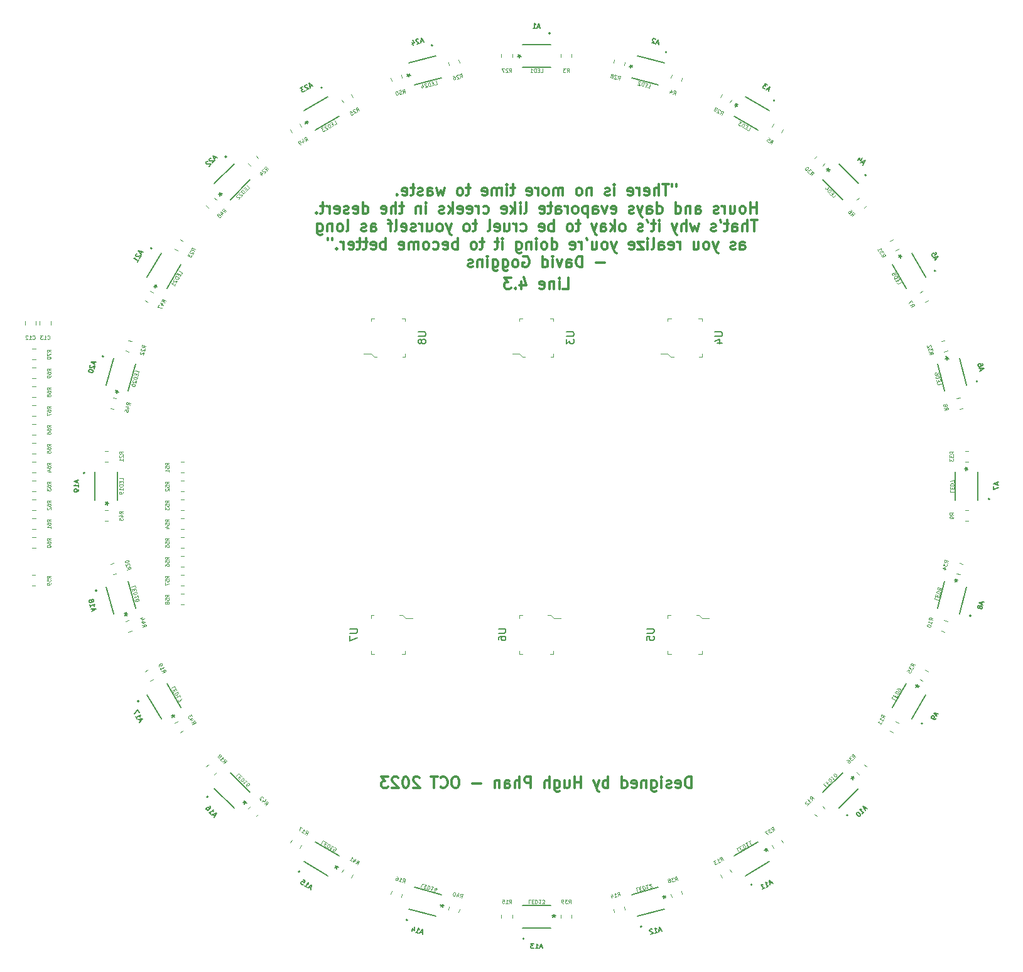
<source format=gbr>
%TF.GenerationSoftware,KiCad,Pcbnew,7.0.8*%
%TF.CreationDate,2023-11-22T21:49:45+11:00*%
%TF.ProjectId,Line 4.3,4c696e65-2034-42e3-932e-6b696361645f,rev?*%
%TF.SameCoordinates,Original*%
%TF.FileFunction,Legend,Bot*%
%TF.FilePolarity,Positive*%
%FSLAX46Y46*%
G04 Gerber Fmt 4.6, Leading zero omitted, Abs format (unit mm)*
G04 Created by KiCad (PCBNEW 7.0.8) date 2023-11-22 21:49:45*
%MOMM*%
%LPD*%
G01*
G04 APERTURE LIST*
%ADD10C,0.300000*%
%ADD11C,0.100000*%
%ADD12C,0.150000*%
%ADD13C,0.152400*%
%ADD14C,0.120000*%
%ADD15C,0.200000*%
G04 APERTURE END LIST*
D10*
X153571428Y-123428328D02*
X154285714Y-123428328D01*
X154285714Y-123428328D02*
X154285714Y-121928328D01*
X153071428Y-123428328D02*
X153071428Y-122428328D01*
X153071428Y-121928328D02*
X153142856Y-121999757D01*
X153142856Y-121999757D02*
X153071428Y-122071185D01*
X153071428Y-122071185D02*
X152999999Y-121999757D01*
X152999999Y-121999757D02*
X153071428Y-121928328D01*
X153071428Y-121928328D02*
X153071428Y-122071185D01*
X152357142Y-122428328D02*
X152357142Y-123428328D01*
X152357142Y-122571185D02*
X152285713Y-122499757D01*
X152285713Y-122499757D02*
X152142856Y-122428328D01*
X152142856Y-122428328D02*
X151928570Y-122428328D01*
X151928570Y-122428328D02*
X151785713Y-122499757D01*
X151785713Y-122499757D02*
X151714285Y-122642614D01*
X151714285Y-122642614D02*
X151714285Y-123428328D01*
X150428570Y-123356900D02*
X150571427Y-123428328D01*
X150571427Y-123428328D02*
X150857142Y-123428328D01*
X150857142Y-123428328D02*
X150999999Y-123356900D01*
X150999999Y-123356900D02*
X151071427Y-123214042D01*
X151071427Y-123214042D02*
X151071427Y-122642614D01*
X151071427Y-122642614D02*
X150999999Y-122499757D01*
X150999999Y-122499757D02*
X150857142Y-122428328D01*
X150857142Y-122428328D02*
X150571427Y-122428328D01*
X150571427Y-122428328D02*
X150428570Y-122499757D01*
X150428570Y-122499757D02*
X150357142Y-122642614D01*
X150357142Y-122642614D02*
X150357142Y-122785471D01*
X150357142Y-122785471D02*
X151071427Y-122928328D01*
X147928571Y-122428328D02*
X147928571Y-123428328D01*
X148285713Y-121856900D02*
X148642856Y-122928328D01*
X148642856Y-122928328D02*
X147714285Y-122928328D01*
X147142857Y-123285471D02*
X147071428Y-123356900D01*
X147071428Y-123356900D02*
X147142857Y-123428328D01*
X147142857Y-123428328D02*
X147214285Y-123356900D01*
X147214285Y-123356900D02*
X147142857Y-123285471D01*
X147142857Y-123285471D02*
X147142857Y-123428328D01*
X146571428Y-121928328D02*
X145642856Y-121928328D01*
X145642856Y-121928328D02*
X146142856Y-122499757D01*
X146142856Y-122499757D02*
X145928571Y-122499757D01*
X145928571Y-122499757D02*
X145785714Y-122571185D01*
X145785714Y-122571185D02*
X145714285Y-122642614D01*
X145714285Y-122642614D02*
X145642856Y-122785471D01*
X145642856Y-122785471D02*
X145642856Y-123142614D01*
X145642856Y-123142614D02*
X145714285Y-123285471D01*
X145714285Y-123285471D02*
X145785714Y-123356900D01*
X145785714Y-123356900D02*
X145928571Y-123428328D01*
X145928571Y-123428328D02*
X146357142Y-123428328D01*
X146357142Y-123428328D02*
X146499999Y-123356900D01*
X146499999Y-123356900D02*
X146571428Y-123285471D01*
X170857142Y-190678328D02*
X170857142Y-189178328D01*
X170857142Y-189178328D02*
X170499999Y-189178328D01*
X170499999Y-189178328D02*
X170285713Y-189249757D01*
X170285713Y-189249757D02*
X170142856Y-189392614D01*
X170142856Y-189392614D02*
X170071427Y-189535471D01*
X170071427Y-189535471D02*
X169999999Y-189821185D01*
X169999999Y-189821185D02*
X169999999Y-190035471D01*
X169999999Y-190035471D02*
X170071427Y-190321185D01*
X170071427Y-190321185D02*
X170142856Y-190464042D01*
X170142856Y-190464042D02*
X170285713Y-190606900D01*
X170285713Y-190606900D02*
X170499999Y-190678328D01*
X170499999Y-190678328D02*
X170857142Y-190678328D01*
X168785713Y-190606900D02*
X168928570Y-190678328D01*
X168928570Y-190678328D02*
X169214285Y-190678328D01*
X169214285Y-190678328D02*
X169357142Y-190606900D01*
X169357142Y-190606900D02*
X169428570Y-190464042D01*
X169428570Y-190464042D02*
X169428570Y-189892614D01*
X169428570Y-189892614D02*
X169357142Y-189749757D01*
X169357142Y-189749757D02*
X169214285Y-189678328D01*
X169214285Y-189678328D02*
X168928570Y-189678328D01*
X168928570Y-189678328D02*
X168785713Y-189749757D01*
X168785713Y-189749757D02*
X168714285Y-189892614D01*
X168714285Y-189892614D02*
X168714285Y-190035471D01*
X168714285Y-190035471D02*
X169428570Y-190178328D01*
X168142856Y-190606900D02*
X167999999Y-190678328D01*
X167999999Y-190678328D02*
X167714285Y-190678328D01*
X167714285Y-190678328D02*
X167571428Y-190606900D01*
X167571428Y-190606900D02*
X167499999Y-190464042D01*
X167499999Y-190464042D02*
X167499999Y-190392614D01*
X167499999Y-190392614D02*
X167571428Y-190249757D01*
X167571428Y-190249757D02*
X167714285Y-190178328D01*
X167714285Y-190178328D02*
X167928571Y-190178328D01*
X167928571Y-190178328D02*
X168071428Y-190106900D01*
X168071428Y-190106900D02*
X168142856Y-189964042D01*
X168142856Y-189964042D02*
X168142856Y-189892614D01*
X168142856Y-189892614D02*
X168071428Y-189749757D01*
X168071428Y-189749757D02*
X167928571Y-189678328D01*
X167928571Y-189678328D02*
X167714285Y-189678328D01*
X167714285Y-189678328D02*
X167571428Y-189749757D01*
X166857142Y-190678328D02*
X166857142Y-189678328D01*
X166857142Y-189178328D02*
X166928570Y-189249757D01*
X166928570Y-189249757D02*
X166857142Y-189321185D01*
X166857142Y-189321185D02*
X166785713Y-189249757D01*
X166785713Y-189249757D02*
X166857142Y-189178328D01*
X166857142Y-189178328D02*
X166857142Y-189321185D01*
X165499999Y-189678328D02*
X165499999Y-190892614D01*
X165499999Y-190892614D02*
X165571427Y-191035471D01*
X165571427Y-191035471D02*
X165642856Y-191106900D01*
X165642856Y-191106900D02*
X165785713Y-191178328D01*
X165785713Y-191178328D02*
X165999999Y-191178328D01*
X165999999Y-191178328D02*
X166142856Y-191106900D01*
X165499999Y-190606900D02*
X165642856Y-190678328D01*
X165642856Y-190678328D02*
X165928570Y-190678328D01*
X165928570Y-190678328D02*
X166071427Y-190606900D01*
X166071427Y-190606900D02*
X166142856Y-190535471D01*
X166142856Y-190535471D02*
X166214284Y-190392614D01*
X166214284Y-190392614D02*
X166214284Y-189964042D01*
X166214284Y-189964042D02*
X166142856Y-189821185D01*
X166142856Y-189821185D02*
X166071427Y-189749757D01*
X166071427Y-189749757D02*
X165928570Y-189678328D01*
X165928570Y-189678328D02*
X165642856Y-189678328D01*
X165642856Y-189678328D02*
X165499999Y-189749757D01*
X164785713Y-189678328D02*
X164785713Y-190678328D01*
X164785713Y-189821185D02*
X164714284Y-189749757D01*
X164714284Y-189749757D02*
X164571427Y-189678328D01*
X164571427Y-189678328D02*
X164357141Y-189678328D01*
X164357141Y-189678328D02*
X164214284Y-189749757D01*
X164214284Y-189749757D02*
X164142856Y-189892614D01*
X164142856Y-189892614D02*
X164142856Y-190678328D01*
X162857141Y-190606900D02*
X162999998Y-190678328D01*
X162999998Y-190678328D02*
X163285713Y-190678328D01*
X163285713Y-190678328D02*
X163428570Y-190606900D01*
X163428570Y-190606900D02*
X163499998Y-190464042D01*
X163499998Y-190464042D02*
X163499998Y-189892614D01*
X163499998Y-189892614D02*
X163428570Y-189749757D01*
X163428570Y-189749757D02*
X163285713Y-189678328D01*
X163285713Y-189678328D02*
X162999998Y-189678328D01*
X162999998Y-189678328D02*
X162857141Y-189749757D01*
X162857141Y-189749757D02*
X162785713Y-189892614D01*
X162785713Y-189892614D02*
X162785713Y-190035471D01*
X162785713Y-190035471D02*
X163499998Y-190178328D01*
X161499999Y-190678328D02*
X161499999Y-189178328D01*
X161499999Y-190606900D02*
X161642856Y-190678328D01*
X161642856Y-190678328D02*
X161928570Y-190678328D01*
X161928570Y-190678328D02*
X162071427Y-190606900D01*
X162071427Y-190606900D02*
X162142856Y-190535471D01*
X162142856Y-190535471D02*
X162214284Y-190392614D01*
X162214284Y-190392614D02*
X162214284Y-189964042D01*
X162214284Y-189964042D02*
X162142856Y-189821185D01*
X162142856Y-189821185D02*
X162071427Y-189749757D01*
X162071427Y-189749757D02*
X161928570Y-189678328D01*
X161928570Y-189678328D02*
X161642856Y-189678328D01*
X161642856Y-189678328D02*
X161499999Y-189749757D01*
X159642856Y-190678328D02*
X159642856Y-189178328D01*
X159642856Y-189749757D02*
X159499999Y-189678328D01*
X159499999Y-189678328D02*
X159214284Y-189678328D01*
X159214284Y-189678328D02*
X159071427Y-189749757D01*
X159071427Y-189749757D02*
X158999999Y-189821185D01*
X158999999Y-189821185D02*
X158928570Y-189964042D01*
X158928570Y-189964042D02*
X158928570Y-190392614D01*
X158928570Y-190392614D02*
X158999999Y-190535471D01*
X158999999Y-190535471D02*
X159071427Y-190606900D01*
X159071427Y-190606900D02*
X159214284Y-190678328D01*
X159214284Y-190678328D02*
X159499999Y-190678328D01*
X159499999Y-190678328D02*
X159642856Y-190606900D01*
X158428570Y-189678328D02*
X158071427Y-190678328D01*
X157714284Y-189678328D02*
X158071427Y-190678328D01*
X158071427Y-190678328D02*
X158214284Y-191035471D01*
X158214284Y-191035471D02*
X158285713Y-191106900D01*
X158285713Y-191106900D02*
X158428570Y-191178328D01*
X155999999Y-190678328D02*
X155999999Y-189178328D01*
X155999999Y-189892614D02*
X155142856Y-189892614D01*
X155142856Y-190678328D02*
X155142856Y-189178328D01*
X153785713Y-189678328D02*
X153785713Y-190678328D01*
X154428570Y-189678328D02*
X154428570Y-190464042D01*
X154428570Y-190464042D02*
X154357141Y-190606900D01*
X154357141Y-190606900D02*
X154214284Y-190678328D01*
X154214284Y-190678328D02*
X153999998Y-190678328D01*
X153999998Y-190678328D02*
X153857141Y-190606900D01*
X153857141Y-190606900D02*
X153785713Y-190535471D01*
X152428570Y-189678328D02*
X152428570Y-190892614D01*
X152428570Y-190892614D02*
X152499998Y-191035471D01*
X152499998Y-191035471D02*
X152571427Y-191106900D01*
X152571427Y-191106900D02*
X152714284Y-191178328D01*
X152714284Y-191178328D02*
X152928570Y-191178328D01*
X152928570Y-191178328D02*
X153071427Y-191106900D01*
X152428570Y-190606900D02*
X152571427Y-190678328D01*
X152571427Y-190678328D02*
X152857141Y-190678328D01*
X152857141Y-190678328D02*
X152999998Y-190606900D01*
X152999998Y-190606900D02*
X153071427Y-190535471D01*
X153071427Y-190535471D02*
X153142855Y-190392614D01*
X153142855Y-190392614D02*
X153142855Y-189964042D01*
X153142855Y-189964042D02*
X153071427Y-189821185D01*
X153071427Y-189821185D02*
X152999998Y-189749757D01*
X152999998Y-189749757D02*
X152857141Y-189678328D01*
X152857141Y-189678328D02*
X152571427Y-189678328D01*
X152571427Y-189678328D02*
X152428570Y-189749757D01*
X151714284Y-190678328D02*
X151714284Y-189178328D01*
X151071427Y-190678328D02*
X151071427Y-189892614D01*
X151071427Y-189892614D02*
X151142855Y-189749757D01*
X151142855Y-189749757D02*
X151285712Y-189678328D01*
X151285712Y-189678328D02*
X151499998Y-189678328D01*
X151499998Y-189678328D02*
X151642855Y-189749757D01*
X151642855Y-189749757D02*
X151714284Y-189821185D01*
X149214284Y-190678328D02*
X149214284Y-189178328D01*
X149214284Y-189178328D02*
X148642855Y-189178328D01*
X148642855Y-189178328D02*
X148499998Y-189249757D01*
X148499998Y-189249757D02*
X148428569Y-189321185D01*
X148428569Y-189321185D02*
X148357141Y-189464042D01*
X148357141Y-189464042D02*
X148357141Y-189678328D01*
X148357141Y-189678328D02*
X148428569Y-189821185D01*
X148428569Y-189821185D02*
X148499998Y-189892614D01*
X148499998Y-189892614D02*
X148642855Y-189964042D01*
X148642855Y-189964042D02*
X149214284Y-189964042D01*
X147714284Y-190678328D02*
X147714284Y-189178328D01*
X147071427Y-190678328D02*
X147071427Y-189892614D01*
X147071427Y-189892614D02*
X147142855Y-189749757D01*
X147142855Y-189749757D02*
X147285712Y-189678328D01*
X147285712Y-189678328D02*
X147499998Y-189678328D01*
X147499998Y-189678328D02*
X147642855Y-189749757D01*
X147642855Y-189749757D02*
X147714284Y-189821185D01*
X145714284Y-190678328D02*
X145714284Y-189892614D01*
X145714284Y-189892614D02*
X145785712Y-189749757D01*
X145785712Y-189749757D02*
X145928569Y-189678328D01*
X145928569Y-189678328D02*
X146214284Y-189678328D01*
X146214284Y-189678328D02*
X146357141Y-189749757D01*
X145714284Y-190606900D02*
X145857141Y-190678328D01*
X145857141Y-190678328D02*
X146214284Y-190678328D01*
X146214284Y-190678328D02*
X146357141Y-190606900D01*
X146357141Y-190606900D02*
X146428569Y-190464042D01*
X146428569Y-190464042D02*
X146428569Y-190321185D01*
X146428569Y-190321185D02*
X146357141Y-190178328D01*
X146357141Y-190178328D02*
X146214284Y-190106900D01*
X146214284Y-190106900D02*
X145857141Y-190106900D01*
X145857141Y-190106900D02*
X145714284Y-190035471D01*
X144999998Y-189678328D02*
X144999998Y-190678328D01*
X144999998Y-189821185D02*
X144928569Y-189749757D01*
X144928569Y-189749757D02*
X144785712Y-189678328D01*
X144785712Y-189678328D02*
X144571426Y-189678328D01*
X144571426Y-189678328D02*
X144428569Y-189749757D01*
X144428569Y-189749757D02*
X144357141Y-189892614D01*
X144357141Y-189892614D02*
X144357141Y-190678328D01*
X142499998Y-190106900D02*
X141357141Y-190106900D01*
X139214283Y-189178328D02*
X138928569Y-189178328D01*
X138928569Y-189178328D02*
X138785712Y-189249757D01*
X138785712Y-189249757D02*
X138642855Y-189392614D01*
X138642855Y-189392614D02*
X138571426Y-189678328D01*
X138571426Y-189678328D02*
X138571426Y-190178328D01*
X138571426Y-190178328D02*
X138642855Y-190464042D01*
X138642855Y-190464042D02*
X138785712Y-190606900D01*
X138785712Y-190606900D02*
X138928569Y-190678328D01*
X138928569Y-190678328D02*
X139214283Y-190678328D01*
X139214283Y-190678328D02*
X139357141Y-190606900D01*
X139357141Y-190606900D02*
X139499998Y-190464042D01*
X139499998Y-190464042D02*
X139571426Y-190178328D01*
X139571426Y-190178328D02*
X139571426Y-189678328D01*
X139571426Y-189678328D02*
X139499998Y-189392614D01*
X139499998Y-189392614D02*
X139357141Y-189249757D01*
X139357141Y-189249757D02*
X139214283Y-189178328D01*
X137071426Y-190535471D02*
X137142854Y-190606900D01*
X137142854Y-190606900D02*
X137357140Y-190678328D01*
X137357140Y-190678328D02*
X137499997Y-190678328D01*
X137499997Y-190678328D02*
X137714283Y-190606900D01*
X137714283Y-190606900D02*
X137857140Y-190464042D01*
X137857140Y-190464042D02*
X137928569Y-190321185D01*
X137928569Y-190321185D02*
X137999997Y-190035471D01*
X137999997Y-190035471D02*
X137999997Y-189821185D01*
X137999997Y-189821185D02*
X137928569Y-189535471D01*
X137928569Y-189535471D02*
X137857140Y-189392614D01*
X137857140Y-189392614D02*
X137714283Y-189249757D01*
X137714283Y-189249757D02*
X137499997Y-189178328D01*
X137499997Y-189178328D02*
X137357140Y-189178328D01*
X137357140Y-189178328D02*
X137142854Y-189249757D01*
X137142854Y-189249757D02*
X137071426Y-189321185D01*
X136642854Y-189178328D02*
X135785712Y-189178328D01*
X136214283Y-190678328D02*
X136214283Y-189178328D01*
X134214283Y-189321185D02*
X134142855Y-189249757D01*
X134142855Y-189249757D02*
X133999998Y-189178328D01*
X133999998Y-189178328D02*
X133642855Y-189178328D01*
X133642855Y-189178328D02*
X133499998Y-189249757D01*
X133499998Y-189249757D02*
X133428569Y-189321185D01*
X133428569Y-189321185D02*
X133357140Y-189464042D01*
X133357140Y-189464042D02*
X133357140Y-189606900D01*
X133357140Y-189606900D02*
X133428569Y-189821185D01*
X133428569Y-189821185D02*
X134285712Y-190678328D01*
X134285712Y-190678328D02*
X133357140Y-190678328D01*
X132428569Y-189178328D02*
X132285712Y-189178328D01*
X132285712Y-189178328D02*
X132142855Y-189249757D01*
X132142855Y-189249757D02*
X132071427Y-189321185D01*
X132071427Y-189321185D02*
X131999998Y-189464042D01*
X131999998Y-189464042D02*
X131928569Y-189749757D01*
X131928569Y-189749757D02*
X131928569Y-190106900D01*
X131928569Y-190106900D02*
X131999998Y-190392614D01*
X131999998Y-190392614D02*
X132071427Y-190535471D01*
X132071427Y-190535471D02*
X132142855Y-190606900D01*
X132142855Y-190606900D02*
X132285712Y-190678328D01*
X132285712Y-190678328D02*
X132428569Y-190678328D01*
X132428569Y-190678328D02*
X132571427Y-190606900D01*
X132571427Y-190606900D02*
X132642855Y-190535471D01*
X132642855Y-190535471D02*
X132714284Y-190392614D01*
X132714284Y-190392614D02*
X132785712Y-190106900D01*
X132785712Y-190106900D02*
X132785712Y-189749757D01*
X132785712Y-189749757D02*
X132714284Y-189464042D01*
X132714284Y-189464042D02*
X132642855Y-189321185D01*
X132642855Y-189321185D02*
X132571427Y-189249757D01*
X132571427Y-189249757D02*
X132428569Y-189178328D01*
X131357141Y-189321185D02*
X131285713Y-189249757D01*
X131285713Y-189249757D02*
X131142856Y-189178328D01*
X131142856Y-189178328D02*
X130785713Y-189178328D01*
X130785713Y-189178328D02*
X130642856Y-189249757D01*
X130642856Y-189249757D02*
X130571427Y-189321185D01*
X130571427Y-189321185D02*
X130499998Y-189464042D01*
X130499998Y-189464042D02*
X130499998Y-189606900D01*
X130499998Y-189606900D02*
X130571427Y-189821185D01*
X130571427Y-189821185D02*
X131428570Y-190678328D01*
X131428570Y-190678328D02*
X130499998Y-190678328D01*
X129999999Y-189178328D02*
X129071427Y-189178328D01*
X129071427Y-189178328D02*
X129571427Y-189749757D01*
X129571427Y-189749757D02*
X129357142Y-189749757D01*
X129357142Y-189749757D02*
X129214285Y-189821185D01*
X129214285Y-189821185D02*
X129142856Y-189892614D01*
X129142856Y-189892614D02*
X129071427Y-190035471D01*
X129071427Y-190035471D02*
X129071427Y-190392614D01*
X129071427Y-190392614D02*
X129142856Y-190535471D01*
X129142856Y-190535471D02*
X129214285Y-190606900D01*
X129214285Y-190606900D02*
X129357142Y-190678328D01*
X129357142Y-190678328D02*
X129785713Y-190678328D01*
X129785713Y-190678328D02*
X129928570Y-190606900D01*
X129928570Y-190606900D02*
X129999999Y-190535471D01*
X168857142Y-109348328D02*
X168857142Y-109634042D01*
X168285714Y-109348328D02*
X168285714Y-109634042D01*
X167857142Y-109348328D02*
X167000000Y-109348328D01*
X167428571Y-110848328D02*
X167428571Y-109348328D01*
X166500000Y-110848328D02*
X166500000Y-109348328D01*
X165857143Y-110848328D02*
X165857143Y-110062614D01*
X165857143Y-110062614D02*
X165928571Y-109919757D01*
X165928571Y-109919757D02*
X166071428Y-109848328D01*
X166071428Y-109848328D02*
X166285714Y-109848328D01*
X166285714Y-109848328D02*
X166428571Y-109919757D01*
X166428571Y-109919757D02*
X166500000Y-109991185D01*
X164571428Y-110776900D02*
X164714285Y-110848328D01*
X164714285Y-110848328D02*
X165000000Y-110848328D01*
X165000000Y-110848328D02*
X165142857Y-110776900D01*
X165142857Y-110776900D02*
X165214285Y-110634042D01*
X165214285Y-110634042D02*
X165214285Y-110062614D01*
X165214285Y-110062614D02*
X165142857Y-109919757D01*
X165142857Y-109919757D02*
X165000000Y-109848328D01*
X165000000Y-109848328D02*
X164714285Y-109848328D01*
X164714285Y-109848328D02*
X164571428Y-109919757D01*
X164571428Y-109919757D02*
X164500000Y-110062614D01*
X164500000Y-110062614D02*
X164500000Y-110205471D01*
X164500000Y-110205471D02*
X165214285Y-110348328D01*
X163857143Y-110848328D02*
X163857143Y-109848328D01*
X163857143Y-110134042D02*
X163785714Y-109991185D01*
X163785714Y-109991185D02*
X163714286Y-109919757D01*
X163714286Y-109919757D02*
X163571428Y-109848328D01*
X163571428Y-109848328D02*
X163428571Y-109848328D01*
X162357143Y-110776900D02*
X162500000Y-110848328D01*
X162500000Y-110848328D02*
X162785715Y-110848328D01*
X162785715Y-110848328D02*
X162928572Y-110776900D01*
X162928572Y-110776900D02*
X163000000Y-110634042D01*
X163000000Y-110634042D02*
X163000000Y-110062614D01*
X163000000Y-110062614D02*
X162928572Y-109919757D01*
X162928572Y-109919757D02*
X162785715Y-109848328D01*
X162785715Y-109848328D02*
X162500000Y-109848328D01*
X162500000Y-109848328D02*
X162357143Y-109919757D01*
X162357143Y-109919757D02*
X162285715Y-110062614D01*
X162285715Y-110062614D02*
X162285715Y-110205471D01*
X162285715Y-110205471D02*
X163000000Y-110348328D01*
X160500001Y-110848328D02*
X160500001Y-109848328D01*
X160500001Y-109348328D02*
X160571429Y-109419757D01*
X160571429Y-109419757D02*
X160500001Y-109491185D01*
X160500001Y-109491185D02*
X160428572Y-109419757D01*
X160428572Y-109419757D02*
X160500001Y-109348328D01*
X160500001Y-109348328D02*
X160500001Y-109491185D01*
X159857143Y-110776900D02*
X159714286Y-110848328D01*
X159714286Y-110848328D02*
X159428572Y-110848328D01*
X159428572Y-110848328D02*
X159285715Y-110776900D01*
X159285715Y-110776900D02*
X159214286Y-110634042D01*
X159214286Y-110634042D02*
X159214286Y-110562614D01*
X159214286Y-110562614D02*
X159285715Y-110419757D01*
X159285715Y-110419757D02*
X159428572Y-110348328D01*
X159428572Y-110348328D02*
X159642858Y-110348328D01*
X159642858Y-110348328D02*
X159785715Y-110276900D01*
X159785715Y-110276900D02*
X159857143Y-110134042D01*
X159857143Y-110134042D02*
X159857143Y-110062614D01*
X159857143Y-110062614D02*
X159785715Y-109919757D01*
X159785715Y-109919757D02*
X159642858Y-109848328D01*
X159642858Y-109848328D02*
X159428572Y-109848328D01*
X159428572Y-109848328D02*
X159285715Y-109919757D01*
X157428572Y-109848328D02*
X157428572Y-110848328D01*
X157428572Y-109991185D02*
X157357143Y-109919757D01*
X157357143Y-109919757D02*
X157214286Y-109848328D01*
X157214286Y-109848328D02*
X157000000Y-109848328D01*
X157000000Y-109848328D02*
X156857143Y-109919757D01*
X156857143Y-109919757D02*
X156785715Y-110062614D01*
X156785715Y-110062614D02*
X156785715Y-110848328D01*
X155857143Y-110848328D02*
X156000000Y-110776900D01*
X156000000Y-110776900D02*
X156071429Y-110705471D01*
X156071429Y-110705471D02*
X156142857Y-110562614D01*
X156142857Y-110562614D02*
X156142857Y-110134042D01*
X156142857Y-110134042D02*
X156071429Y-109991185D01*
X156071429Y-109991185D02*
X156000000Y-109919757D01*
X156000000Y-109919757D02*
X155857143Y-109848328D01*
X155857143Y-109848328D02*
X155642857Y-109848328D01*
X155642857Y-109848328D02*
X155500000Y-109919757D01*
X155500000Y-109919757D02*
X155428572Y-109991185D01*
X155428572Y-109991185D02*
X155357143Y-110134042D01*
X155357143Y-110134042D02*
X155357143Y-110562614D01*
X155357143Y-110562614D02*
X155428572Y-110705471D01*
X155428572Y-110705471D02*
X155500000Y-110776900D01*
X155500000Y-110776900D02*
X155642857Y-110848328D01*
X155642857Y-110848328D02*
X155857143Y-110848328D01*
X153571429Y-110848328D02*
X153571429Y-109848328D01*
X153571429Y-109991185D02*
X153500000Y-109919757D01*
X153500000Y-109919757D02*
X153357143Y-109848328D01*
X153357143Y-109848328D02*
X153142857Y-109848328D01*
X153142857Y-109848328D02*
X153000000Y-109919757D01*
X153000000Y-109919757D02*
X152928572Y-110062614D01*
X152928572Y-110062614D02*
X152928572Y-110848328D01*
X152928572Y-110062614D02*
X152857143Y-109919757D01*
X152857143Y-109919757D02*
X152714286Y-109848328D01*
X152714286Y-109848328D02*
X152500000Y-109848328D01*
X152500000Y-109848328D02*
X152357143Y-109919757D01*
X152357143Y-109919757D02*
X152285714Y-110062614D01*
X152285714Y-110062614D02*
X152285714Y-110848328D01*
X151357143Y-110848328D02*
X151500000Y-110776900D01*
X151500000Y-110776900D02*
X151571429Y-110705471D01*
X151571429Y-110705471D02*
X151642857Y-110562614D01*
X151642857Y-110562614D02*
X151642857Y-110134042D01*
X151642857Y-110134042D02*
X151571429Y-109991185D01*
X151571429Y-109991185D02*
X151500000Y-109919757D01*
X151500000Y-109919757D02*
X151357143Y-109848328D01*
X151357143Y-109848328D02*
X151142857Y-109848328D01*
X151142857Y-109848328D02*
X151000000Y-109919757D01*
X151000000Y-109919757D02*
X150928572Y-109991185D01*
X150928572Y-109991185D02*
X150857143Y-110134042D01*
X150857143Y-110134042D02*
X150857143Y-110562614D01*
X150857143Y-110562614D02*
X150928572Y-110705471D01*
X150928572Y-110705471D02*
X151000000Y-110776900D01*
X151000000Y-110776900D02*
X151142857Y-110848328D01*
X151142857Y-110848328D02*
X151357143Y-110848328D01*
X150214286Y-110848328D02*
X150214286Y-109848328D01*
X150214286Y-110134042D02*
X150142857Y-109991185D01*
X150142857Y-109991185D02*
X150071429Y-109919757D01*
X150071429Y-109919757D02*
X149928571Y-109848328D01*
X149928571Y-109848328D02*
X149785714Y-109848328D01*
X148714286Y-110776900D02*
X148857143Y-110848328D01*
X148857143Y-110848328D02*
X149142858Y-110848328D01*
X149142858Y-110848328D02*
X149285715Y-110776900D01*
X149285715Y-110776900D02*
X149357143Y-110634042D01*
X149357143Y-110634042D02*
X149357143Y-110062614D01*
X149357143Y-110062614D02*
X149285715Y-109919757D01*
X149285715Y-109919757D02*
X149142858Y-109848328D01*
X149142858Y-109848328D02*
X148857143Y-109848328D01*
X148857143Y-109848328D02*
X148714286Y-109919757D01*
X148714286Y-109919757D02*
X148642858Y-110062614D01*
X148642858Y-110062614D02*
X148642858Y-110205471D01*
X148642858Y-110205471D02*
X149357143Y-110348328D01*
X147071429Y-109848328D02*
X146500001Y-109848328D01*
X146857144Y-109348328D02*
X146857144Y-110634042D01*
X146857144Y-110634042D02*
X146785715Y-110776900D01*
X146785715Y-110776900D02*
X146642858Y-110848328D01*
X146642858Y-110848328D02*
X146500001Y-110848328D01*
X146000001Y-110848328D02*
X146000001Y-109848328D01*
X146000001Y-109348328D02*
X146071429Y-109419757D01*
X146071429Y-109419757D02*
X146000001Y-109491185D01*
X146000001Y-109491185D02*
X145928572Y-109419757D01*
X145928572Y-109419757D02*
X146000001Y-109348328D01*
X146000001Y-109348328D02*
X146000001Y-109491185D01*
X145285715Y-110848328D02*
X145285715Y-109848328D01*
X145285715Y-109991185D02*
X145214286Y-109919757D01*
X145214286Y-109919757D02*
X145071429Y-109848328D01*
X145071429Y-109848328D02*
X144857143Y-109848328D01*
X144857143Y-109848328D02*
X144714286Y-109919757D01*
X144714286Y-109919757D02*
X144642858Y-110062614D01*
X144642858Y-110062614D02*
X144642858Y-110848328D01*
X144642858Y-110062614D02*
X144571429Y-109919757D01*
X144571429Y-109919757D02*
X144428572Y-109848328D01*
X144428572Y-109848328D02*
X144214286Y-109848328D01*
X144214286Y-109848328D02*
X144071429Y-109919757D01*
X144071429Y-109919757D02*
X144000000Y-110062614D01*
X144000000Y-110062614D02*
X144000000Y-110848328D01*
X142714286Y-110776900D02*
X142857143Y-110848328D01*
X142857143Y-110848328D02*
X143142858Y-110848328D01*
X143142858Y-110848328D02*
X143285715Y-110776900D01*
X143285715Y-110776900D02*
X143357143Y-110634042D01*
X143357143Y-110634042D02*
X143357143Y-110062614D01*
X143357143Y-110062614D02*
X143285715Y-109919757D01*
X143285715Y-109919757D02*
X143142858Y-109848328D01*
X143142858Y-109848328D02*
X142857143Y-109848328D01*
X142857143Y-109848328D02*
X142714286Y-109919757D01*
X142714286Y-109919757D02*
X142642858Y-110062614D01*
X142642858Y-110062614D02*
X142642858Y-110205471D01*
X142642858Y-110205471D02*
X143357143Y-110348328D01*
X141071429Y-109848328D02*
X140500001Y-109848328D01*
X140857144Y-109348328D02*
X140857144Y-110634042D01*
X140857144Y-110634042D02*
X140785715Y-110776900D01*
X140785715Y-110776900D02*
X140642858Y-110848328D01*
X140642858Y-110848328D02*
X140500001Y-110848328D01*
X139785715Y-110848328D02*
X139928572Y-110776900D01*
X139928572Y-110776900D02*
X140000001Y-110705471D01*
X140000001Y-110705471D02*
X140071429Y-110562614D01*
X140071429Y-110562614D02*
X140071429Y-110134042D01*
X140071429Y-110134042D02*
X140000001Y-109991185D01*
X140000001Y-109991185D02*
X139928572Y-109919757D01*
X139928572Y-109919757D02*
X139785715Y-109848328D01*
X139785715Y-109848328D02*
X139571429Y-109848328D01*
X139571429Y-109848328D02*
X139428572Y-109919757D01*
X139428572Y-109919757D02*
X139357144Y-109991185D01*
X139357144Y-109991185D02*
X139285715Y-110134042D01*
X139285715Y-110134042D02*
X139285715Y-110562614D01*
X139285715Y-110562614D02*
X139357144Y-110705471D01*
X139357144Y-110705471D02*
X139428572Y-110776900D01*
X139428572Y-110776900D02*
X139571429Y-110848328D01*
X139571429Y-110848328D02*
X139785715Y-110848328D01*
X137642858Y-109848328D02*
X137357144Y-110848328D01*
X137357144Y-110848328D02*
X137071429Y-110134042D01*
X137071429Y-110134042D02*
X136785715Y-110848328D01*
X136785715Y-110848328D02*
X136500001Y-109848328D01*
X135285715Y-110848328D02*
X135285715Y-110062614D01*
X135285715Y-110062614D02*
X135357143Y-109919757D01*
X135357143Y-109919757D02*
X135500000Y-109848328D01*
X135500000Y-109848328D02*
X135785715Y-109848328D01*
X135785715Y-109848328D02*
X135928572Y-109919757D01*
X135285715Y-110776900D02*
X135428572Y-110848328D01*
X135428572Y-110848328D02*
X135785715Y-110848328D01*
X135785715Y-110848328D02*
X135928572Y-110776900D01*
X135928572Y-110776900D02*
X136000000Y-110634042D01*
X136000000Y-110634042D02*
X136000000Y-110491185D01*
X136000000Y-110491185D02*
X135928572Y-110348328D01*
X135928572Y-110348328D02*
X135785715Y-110276900D01*
X135785715Y-110276900D02*
X135428572Y-110276900D01*
X135428572Y-110276900D02*
X135285715Y-110205471D01*
X134642857Y-110776900D02*
X134500000Y-110848328D01*
X134500000Y-110848328D02*
X134214286Y-110848328D01*
X134214286Y-110848328D02*
X134071429Y-110776900D01*
X134071429Y-110776900D02*
X134000000Y-110634042D01*
X134000000Y-110634042D02*
X134000000Y-110562614D01*
X134000000Y-110562614D02*
X134071429Y-110419757D01*
X134071429Y-110419757D02*
X134214286Y-110348328D01*
X134214286Y-110348328D02*
X134428572Y-110348328D01*
X134428572Y-110348328D02*
X134571429Y-110276900D01*
X134571429Y-110276900D02*
X134642857Y-110134042D01*
X134642857Y-110134042D02*
X134642857Y-110062614D01*
X134642857Y-110062614D02*
X134571429Y-109919757D01*
X134571429Y-109919757D02*
X134428572Y-109848328D01*
X134428572Y-109848328D02*
X134214286Y-109848328D01*
X134214286Y-109848328D02*
X134071429Y-109919757D01*
X133571428Y-109848328D02*
X133000000Y-109848328D01*
X133357143Y-109348328D02*
X133357143Y-110634042D01*
X133357143Y-110634042D02*
X133285714Y-110776900D01*
X133285714Y-110776900D02*
X133142857Y-110848328D01*
X133142857Y-110848328D02*
X133000000Y-110848328D01*
X131928571Y-110776900D02*
X132071428Y-110848328D01*
X132071428Y-110848328D02*
X132357143Y-110848328D01*
X132357143Y-110848328D02*
X132500000Y-110776900D01*
X132500000Y-110776900D02*
X132571428Y-110634042D01*
X132571428Y-110634042D02*
X132571428Y-110062614D01*
X132571428Y-110062614D02*
X132500000Y-109919757D01*
X132500000Y-109919757D02*
X132357143Y-109848328D01*
X132357143Y-109848328D02*
X132071428Y-109848328D01*
X132071428Y-109848328D02*
X131928571Y-109919757D01*
X131928571Y-109919757D02*
X131857143Y-110062614D01*
X131857143Y-110062614D02*
X131857143Y-110205471D01*
X131857143Y-110205471D02*
X132571428Y-110348328D01*
X131214286Y-110705471D02*
X131142857Y-110776900D01*
X131142857Y-110776900D02*
X131214286Y-110848328D01*
X131214286Y-110848328D02*
X131285714Y-110776900D01*
X131285714Y-110776900D02*
X131214286Y-110705471D01*
X131214286Y-110705471D02*
X131214286Y-110848328D01*
X179678571Y-113263328D02*
X179678571Y-111763328D01*
X179678571Y-112477614D02*
X178821428Y-112477614D01*
X178821428Y-113263328D02*
X178821428Y-111763328D01*
X177892856Y-113263328D02*
X178035713Y-113191900D01*
X178035713Y-113191900D02*
X178107142Y-113120471D01*
X178107142Y-113120471D02*
X178178570Y-112977614D01*
X178178570Y-112977614D02*
X178178570Y-112549042D01*
X178178570Y-112549042D02*
X178107142Y-112406185D01*
X178107142Y-112406185D02*
X178035713Y-112334757D01*
X178035713Y-112334757D02*
X177892856Y-112263328D01*
X177892856Y-112263328D02*
X177678570Y-112263328D01*
X177678570Y-112263328D02*
X177535713Y-112334757D01*
X177535713Y-112334757D02*
X177464285Y-112406185D01*
X177464285Y-112406185D02*
X177392856Y-112549042D01*
X177392856Y-112549042D02*
X177392856Y-112977614D01*
X177392856Y-112977614D02*
X177464285Y-113120471D01*
X177464285Y-113120471D02*
X177535713Y-113191900D01*
X177535713Y-113191900D02*
X177678570Y-113263328D01*
X177678570Y-113263328D02*
X177892856Y-113263328D01*
X176107142Y-112263328D02*
X176107142Y-113263328D01*
X176749999Y-112263328D02*
X176749999Y-113049042D01*
X176749999Y-113049042D02*
X176678570Y-113191900D01*
X176678570Y-113191900D02*
X176535713Y-113263328D01*
X176535713Y-113263328D02*
X176321427Y-113263328D01*
X176321427Y-113263328D02*
X176178570Y-113191900D01*
X176178570Y-113191900D02*
X176107142Y-113120471D01*
X175392856Y-113263328D02*
X175392856Y-112263328D01*
X175392856Y-112549042D02*
X175321427Y-112406185D01*
X175321427Y-112406185D02*
X175249999Y-112334757D01*
X175249999Y-112334757D02*
X175107141Y-112263328D01*
X175107141Y-112263328D02*
X174964284Y-112263328D01*
X174535713Y-113191900D02*
X174392856Y-113263328D01*
X174392856Y-113263328D02*
X174107142Y-113263328D01*
X174107142Y-113263328D02*
X173964285Y-113191900D01*
X173964285Y-113191900D02*
X173892856Y-113049042D01*
X173892856Y-113049042D02*
X173892856Y-112977614D01*
X173892856Y-112977614D02*
X173964285Y-112834757D01*
X173964285Y-112834757D02*
X174107142Y-112763328D01*
X174107142Y-112763328D02*
X174321428Y-112763328D01*
X174321428Y-112763328D02*
X174464285Y-112691900D01*
X174464285Y-112691900D02*
X174535713Y-112549042D01*
X174535713Y-112549042D02*
X174535713Y-112477614D01*
X174535713Y-112477614D02*
X174464285Y-112334757D01*
X174464285Y-112334757D02*
X174321428Y-112263328D01*
X174321428Y-112263328D02*
X174107142Y-112263328D01*
X174107142Y-112263328D02*
X173964285Y-112334757D01*
X171464285Y-113263328D02*
X171464285Y-112477614D01*
X171464285Y-112477614D02*
X171535713Y-112334757D01*
X171535713Y-112334757D02*
X171678570Y-112263328D01*
X171678570Y-112263328D02*
X171964285Y-112263328D01*
X171964285Y-112263328D02*
X172107142Y-112334757D01*
X171464285Y-113191900D02*
X171607142Y-113263328D01*
X171607142Y-113263328D02*
X171964285Y-113263328D01*
X171964285Y-113263328D02*
X172107142Y-113191900D01*
X172107142Y-113191900D02*
X172178570Y-113049042D01*
X172178570Y-113049042D02*
X172178570Y-112906185D01*
X172178570Y-112906185D02*
X172107142Y-112763328D01*
X172107142Y-112763328D02*
X171964285Y-112691900D01*
X171964285Y-112691900D02*
X171607142Y-112691900D01*
X171607142Y-112691900D02*
X171464285Y-112620471D01*
X170749999Y-112263328D02*
X170749999Y-113263328D01*
X170749999Y-112406185D02*
X170678570Y-112334757D01*
X170678570Y-112334757D02*
X170535713Y-112263328D01*
X170535713Y-112263328D02*
X170321427Y-112263328D01*
X170321427Y-112263328D02*
X170178570Y-112334757D01*
X170178570Y-112334757D02*
X170107142Y-112477614D01*
X170107142Y-112477614D02*
X170107142Y-113263328D01*
X168749999Y-113263328D02*
X168749999Y-111763328D01*
X168749999Y-113191900D02*
X168892856Y-113263328D01*
X168892856Y-113263328D02*
X169178570Y-113263328D01*
X169178570Y-113263328D02*
X169321427Y-113191900D01*
X169321427Y-113191900D02*
X169392856Y-113120471D01*
X169392856Y-113120471D02*
X169464284Y-112977614D01*
X169464284Y-112977614D02*
X169464284Y-112549042D01*
X169464284Y-112549042D02*
X169392856Y-112406185D01*
X169392856Y-112406185D02*
X169321427Y-112334757D01*
X169321427Y-112334757D02*
X169178570Y-112263328D01*
X169178570Y-112263328D02*
X168892856Y-112263328D01*
X168892856Y-112263328D02*
X168749999Y-112334757D01*
X166249999Y-113263328D02*
X166249999Y-111763328D01*
X166249999Y-113191900D02*
X166392856Y-113263328D01*
X166392856Y-113263328D02*
X166678570Y-113263328D01*
X166678570Y-113263328D02*
X166821427Y-113191900D01*
X166821427Y-113191900D02*
X166892856Y-113120471D01*
X166892856Y-113120471D02*
X166964284Y-112977614D01*
X166964284Y-112977614D02*
X166964284Y-112549042D01*
X166964284Y-112549042D02*
X166892856Y-112406185D01*
X166892856Y-112406185D02*
X166821427Y-112334757D01*
X166821427Y-112334757D02*
X166678570Y-112263328D01*
X166678570Y-112263328D02*
X166392856Y-112263328D01*
X166392856Y-112263328D02*
X166249999Y-112334757D01*
X164892856Y-113263328D02*
X164892856Y-112477614D01*
X164892856Y-112477614D02*
X164964284Y-112334757D01*
X164964284Y-112334757D02*
X165107141Y-112263328D01*
X165107141Y-112263328D02*
X165392856Y-112263328D01*
X165392856Y-112263328D02*
X165535713Y-112334757D01*
X164892856Y-113191900D02*
X165035713Y-113263328D01*
X165035713Y-113263328D02*
X165392856Y-113263328D01*
X165392856Y-113263328D02*
X165535713Y-113191900D01*
X165535713Y-113191900D02*
X165607141Y-113049042D01*
X165607141Y-113049042D02*
X165607141Y-112906185D01*
X165607141Y-112906185D02*
X165535713Y-112763328D01*
X165535713Y-112763328D02*
X165392856Y-112691900D01*
X165392856Y-112691900D02*
X165035713Y-112691900D01*
X165035713Y-112691900D02*
X164892856Y-112620471D01*
X164321427Y-112263328D02*
X163964284Y-113263328D01*
X163607141Y-112263328D02*
X163964284Y-113263328D01*
X163964284Y-113263328D02*
X164107141Y-113620471D01*
X164107141Y-113620471D02*
X164178570Y-113691900D01*
X164178570Y-113691900D02*
X164321427Y-113763328D01*
X163107141Y-113191900D02*
X162964284Y-113263328D01*
X162964284Y-113263328D02*
X162678570Y-113263328D01*
X162678570Y-113263328D02*
X162535713Y-113191900D01*
X162535713Y-113191900D02*
X162464284Y-113049042D01*
X162464284Y-113049042D02*
X162464284Y-112977614D01*
X162464284Y-112977614D02*
X162535713Y-112834757D01*
X162535713Y-112834757D02*
X162678570Y-112763328D01*
X162678570Y-112763328D02*
X162892856Y-112763328D01*
X162892856Y-112763328D02*
X163035713Y-112691900D01*
X163035713Y-112691900D02*
X163107141Y-112549042D01*
X163107141Y-112549042D02*
X163107141Y-112477614D01*
X163107141Y-112477614D02*
X163035713Y-112334757D01*
X163035713Y-112334757D02*
X162892856Y-112263328D01*
X162892856Y-112263328D02*
X162678570Y-112263328D01*
X162678570Y-112263328D02*
X162535713Y-112334757D01*
X160107141Y-113191900D02*
X160249998Y-113263328D01*
X160249998Y-113263328D02*
X160535713Y-113263328D01*
X160535713Y-113263328D02*
X160678570Y-113191900D01*
X160678570Y-113191900D02*
X160749998Y-113049042D01*
X160749998Y-113049042D02*
X160749998Y-112477614D01*
X160749998Y-112477614D02*
X160678570Y-112334757D01*
X160678570Y-112334757D02*
X160535713Y-112263328D01*
X160535713Y-112263328D02*
X160249998Y-112263328D01*
X160249998Y-112263328D02*
X160107141Y-112334757D01*
X160107141Y-112334757D02*
X160035713Y-112477614D01*
X160035713Y-112477614D02*
X160035713Y-112620471D01*
X160035713Y-112620471D02*
X160749998Y-112763328D01*
X159535713Y-112263328D02*
X159178570Y-113263328D01*
X159178570Y-113263328D02*
X158821427Y-112263328D01*
X157607142Y-113263328D02*
X157607142Y-112477614D01*
X157607142Y-112477614D02*
X157678570Y-112334757D01*
X157678570Y-112334757D02*
X157821427Y-112263328D01*
X157821427Y-112263328D02*
X158107142Y-112263328D01*
X158107142Y-112263328D02*
X158249999Y-112334757D01*
X157607142Y-113191900D02*
X157749999Y-113263328D01*
X157749999Y-113263328D02*
X158107142Y-113263328D01*
X158107142Y-113263328D02*
X158249999Y-113191900D01*
X158249999Y-113191900D02*
X158321427Y-113049042D01*
X158321427Y-113049042D02*
X158321427Y-112906185D01*
X158321427Y-112906185D02*
X158249999Y-112763328D01*
X158249999Y-112763328D02*
X158107142Y-112691900D01*
X158107142Y-112691900D02*
X157749999Y-112691900D01*
X157749999Y-112691900D02*
X157607142Y-112620471D01*
X156892856Y-112263328D02*
X156892856Y-113763328D01*
X156892856Y-112334757D02*
X156749999Y-112263328D01*
X156749999Y-112263328D02*
X156464284Y-112263328D01*
X156464284Y-112263328D02*
X156321427Y-112334757D01*
X156321427Y-112334757D02*
X156249999Y-112406185D01*
X156249999Y-112406185D02*
X156178570Y-112549042D01*
X156178570Y-112549042D02*
X156178570Y-112977614D01*
X156178570Y-112977614D02*
X156249999Y-113120471D01*
X156249999Y-113120471D02*
X156321427Y-113191900D01*
X156321427Y-113191900D02*
X156464284Y-113263328D01*
X156464284Y-113263328D02*
X156749999Y-113263328D01*
X156749999Y-113263328D02*
X156892856Y-113191900D01*
X155321427Y-113263328D02*
X155464284Y-113191900D01*
X155464284Y-113191900D02*
X155535713Y-113120471D01*
X155535713Y-113120471D02*
X155607141Y-112977614D01*
X155607141Y-112977614D02*
X155607141Y-112549042D01*
X155607141Y-112549042D02*
X155535713Y-112406185D01*
X155535713Y-112406185D02*
X155464284Y-112334757D01*
X155464284Y-112334757D02*
X155321427Y-112263328D01*
X155321427Y-112263328D02*
X155107141Y-112263328D01*
X155107141Y-112263328D02*
X154964284Y-112334757D01*
X154964284Y-112334757D02*
X154892856Y-112406185D01*
X154892856Y-112406185D02*
X154821427Y-112549042D01*
X154821427Y-112549042D02*
X154821427Y-112977614D01*
X154821427Y-112977614D02*
X154892856Y-113120471D01*
X154892856Y-113120471D02*
X154964284Y-113191900D01*
X154964284Y-113191900D02*
X155107141Y-113263328D01*
X155107141Y-113263328D02*
X155321427Y-113263328D01*
X154178570Y-113263328D02*
X154178570Y-112263328D01*
X154178570Y-112549042D02*
X154107141Y-112406185D01*
X154107141Y-112406185D02*
X154035713Y-112334757D01*
X154035713Y-112334757D02*
X153892855Y-112263328D01*
X153892855Y-112263328D02*
X153749998Y-112263328D01*
X152607142Y-113263328D02*
X152607142Y-112477614D01*
X152607142Y-112477614D02*
X152678570Y-112334757D01*
X152678570Y-112334757D02*
X152821427Y-112263328D01*
X152821427Y-112263328D02*
X153107142Y-112263328D01*
X153107142Y-112263328D02*
X153249999Y-112334757D01*
X152607142Y-113191900D02*
X152749999Y-113263328D01*
X152749999Y-113263328D02*
X153107142Y-113263328D01*
X153107142Y-113263328D02*
X153249999Y-113191900D01*
X153249999Y-113191900D02*
X153321427Y-113049042D01*
X153321427Y-113049042D02*
X153321427Y-112906185D01*
X153321427Y-112906185D02*
X153249999Y-112763328D01*
X153249999Y-112763328D02*
X153107142Y-112691900D01*
X153107142Y-112691900D02*
X152749999Y-112691900D01*
X152749999Y-112691900D02*
X152607142Y-112620471D01*
X152107141Y-112263328D02*
X151535713Y-112263328D01*
X151892856Y-111763328D02*
X151892856Y-113049042D01*
X151892856Y-113049042D02*
X151821427Y-113191900D01*
X151821427Y-113191900D02*
X151678570Y-113263328D01*
X151678570Y-113263328D02*
X151535713Y-113263328D01*
X150464284Y-113191900D02*
X150607141Y-113263328D01*
X150607141Y-113263328D02*
X150892856Y-113263328D01*
X150892856Y-113263328D02*
X151035713Y-113191900D01*
X151035713Y-113191900D02*
X151107141Y-113049042D01*
X151107141Y-113049042D02*
X151107141Y-112477614D01*
X151107141Y-112477614D02*
X151035713Y-112334757D01*
X151035713Y-112334757D02*
X150892856Y-112263328D01*
X150892856Y-112263328D02*
X150607141Y-112263328D01*
X150607141Y-112263328D02*
X150464284Y-112334757D01*
X150464284Y-112334757D02*
X150392856Y-112477614D01*
X150392856Y-112477614D02*
X150392856Y-112620471D01*
X150392856Y-112620471D02*
X151107141Y-112763328D01*
X148392856Y-113263328D02*
X148535713Y-113191900D01*
X148535713Y-113191900D02*
X148607142Y-113049042D01*
X148607142Y-113049042D02*
X148607142Y-111763328D01*
X147821428Y-113263328D02*
X147821428Y-112263328D01*
X147821428Y-111763328D02*
X147892856Y-111834757D01*
X147892856Y-111834757D02*
X147821428Y-111906185D01*
X147821428Y-111906185D02*
X147749999Y-111834757D01*
X147749999Y-111834757D02*
X147821428Y-111763328D01*
X147821428Y-111763328D02*
X147821428Y-111906185D01*
X147107142Y-113263328D02*
X147107142Y-111763328D01*
X146964285Y-112691900D02*
X146535713Y-113263328D01*
X146535713Y-112263328D02*
X147107142Y-112834757D01*
X145321427Y-113191900D02*
X145464284Y-113263328D01*
X145464284Y-113263328D02*
X145749999Y-113263328D01*
X145749999Y-113263328D02*
X145892856Y-113191900D01*
X145892856Y-113191900D02*
X145964284Y-113049042D01*
X145964284Y-113049042D02*
X145964284Y-112477614D01*
X145964284Y-112477614D02*
X145892856Y-112334757D01*
X145892856Y-112334757D02*
X145749999Y-112263328D01*
X145749999Y-112263328D02*
X145464284Y-112263328D01*
X145464284Y-112263328D02*
X145321427Y-112334757D01*
X145321427Y-112334757D02*
X145249999Y-112477614D01*
X145249999Y-112477614D02*
X145249999Y-112620471D01*
X145249999Y-112620471D02*
X145964284Y-112763328D01*
X142821428Y-113191900D02*
X142964285Y-113263328D01*
X142964285Y-113263328D02*
X143249999Y-113263328D01*
X143249999Y-113263328D02*
X143392856Y-113191900D01*
X143392856Y-113191900D02*
X143464285Y-113120471D01*
X143464285Y-113120471D02*
X143535713Y-112977614D01*
X143535713Y-112977614D02*
X143535713Y-112549042D01*
X143535713Y-112549042D02*
X143464285Y-112406185D01*
X143464285Y-112406185D02*
X143392856Y-112334757D01*
X143392856Y-112334757D02*
X143249999Y-112263328D01*
X143249999Y-112263328D02*
X142964285Y-112263328D01*
X142964285Y-112263328D02*
X142821428Y-112334757D01*
X142178571Y-113263328D02*
X142178571Y-112263328D01*
X142178571Y-112549042D02*
X142107142Y-112406185D01*
X142107142Y-112406185D02*
X142035714Y-112334757D01*
X142035714Y-112334757D02*
X141892856Y-112263328D01*
X141892856Y-112263328D02*
X141749999Y-112263328D01*
X140678571Y-113191900D02*
X140821428Y-113263328D01*
X140821428Y-113263328D02*
X141107143Y-113263328D01*
X141107143Y-113263328D02*
X141250000Y-113191900D01*
X141250000Y-113191900D02*
X141321428Y-113049042D01*
X141321428Y-113049042D02*
X141321428Y-112477614D01*
X141321428Y-112477614D02*
X141250000Y-112334757D01*
X141250000Y-112334757D02*
X141107143Y-112263328D01*
X141107143Y-112263328D02*
X140821428Y-112263328D01*
X140821428Y-112263328D02*
X140678571Y-112334757D01*
X140678571Y-112334757D02*
X140607143Y-112477614D01*
X140607143Y-112477614D02*
X140607143Y-112620471D01*
X140607143Y-112620471D02*
X141321428Y-112763328D01*
X139392857Y-113191900D02*
X139535714Y-113263328D01*
X139535714Y-113263328D02*
X139821429Y-113263328D01*
X139821429Y-113263328D02*
X139964286Y-113191900D01*
X139964286Y-113191900D02*
X140035714Y-113049042D01*
X140035714Y-113049042D02*
X140035714Y-112477614D01*
X140035714Y-112477614D02*
X139964286Y-112334757D01*
X139964286Y-112334757D02*
X139821429Y-112263328D01*
X139821429Y-112263328D02*
X139535714Y-112263328D01*
X139535714Y-112263328D02*
X139392857Y-112334757D01*
X139392857Y-112334757D02*
X139321429Y-112477614D01*
X139321429Y-112477614D02*
X139321429Y-112620471D01*
X139321429Y-112620471D02*
X140035714Y-112763328D01*
X138678572Y-113263328D02*
X138678572Y-111763328D01*
X138535715Y-112691900D02*
X138107143Y-113263328D01*
X138107143Y-112263328D02*
X138678572Y-112834757D01*
X137535714Y-113191900D02*
X137392857Y-113263328D01*
X137392857Y-113263328D02*
X137107143Y-113263328D01*
X137107143Y-113263328D02*
X136964286Y-113191900D01*
X136964286Y-113191900D02*
X136892857Y-113049042D01*
X136892857Y-113049042D02*
X136892857Y-112977614D01*
X136892857Y-112977614D02*
X136964286Y-112834757D01*
X136964286Y-112834757D02*
X137107143Y-112763328D01*
X137107143Y-112763328D02*
X137321429Y-112763328D01*
X137321429Y-112763328D02*
X137464286Y-112691900D01*
X137464286Y-112691900D02*
X137535714Y-112549042D01*
X137535714Y-112549042D02*
X137535714Y-112477614D01*
X137535714Y-112477614D02*
X137464286Y-112334757D01*
X137464286Y-112334757D02*
X137321429Y-112263328D01*
X137321429Y-112263328D02*
X137107143Y-112263328D01*
X137107143Y-112263328D02*
X136964286Y-112334757D01*
X135107143Y-113263328D02*
X135107143Y-112263328D01*
X135107143Y-111763328D02*
X135178571Y-111834757D01*
X135178571Y-111834757D02*
X135107143Y-111906185D01*
X135107143Y-111906185D02*
X135035714Y-111834757D01*
X135035714Y-111834757D02*
X135107143Y-111763328D01*
X135107143Y-111763328D02*
X135107143Y-111906185D01*
X134392857Y-112263328D02*
X134392857Y-113263328D01*
X134392857Y-112406185D02*
X134321428Y-112334757D01*
X134321428Y-112334757D02*
X134178571Y-112263328D01*
X134178571Y-112263328D02*
X133964285Y-112263328D01*
X133964285Y-112263328D02*
X133821428Y-112334757D01*
X133821428Y-112334757D02*
X133750000Y-112477614D01*
X133750000Y-112477614D02*
X133750000Y-113263328D01*
X132107142Y-112263328D02*
X131535714Y-112263328D01*
X131892857Y-111763328D02*
X131892857Y-113049042D01*
X131892857Y-113049042D02*
X131821428Y-113191900D01*
X131821428Y-113191900D02*
X131678571Y-113263328D01*
X131678571Y-113263328D02*
X131535714Y-113263328D01*
X131035714Y-113263328D02*
X131035714Y-111763328D01*
X130392857Y-113263328D02*
X130392857Y-112477614D01*
X130392857Y-112477614D02*
X130464285Y-112334757D01*
X130464285Y-112334757D02*
X130607142Y-112263328D01*
X130607142Y-112263328D02*
X130821428Y-112263328D01*
X130821428Y-112263328D02*
X130964285Y-112334757D01*
X130964285Y-112334757D02*
X131035714Y-112406185D01*
X129107142Y-113191900D02*
X129249999Y-113263328D01*
X129249999Y-113263328D02*
X129535714Y-113263328D01*
X129535714Y-113263328D02*
X129678571Y-113191900D01*
X129678571Y-113191900D02*
X129749999Y-113049042D01*
X129749999Y-113049042D02*
X129749999Y-112477614D01*
X129749999Y-112477614D02*
X129678571Y-112334757D01*
X129678571Y-112334757D02*
X129535714Y-112263328D01*
X129535714Y-112263328D02*
X129249999Y-112263328D01*
X129249999Y-112263328D02*
X129107142Y-112334757D01*
X129107142Y-112334757D02*
X129035714Y-112477614D01*
X129035714Y-112477614D02*
X129035714Y-112620471D01*
X129035714Y-112620471D02*
X129749999Y-112763328D01*
X126607143Y-113263328D02*
X126607143Y-111763328D01*
X126607143Y-113191900D02*
X126750000Y-113263328D01*
X126750000Y-113263328D02*
X127035714Y-113263328D01*
X127035714Y-113263328D02*
X127178571Y-113191900D01*
X127178571Y-113191900D02*
X127250000Y-113120471D01*
X127250000Y-113120471D02*
X127321428Y-112977614D01*
X127321428Y-112977614D02*
X127321428Y-112549042D01*
X127321428Y-112549042D02*
X127250000Y-112406185D01*
X127250000Y-112406185D02*
X127178571Y-112334757D01*
X127178571Y-112334757D02*
X127035714Y-112263328D01*
X127035714Y-112263328D02*
X126750000Y-112263328D01*
X126750000Y-112263328D02*
X126607143Y-112334757D01*
X125321428Y-113191900D02*
X125464285Y-113263328D01*
X125464285Y-113263328D02*
X125750000Y-113263328D01*
X125750000Y-113263328D02*
X125892857Y-113191900D01*
X125892857Y-113191900D02*
X125964285Y-113049042D01*
X125964285Y-113049042D02*
X125964285Y-112477614D01*
X125964285Y-112477614D02*
X125892857Y-112334757D01*
X125892857Y-112334757D02*
X125750000Y-112263328D01*
X125750000Y-112263328D02*
X125464285Y-112263328D01*
X125464285Y-112263328D02*
X125321428Y-112334757D01*
X125321428Y-112334757D02*
X125250000Y-112477614D01*
X125250000Y-112477614D02*
X125250000Y-112620471D01*
X125250000Y-112620471D02*
X125964285Y-112763328D01*
X124678571Y-113191900D02*
X124535714Y-113263328D01*
X124535714Y-113263328D02*
X124250000Y-113263328D01*
X124250000Y-113263328D02*
X124107143Y-113191900D01*
X124107143Y-113191900D02*
X124035714Y-113049042D01*
X124035714Y-113049042D02*
X124035714Y-112977614D01*
X124035714Y-112977614D02*
X124107143Y-112834757D01*
X124107143Y-112834757D02*
X124250000Y-112763328D01*
X124250000Y-112763328D02*
X124464286Y-112763328D01*
X124464286Y-112763328D02*
X124607143Y-112691900D01*
X124607143Y-112691900D02*
X124678571Y-112549042D01*
X124678571Y-112549042D02*
X124678571Y-112477614D01*
X124678571Y-112477614D02*
X124607143Y-112334757D01*
X124607143Y-112334757D02*
X124464286Y-112263328D01*
X124464286Y-112263328D02*
X124250000Y-112263328D01*
X124250000Y-112263328D02*
X124107143Y-112334757D01*
X122821428Y-113191900D02*
X122964285Y-113263328D01*
X122964285Y-113263328D02*
X123250000Y-113263328D01*
X123250000Y-113263328D02*
X123392857Y-113191900D01*
X123392857Y-113191900D02*
X123464285Y-113049042D01*
X123464285Y-113049042D02*
X123464285Y-112477614D01*
X123464285Y-112477614D02*
X123392857Y-112334757D01*
X123392857Y-112334757D02*
X123250000Y-112263328D01*
X123250000Y-112263328D02*
X122964285Y-112263328D01*
X122964285Y-112263328D02*
X122821428Y-112334757D01*
X122821428Y-112334757D02*
X122750000Y-112477614D01*
X122750000Y-112477614D02*
X122750000Y-112620471D01*
X122750000Y-112620471D02*
X123464285Y-112763328D01*
X122107143Y-113263328D02*
X122107143Y-112263328D01*
X122107143Y-112549042D02*
X122035714Y-112406185D01*
X122035714Y-112406185D02*
X121964286Y-112334757D01*
X121964286Y-112334757D02*
X121821428Y-112263328D01*
X121821428Y-112263328D02*
X121678571Y-112263328D01*
X121392857Y-112263328D02*
X120821429Y-112263328D01*
X121178572Y-111763328D02*
X121178572Y-113049042D01*
X121178572Y-113049042D02*
X121107143Y-113191900D01*
X121107143Y-113191900D02*
X120964286Y-113263328D01*
X120964286Y-113263328D02*
X120821429Y-113263328D01*
X120321429Y-113120471D02*
X120250000Y-113191900D01*
X120250000Y-113191900D02*
X120321429Y-113263328D01*
X120321429Y-113263328D02*
X120392857Y-113191900D01*
X120392857Y-113191900D02*
X120321429Y-113120471D01*
X120321429Y-113120471D02*
X120321429Y-113263328D01*
X179749999Y-114178328D02*
X178892857Y-114178328D01*
X179321428Y-115678328D02*
X179321428Y-114178328D01*
X178392857Y-115678328D02*
X178392857Y-114178328D01*
X177750000Y-115678328D02*
X177750000Y-114892614D01*
X177750000Y-114892614D02*
X177821428Y-114749757D01*
X177821428Y-114749757D02*
X177964285Y-114678328D01*
X177964285Y-114678328D02*
X178178571Y-114678328D01*
X178178571Y-114678328D02*
X178321428Y-114749757D01*
X178321428Y-114749757D02*
X178392857Y-114821185D01*
X176392857Y-115678328D02*
X176392857Y-114892614D01*
X176392857Y-114892614D02*
X176464285Y-114749757D01*
X176464285Y-114749757D02*
X176607142Y-114678328D01*
X176607142Y-114678328D02*
X176892857Y-114678328D01*
X176892857Y-114678328D02*
X177035714Y-114749757D01*
X176392857Y-115606900D02*
X176535714Y-115678328D01*
X176535714Y-115678328D02*
X176892857Y-115678328D01*
X176892857Y-115678328D02*
X177035714Y-115606900D01*
X177035714Y-115606900D02*
X177107142Y-115464042D01*
X177107142Y-115464042D02*
X177107142Y-115321185D01*
X177107142Y-115321185D02*
X177035714Y-115178328D01*
X177035714Y-115178328D02*
X176892857Y-115106900D01*
X176892857Y-115106900D02*
X176535714Y-115106900D01*
X176535714Y-115106900D02*
X176392857Y-115035471D01*
X175892856Y-114678328D02*
X175321428Y-114678328D01*
X175678571Y-114178328D02*
X175678571Y-115464042D01*
X175678571Y-115464042D02*
X175607142Y-115606900D01*
X175607142Y-115606900D02*
X175464285Y-115678328D01*
X175464285Y-115678328D02*
X175321428Y-115678328D01*
X174749999Y-114178328D02*
X174892856Y-114464042D01*
X174178570Y-115606900D02*
X174035713Y-115678328D01*
X174035713Y-115678328D02*
X173749999Y-115678328D01*
X173749999Y-115678328D02*
X173607142Y-115606900D01*
X173607142Y-115606900D02*
X173535713Y-115464042D01*
X173535713Y-115464042D02*
X173535713Y-115392614D01*
X173535713Y-115392614D02*
X173607142Y-115249757D01*
X173607142Y-115249757D02*
X173749999Y-115178328D01*
X173749999Y-115178328D02*
X173964285Y-115178328D01*
X173964285Y-115178328D02*
X174107142Y-115106900D01*
X174107142Y-115106900D02*
X174178570Y-114964042D01*
X174178570Y-114964042D02*
X174178570Y-114892614D01*
X174178570Y-114892614D02*
X174107142Y-114749757D01*
X174107142Y-114749757D02*
X173964285Y-114678328D01*
X173964285Y-114678328D02*
X173749999Y-114678328D01*
X173749999Y-114678328D02*
X173607142Y-114749757D01*
X171892856Y-114678328D02*
X171607142Y-115678328D01*
X171607142Y-115678328D02*
X171321427Y-114964042D01*
X171321427Y-114964042D02*
X171035713Y-115678328D01*
X171035713Y-115678328D02*
X170749999Y-114678328D01*
X170178570Y-115678328D02*
X170178570Y-114178328D01*
X169535713Y-115678328D02*
X169535713Y-114892614D01*
X169535713Y-114892614D02*
X169607141Y-114749757D01*
X169607141Y-114749757D02*
X169749998Y-114678328D01*
X169749998Y-114678328D02*
X169964284Y-114678328D01*
X169964284Y-114678328D02*
X170107141Y-114749757D01*
X170107141Y-114749757D02*
X170178570Y-114821185D01*
X168964284Y-114678328D02*
X168607141Y-115678328D01*
X168249998Y-114678328D02*
X168607141Y-115678328D01*
X168607141Y-115678328D02*
X168749998Y-116035471D01*
X168749998Y-116035471D02*
X168821427Y-116106900D01*
X168821427Y-116106900D02*
X168964284Y-116178328D01*
X166535713Y-115678328D02*
X166535713Y-114678328D01*
X166535713Y-114178328D02*
X166607141Y-114249757D01*
X166607141Y-114249757D02*
X166535713Y-114321185D01*
X166535713Y-114321185D02*
X166464284Y-114249757D01*
X166464284Y-114249757D02*
X166535713Y-114178328D01*
X166535713Y-114178328D02*
X166535713Y-114321185D01*
X166035712Y-114678328D02*
X165464284Y-114678328D01*
X165821427Y-114178328D02*
X165821427Y-115464042D01*
X165821427Y-115464042D02*
X165749998Y-115606900D01*
X165749998Y-115606900D02*
X165607141Y-115678328D01*
X165607141Y-115678328D02*
X165464284Y-115678328D01*
X164892855Y-114178328D02*
X165035712Y-114464042D01*
X164321426Y-115606900D02*
X164178569Y-115678328D01*
X164178569Y-115678328D02*
X163892855Y-115678328D01*
X163892855Y-115678328D02*
X163749998Y-115606900D01*
X163749998Y-115606900D02*
X163678569Y-115464042D01*
X163678569Y-115464042D02*
X163678569Y-115392614D01*
X163678569Y-115392614D02*
X163749998Y-115249757D01*
X163749998Y-115249757D02*
X163892855Y-115178328D01*
X163892855Y-115178328D02*
X164107141Y-115178328D01*
X164107141Y-115178328D02*
X164249998Y-115106900D01*
X164249998Y-115106900D02*
X164321426Y-114964042D01*
X164321426Y-114964042D02*
X164321426Y-114892614D01*
X164321426Y-114892614D02*
X164249998Y-114749757D01*
X164249998Y-114749757D02*
X164107141Y-114678328D01*
X164107141Y-114678328D02*
X163892855Y-114678328D01*
X163892855Y-114678328D02*
X163749998Y-114749757D01*
X161678569Y-115678328D02*
X161821426Y-115606900D01*
X161821426Y-115606900D02*
X161892855Y-115535471D01*
X161892855Y-115535471D02*
X161964283Y-115392614D01*
X161964283Y-115392614D02*
X161964283Y-114964042D01*
X161964283Y-114964042D02*
X161892855Y-114821185D01*
X161892855Y-114821185D02*
X161821426Y-114749757D01*
X161821426Y-114749757D02*
X161678569Y-114678328D01*
X161678569Y-114678328D02*
X161464283Y-114678328D01*
X161464283Y-114678328D02*
X161321426Y-114749757D01*
X161321426Y-114749757D02*
X161249998Y-114821185D01*
X161249998Y-114821185D02*
X161178569Y-114964042D01*
X161178569Y-114964042D02*
X161178569Y-115392614D01*
X161178569Y-115392614D02*
X161249998Y-115535471D01*
X161249998Y-115535471D02*
X161321426Y-115606900D01*
X161321426Y-115606900D02*
X161464283Y-115678328D01*
X161464283Y-115678328D02*
X161678569Y-115678328D01*
X160535712Y-115678328D02*
X160535712Y-114178328D01*
X160392855Y-115106900D02*
X159964283Y-115678328D01*
X159964283Y-114678328D02*
X160535712Y-115249757D01*
X158678569Y-115678328D02*
X158678569Y-114892614D01*
X158678569Y-114892614D02*
X158749997Y-114749757D01*
X158749997Y-114749757D02*
X158892854Y-114678328D01*
X158892854Y-114678328D02*
X159178569Y-114678328D01*
X159178569Y-114678328D02*
X159321426Y-114749757D01*
X158678569Y-115606900D02*
X158821426Y-115678328D01*
X158821426Y-115678328D02*
X159178569Y-115678328D01*
X159178569Y-115678328D02*
X159321426Y-115606900D01*
X159321426Y-115606900D02*
X159392854Y-115464042D01*
X159392854Y-115464042D02*
X159392854Y-115321185D01*
X159392854Y-115321185D02*
X159321426Y-115178328D01*
X159321426Y-115178328D02*
X159178569Y-115106900D01*
X159178569Y-115106900D02*
X158821426Y-115106900D01*
X158821426Y-115106900D02*
X158678569Y-115035471D01*
X158107140Y-114678328D02*
X157749997Y-115678328D01*
X157392854Y-114678328D02*
X157749997Y-115678328D01*
X157749997Y-115678328D02*
X157892854Y-116035471D01*
X157892854Y-116035471D02*
X157964283Y-116106900D01*
X157964283Y-116106900D02*
X158107140Y-116178328D01*
X155892854Y-114678328D02*
X155321426Y-114678328D01*
X155678569Y-114178328D02*
X155678569Y-115464042D01*
X155678569Y-115464042D02*
X155607140Y-115606900D01*
X155607140Y-115606900D02*
X155464283Y-115678328D01*
X155464283Y-115678328D02*
X155321426Y-115678328D01*
X154607140Y-115678328D02*
X154749997Y-115606900D01*
X154749997Y-115606900D02*
X154821426Y-115535471D01*
X154821426Y-115535471D02*
X154892854Y-115392614D01*
X154892854Y-115392614D02*
X154892854Y-114964042D01*
X154892854Y-114964042D02*
X154821426Y-114821185D01*
X154821426Y-114821185D02*
X154749997Y-114749757D01*
X154749997Y-114749757D02*
X154607140Y-114678328D01*
X154607140Y-114678328D02*
X154392854Y-114678328D01*
X154392854Y-114678328D02*
X154249997Y-114749757D01*
X154249997Y-114749757D02*
X154178569Y-114821185D01*
X154178569Y-114821185D02*
X154107140Y-114964042D01*
X154107140Y-114964042D02*
X154107140Y-115392614D01*
X154107140Y-115392614D02*
X154178569Y-115535471D01*
X154178569Y-115535471D02*
X154249997Y-115606900D01*
X154249997Y-115606900D02*
X154392854Y-115678328D01*
X154392854Y-115678328D02*
X154607140Y-115678328D01*
X152321426Y-115678328D02*
X152321426Y-114178328D01*
X152321426Y-114749757D02*
X152178569Y-114678328D01*
X152178569Y-114678328D02*
X151892854Y-114678328D01*
X151892854Y-114678328D02*
X151749997Y-114749757D01*
X151749997Y-114749757D02*
X151678569Y-114821185D01*
X151678569Y-114821185D02*
X151607140Y-114964042D01*
X151607140Y-114964042D02*
X151607140Y-115392614D01*
X151607140Y-115392614D02*
X151678569Y-115535471D01*
X151678569Y-115535471D02*
X151749997Y-115606900D01*
X151749997Y-115606900D02*
X151892854Y-115678328D01*
X151892854Y-115678328D02*
X152178569Y-115678328D01*
X152178569Y-115678328D02*
X152321426Y-115606900D01*
X150392854Y-115606900D02*
X150535711Y-115678328D01*
X150535711Y-115678328D02*
X150821426Y-115678328D01*
X150821426Y-115678328D02*
X150964283Y-115606900D01*
X150964283Y-115606900D02*
X151035711Y-115464042D01*
X151035711Y-115464042D02*
X151035711Y-114892614D01*
X151035711Y-114892614D02*
X150964283Y-114749757D01*
X150964283Y-114749757D02*
X150821426Y-114678328D01*
X150821426Y-114678328D02*
X150535711Y-114678328D01*
X150535711Y-114678328D02*
X150392854Y-114749757D01*
X150392854Y-114749757D02*
X150321426Y-114892614D01*
X150321426Y-114892614D02*
X150321426Y-115035471D01*
X150321426Y-115035471D02*
X151035711Y-115178328D01*
X147892855Y-115606900D02*
X148035712Y-115678328D01*
X148035712Y-115678328D02*
X148321426Y-115678328D01*
X148321426Y-115678328D02*
X148464283Y-115606900D01*
X148464283Y-115606900D02*
X148535712Y-115535471D01*
X148535712Y-115535471D02*
X148607140Y-115392614D01*
X148607140Y-115392614D02*
X148607140Y-114964042D01*
X148607140Y-114964042D02*
X148535712Y-114821185D01*
X148535712Y-114821185D02*
X148464283Y-114749757D01*
X148464283Y-114749757D02*
X148321426Y-114678328D01*
X148321426Y-114678328D02*
X148035712Y-114678328D01*
X148035712Y-114678328D02*
X147892855Y-114749757D01*
X147249998Y-115678328D02*
X147249998Y-114678328D01*
X147249998Y-114964042D02*
X147178569Y-114821185D01*
X147178569Y-114821185D02*
X147107141Y-114749757D01*
X147107141Y-114749757D02*
X146964283Y-114678328D01*
X146964283Y-114678328D02*
X146821426Y-114678328D01*
X145678570Y-114678328D02*
X145678570Y-115678328D01*
X146321427Y-114678328D02*
X146321427Y-115464042D01*
X146321427Y-115464042D02*
X146249998Y-115606900D01*
X146249998Y-115606900D02*
X146107141Y-115678328D01*
X146107141Y-115678328D02*
X145892855Y-115678328D01*
X145892855Y-115678328D02*
X145749998Y-115606900D01*
X145749998Y-115606900D02*
X145678570Y-115535471D01*
X144392855Y-115606900D02*
X144535712Y-115678328D01*
X144535712Y-115678328D02*
X144821427Y-115678328D01*
X144821427Y-115678328D02*
X144964284Y-115606900D01*
X144964284Y-115606900D02*
X145035712Y-115464042D01*
X145035712Y-115464042D02*
X145035712Y-114892614D01*
X145035712Y-114892614D02*
X144964284Y-114749757D01*
X144964284Y-114749757D02*
X144821427Y-114678328D01*
X144821427Y-114678328D02*
X144535712Y-114678328D01*
X144535712Y-114678328D02*
X144392855Y-114749757D01*
X144392855Y-114749757D02*
X144321427Y-114892614D01*
X144321427Y-114892614D02*
X144321427Y-115035471D01*
X144321427Y-115035471D02*
X145035712Y-115178328D01*
X143464284Y-115678328D02*
X143607141Y-115606900D01*
X143607141Y-115606900D02*
X143678570Y-115464042D01*
X143678570Y-115464042D02*
X143678570Y-114178328D01*
X141964284Y-114678328D02*
X141392856Y-114678328D01*
X141749999Y-114178328D02*
X141749999Y-115464042D01*
X141749999Y-115464042D02*
X141678570Y-115606900D01*
X141678570Y-115606900D02*
X141535713Y-115678328D01*
X141535713Y-115678328D02*
X141392856Y-115678328D01*
X140678570Y-115678328D02*
X140821427Y-115606900D01*
X140821427Y-115606900D02*
X140892856Y-115535471D01*
X140892856Y-115535471D02*
X140964284Y-115392614D01*
X140964284Y-115392614D02*
X140964284Y-114964042D01*
X140964284Y-114964042D02*
X140892856Y-114821185D01*
X140892856Y-114821185D02*
X140821427Y-114749757D01*
X140821427Y-114749757D02*
X140678570Y-114678328D01*
X140678570Y-114678328D02*
X140464284Y-114678328D01*
X140464284Y-114678328D02*
X140321427Y-114749757D01*
X140321427Y-114749757D02*
X140249999Y-114821185D01*
X140249999Y-114821185D02*
X140178570Y-114964042D01*
X140178570Y-114964042D02*
X140178570Y-115392614D01*
X140178570Y-115392614D02*
X140249999Y-115535471D01*
X140249999Y-115535471D02*
X140321427Y-115606900D01*
X140321427Y-115606900D02*
X140464284Y-115678328D01*
X140464284Y-115678328D02*
X140678570Y-115678328D01*
X138535713Y-114678328D02*
X138178570Y-115678328D01*
X137821427Y-114678328D02*
X138178570Y-115678328D01*
X138178570Y-115678328D02*
X138321427Y-116035471D01*
X138321427Y-116035471D02*
X138392856Y-116106900D01*
X138392856Y-116106900D02*
X138535713Y-116178328D01*
X137035713Y-115678328D02*
X137178570Y-115606900D01*
X137178570Y-115606900D02*
X137249999Y-115535471D01*
X137249999Y-115535471D02*
X137321427Y-115392614D01*
X137321427Y-115392614D02*
X137321427Y-114964042D01*
X137321427Y-114964042D02*
X137249999Y-114821185D01*
X137249999Y-114821185D02*
X137178570Y-114749757D01*
X137178570Y-114749757D02*
X137035713Y-114678328D01*
X137035713Y-114678328D02*
X136821427Y-114678328D01*
X136821427Y-114678328D02*
X136678570Y-114749757D01*
X136678570Y-114749757D02*
X136607142Y-114821185D01*
X136607142Y-114821185D02*
X136535713Y-114964042D01*
X136535713Y-114964042D02*
X136535713Y-115392614D01*
X136535713Y-115392614D02*
X136607142Y-115535471D01*
X136607142Y-115535471D02*
X136678570Y-115606900D01*
X136678570Y-115606900D02*
X136821427Y-115678328D01*
X136821427Y-115678328D02*
X137035713Y-115678328D01*
X135249999Y-114678328D02*
X135249999Y-115678328D01*
X135892856Y-114678328D02*
X135892856Y-115464042D01*
X135892856Y-115464042D02*
X135821427Y-115606900D01*
X135821427Y-115606900D02*
X135678570Y-115678328D01*
X135678570Y-115678328D02*
X135464284Y-115678328D01*
X135464284Y-115678328D02*
X135321427Y-115606900D01*
X135321427Y-115606900D02*
X135249999Y-115535471D01*
X134535713Y-115678328D02*
X134535713Y-114678328D01*
X134535713Y-114964042D02*
X134464284Y-114821185D01*
X134464284Y-114821185D02*
X134392856Y-114749757D01*
X134392856Y-114749757D02*
X134249998Y-114678328D01*
X134249998Y-114678328D02*
X134107141Y-114678328D01*
X133678570Y-115606900D02*
X133535713Y-115678328D01*
X133535713Y-115678328D02*
X133249999Y-115678328D01*
X133249999Y-115678328D02*
X133107142Y-115606900D01*
X133107142Y-115606900D02*
X133035713Y-115464042D01*
X133035713Y-115464042D02*
X133035713Y-115392614D01*
X133035713Y-115392614D02*
X133107142Y-115249757D01*
X133107142Y-115249757D02*
X133249999Y-115178328D01*
X133249999Y-115178328D02*
X133464285Y-115178328D01*
X133464285Y-115178328D02*
X133607142Y-115106900D01*
X133607142Y-115106900D02*
X133678570Y-114964042D01*
X133678570Y-114964042D02*
X133678570Y-114892614D01*
X133678570Y-114892614D02*
X133607142Y-114749757D01*
X133607142Y-114749757D02*
X133464285Y-114678328D01*
X133464285Y-114678328D02*
X133249999Y-114678328D01*
X133249999Y-114678328D02*
X133107142Y-114749757D01*
X131821427Y-115606900D02*
X131964284Y-115678328D01*
X131964284Y-115678328D02*
X132249999Y-115678328D01*
X132249999Y-115678328D02*
X132392856Y-115606900D01*
X132392856Y-115606900D02*
X132464284Y-115464042D01*
X132464284Y-115464042D02*
X132464284Y-114892614D01*
X132464284Y-114892614D02*
X132392856Y-114749757D01*
X132392856Y-114749757D02*
X132249999Y-114678328D01*
X132249999Y-114678328D02*
X131964284Y-114678328D01*
X131964284Y-114678328D02*
X131821427Y-114749757D01*
X131821427Y-114749757D02*
X131749999Y-114892614D01*
X131749999Y-114892614D02*
X131749999Y-115035471D01*
X131749999Y-115035471D02*
X132464284Y-115178328D01*
X130892856Y-115678328D02*
X131035713Y-115606900D01*
X131035713Y-115606900D02*
X131107142Y-115464042D01*
X131107142Y-115464042D02*
X131107142Y-114178328D01*
X130535713Y-114678328D02*
X129964285Y-114678328D01*
X130321428Y-115678328D02*
X130321428Y-114392614D01*
X130321428Y-114392614D02*
X130249999Y-114249757D01*
X130249999Y-114249757D02*
X130107142Y-114178328D01*
X130107142Y-114178328D02*
X129964285Y-114178328D01*
X127678571Y-115678328D02*
X127678571Y-114892614D01*
X127678571Y-114892614D02*
X127749999Y-114749757D01*
X127749999Y-114749757D02*
X127892856Y-114678328D01*
X127892856Y-114678328D02*
X128178571Y-114678328D01*
X128178571Y-114678328D02*
X128321428Y-114749757D01*
X127678571Y-115606900D02*
X127821428Y-115678328D01*
X127821428Y-115678328D02*
X128178571Y-115678328D01*
X128178571Y-115678328D02*
X128321428Y-115606900D01*
X128321428Y-115606900D02*
X128392856Y-115464042D01*
X128392856Y-115464042D02*
X128392856Y-115321185D01*
X128392856Y-115321185D02*
X128321428Y-115178328D01*
X128321428Y-115178328D02*
X128178571Y-115106900D01*
X128178571Y-115106900D02*
X127821428Y-115106900D01*
X127821428Y-115106900D02*
X127678571Y-115035471D01*
X127035713Y-115606900D02*
X126892856Y-115678328D01*
X126892856Y-115678328D02*
X126607142Y-115678328D01*
X126607142Y-115678328D02*
X126464285Y-115606900D01*
X126464285Y-115606900D02*
X126392856Y-115464042D01*
X126392856Y-115464042D02*
X126392856Y-115392614D01*
X126392856Y-115392614D02*
X126464285Y-115249757D01*
X126464285Y-115249757D02*
X126607142Y-115178328D01*
X126607142Y-115178328D02*
X126821428Y-115178328D01*
X126821428Y-115178328D02*
X126964285Y-115106900D01*
X126964285Y-115106900D02*
X127035713Y-114964042D01*
X127035713Y-114964042D02*
X127035713Y-114892614D01*
X127035713Y-114892614D02*
X126964285Y-114749757D01*
X126964285Y-114749757D02*
X126821428Y-114678328D01*
X126821428Y-114678328D02*
X126607142Y-114678328D01*
X126607142Y-114678328D02*
X126464285Y-114749757D01*
X124392856Y-115678328D02*
X124535713Y-115606900D01*
X124535713Y-115606900D02*
X124607142Y-115464042D01*
X124607142Y-115464042D02*
X124607142Y-114178328D01*
X123607142Y-115678328D02*
X123749999Y-115606900D01*
X123749999Y-115606900D02*
X123821428Y-115535471D01*
X123821428Y-115535471D02*
X123892856Y-115392614D01*
X123892856Y-115392614D02*
X123892856Y-114964042D01*
X123892856Y-114964042D02*
X123821428Y-114821185D01*
X123821428Y-114821185D02*
X123749999Y-114749757D01*
X123749999Y-114749757D02*
X123607142Y-114678328D01*
X123607142Y-114678328D02*
X123392856Y-114678328D01*
X123392856Y-114678328D02*
X123249999Y-114749757D01*
X123249999Y-114749757D02*
X123178571Y-114821185D01*
X123178571Y-114821185D02*
X123107142Y-114964042D01*
X123107142Y-114964042D02*
X123107142Y-115392614D01*
X123107142Y-115392614D02*
X123178571Y-115535471D01*
X123178571Y-115535471D02*
X123249999Y-115606900D01*
X123249999Y-115606900D02*
X123392856Y-115678328D01*
X123392856Y-115678328D02*
X123607142Y-115678328D01*
X122464285Y-114678328D02*
X122464285Y-115678328D01*
X122464285Y-114821185D02*
X122392856Y-114749757D01*
X122392856Y-114749757D02*
X122249999Y-114678328D01*
X122249999Y-114678328D02*
X122035713Y-114678328D01*
X122035713Y-114678328D02*
X121892856Y-114749757D01*
X121892856Y-114749757D02*
X121821428Y-114892614D01*
X121821428Y-114892614D02*
X121821428Y-115678328D01*
X120464285Y-114678328D02*
X120464285Y-115892614D01*
X120464285Y-115892614D02*
X120535713Y-116035471D01*
X120535713Y-116035471D02*
X120607142Y-116106900D01*
X120607142Y-116106900D02*
X120749999Y-116178328D01*
X120749999Y-116178328D02*
X120964285Y-116178328D01*
X120964285Y-116178328D02*
X121107142Y-116106900D01*
X120464285Y-115606900D02*
X120607142Y-115678328D01*
X120607142Y-115678328D02*
X120892856Y-115678328D01*
X120892856Y-115678328D02*
X121035713Y-115606900D01*
X121035713Y-115606900D02*
X121107142Y-115535471D01*
X121107142Y-115535471D02*
X121178570Y-115392614D01*
X121178570Y-115392614D02*
X121178570Y-114964042D01*
X121178570Y-114964042D02*
X121107142Y-114821185D01*
X121107142Y-114821185D02*
X121035713Y-114749757D01*
X121035713Y-114749757D02*
X120892856Y-114678328D01*
X120892856Y-114678328D02*
X120607142Y-114678328D01*
X120607142Y-114678328D02*
X120464285Y-114749757D01*
X177428571Y-118093328D02*
X177428571Y-117307614D01*
X177428571Y-117307614D02*
X177499999Y-117164757D01*
X177499999Y-117164757D02*
X177642856Y-117093328D01*
X177642856Y-117093328D02*
X177928571Y-117093328D01*
X177928571Y-117093328D02*
X178071428Y-117164757D01*
X177428571Y-118021900D02*
X177571428Y-118093328D01*
X177571428Y-118093328D02*
X177928571Y-118093328D01*
X177928571Y-118093328D02*
X178071428Y-118021900D01*
X178071428Y-118021900D02*
X178142856Y-117879042D01*
X178142856Y-117879042D02*
X178142856Y-117736185D01*
X178142856Y-117736185D02*
X178071428Y-117593328D01*
X178071428Y-117593328D02*
X177928571Y-117521900D01*
X177928571Y-117521900D02*
X177571428Y-117521900D01*
X177571428Y-117521900D02*
X177428571Y-117450471D01*
X176785713Y-118021900D02*
X176642856Y-118093328D01*
X176642856Y-118093328D02*
X176357142Y-118093328D01*
X176357142Y-118093328D02*
X176214285Y-118021900D01*
X176214285Y-118021900D02*
X176142856Y-117879042D01*
X176142856Y-117879042D02*
X176142856Y-117807614D01*
X176142856Y-117807614D02*
X176214285Y-117664757D01*
X176214285Y-117664757D02*
X176357142Y-117593328D01*
X176357142Y-117593328D02*
X176571428Y-117593328D01*
X176571428Y-117593328D02*
X176714285Y-117521900D01*
X176714285Y-117521900D02*
X176785713Y-117379042D01*
X176785713Y-117379042D02*
X176785713Y-117307614D01*
X176785713Y-117307614D02*
X176714285Y-117164757D01*
X176714285Y-117164757D02*
X176571428Y-117093328D01*
X176571428Y-117093328D02*
X176357142Y-117093328D01*
X176357142Y-117093328D02*
X176214285Y-117164757D01*
X174499999Y-117093328D02*
X174142856Y-118093328D01*
X173785713Y-117093328D02*
X174142856Y-118093328D01*
X174142856Y-118093328D02*
X174285713Y-118450471D01*
X174285713Y-118450471D02*
X174357142Y-118521900D01*
X174357142Y-118521900D02*
X174499999Y-118593328D01*
X172999999Y-118093328D02*
X173142856Y-118021900D01*
X173142856Y-118021900D02*
X173214285Y-117950471D01*
X173214285Y-117950471D02*
X173285713Y-117807614D01*
X173285713Y-117807614D02*
X173285713Y-117379042D01*
X173285713Y-117379042D02*
X173214285Y-117236185D01*
X173214285Y-117236185D02*
X173142856Y-117164757D01*
X173142856Y-117164757D02*
X172999999Y-117093328D01*
X172999999Y-117093328D02*
X172785713Y-117093328D01*
X172785713Y-117093328D02*
X172642856Y-117164757D01*
X172642856Y-117164757D02*
X172571428Y-117236185D01*
X172571428Y-117236185D02*
X172499999Y-117379042D01*
X172499999Y-117379042D02*
X172499999Y-117807614D01*
X172499999Y-117807614D02*
X172571428Y-117950471D01*
X172571428Y-117950471D02*
X172642856Y-118021900D01*
X172642856Y-118021900D02*
X172785713Y-118093328D01*
X172785713Y-118093328D02*
X172999999Y-118093328D01*
X171214285Y-117093328D02*
X171214285Y-118093328D01*
X171857142Y-117093328D02*
X171857142Y-117879042D01*
X171857142Y-117879042D02*
X171785713Y-118021900D01*
X171785713Y-118021900D02*
X171642856Y-118093328D01*
X171642856Y-118093328D02*
X171428570Y-118093328D01*
X171428570Y-118093328D02*
X171285713Y-118021900D01*
X171285713Y-118021900D02*
X171214285Y-117950471D01*
X169357142Y-118093328D02*
X169357142Y-117093328D01*
X169357142Y-117379042D02*
X169285713Y-117236185D01*
X169285713Y-117236185D02*
X169214285Y-117164757D01*
X169214285Y-117164757D02*
X169071427Y-117093328D01*
X169071427Y-117093328D02*
X168928570Y-117093328D01*
X167857142Y-118021900D02*
X167999999Y-118093328D01*
X167999999Y-118093328D02*
X168285714Y-118093328D01*
X168285714Y-118093328D02*
X168428571Y-118021900D01*
X168428571Y-118021900D02*
X168499999Y-117879042D01*
X168499999Y-117879042D02*
X168499999Y-117307614D01*
X168499999Y-117307614D02*
X168428571Y-117164757D01*
X168428571Y-117164757D02*
X168285714Y-117093328D01*
X168285714Y-117093328D02*
X167999999Y-117093328D01*
X167999999Y-117093328D02*
X167857142Y-117164757D01*
X167857142Y-117164757D02*
X167785714Y-117307614D01*
X167785714Y-117307614D02*
X167785714Y-117450471D01*
X167785714Y-117450471D02*
X168499999Y-117593328D01*
X166500000Y-118093328D02*
X166500000Y-117307614D01*
X166500000Y-117307614D02*
X166571428Y-117164757D01*
X166571428Y-117164757D02*
X166714285Y-117093328D01*
X166714285Y-117093328D02*
X167000000Y-117093328D01*
X167000000Y-117093328D02*
X167142857Y-117164757D01*
X166500000Y-118021900D02*
X166642857Y-118093328D01*
X166642857Y-118093328D02*
X167000000Y-118093328D01*
X167000000Y-118093328D02*
X167142857Y-118021900D01*
X167142857Y-118021900D02*
X167214285Y-117879042D01*
X167214285Y-117879042D02*
X167214285Y-117736185D01*
X167214285Y-117736185D02*
X167142857Y-117593328D01*
X167142857Y-117593328D02*
X167000000Y-117521900D01*
X167000000Y-117521900D02*
X166642857Y-117521900D01*
X166642857Y-117521900D02*
X166500000Y-117450471D01*
X165571428Y-118093328D02*
X165714285Y-118021900D01*
X165714285Y-118021900D02*
X165785714Y-117879042D01*
X165785714Y-117879042D02*
X165785714Y-116593328D01*
X165000000Y-118093328D02*
X165000000Y-117093328D01*
X165000000Y-116593328D02*
X165071428Y-116664757D01*
X165071428Y-116664757D02*
X165000000Y-116736185D01*
X165000000Y-116736185D02*
X164928571Y-116664757D01*
X164928571Y-116664757D02*
X165000000Y-116593328D01*
X165000000Y-116593328D02*
X165000000Y-116736185D01*
X164428571Y-117093328D02*
X163642857Y-117093328D01*
X163642857Y-117093328D02*
X164428571Y-118093328D01*
X164428571Y-118093328D02*
X163642857Y-118093328D01*
X162499999Y-118021900D02*
X162642856Y-118093328D01*
X162642856Y-118093328D02*
X162928571Y-118093328D01*
X162928571Y-118093328D02*
X163071428Y-118021900D01*
X163071428Y-118021900D02*
X163142856Y-117879042D01*
X163142856Y-117879042D02*
X163142856Y-117307614D01*
X163142856Y-117307614D02*
X163071428Y-117164757D01*
X163071428Y-117164757D02*
X162928571Y-117093328D01*
X162928571Y-117093328D02*
X162642856Y-117093328D01*
X162642856Y-117093328D02*
X162499999Y-117164757D01*
X162499999Y-117164757D02*
X162428571Y-117307614D01*
X162428571Y-117307614D02*
X162428571Y-117450471D01*
X162428571Y-117450471D02*
X163142856Y-117593328D01*
X160785714Y-117093328D02*
X160428571Y-118093328D01*
X160071428Y-117093328D02*
X160428571Y-118093328D01*
X160428571Y-118093328D02*
X160571428Y-118450471D01*
X160571428Y-118450471D02*
X160642857Y-118521900D01*
X160642857Y-118521900D02*
X160785714Y-118593328D01*
X159285714Y-118093328D02*
X159428571Y-118021900D01*
X159428571Y-118021900D02*
X159500000Y-117950471D01*
X159500000Y-117950471D02*
X159571428Y-117807614D01*
X159571428Y-117807614D02*
X159571428Y-117379042D01*
X159571428Y-117379042D02*
X159500000Y-117236185D01*
X159500000Y-117236185D02*
X159428571Y-117164757D01*
X159428571Y-117164757D02*
X159285714Y-117093328D01*
X159285714Y-117093328D02*
X159071428Y-117093328D01*
X159071428Y-117093328D02*
X158928571Y-117164757D01*
X158928571Y-117164757D02*
X158857143Y-117236185D01*
X158857143Y-117236185D02*
X158785714Y-117379042D01*
X158785714Y-117379042D02*
X158785714Y-117807614D01*
X158785714Y-117807614D02*
X158857143Y-117950471D01*
X158857143Y-117950471D02*
X158928571Y-118021900D01*
X158928571Y-118021900D02*
X159071428Y-118093328D01*
X159071428Y-118093328D02*
X159285714Y-118093328D01*
X157500000Y-117093328D02*
X157500000Y-118093328D01*
X158142857Y-117093328D02*
X158142857Y-117879042D01*
X158142857Y-117879042D02*
X158071428Y-118021900D01*
X158071428Y-118021900D02*
X157928571Y-118093328D01*
X157928571Y-118093328D02*
X157714285Y-118093328D01*
X157714285Y-118093328D02*
X157571428Y-118021900D01*
X157571428Y-118021900D02*
X157500000Y-117950471D01*
X156714285Y-116593328D02*
X156857142Y-116879042D01*
X156071428Y-118093328D02*
X156071428Y-117093328D01*
X156071428Y-117379042D02*
X155999999Y-117236185D01*
X155999999Y-117236185D02*
X155928571Y-117164757D01*
X155928571Y-117164757D02*
X155785713Y-117093328D01*
X155785713Y-117093328D02*
X155642856Y-117093328D01*
X154571428Y-118021900D02*
X154714285Y-118093328D01*
X154714285Y-118093328D02*
X155000000Y-118093328D01*
X155000000Y-118093328D02*
X155142857Y-118021900D01*
X155142857Y-118021900D02*
X155214285Y-117879042D01*
X155214285Y-117879042D02*
X155214285Y-117307614D01*
X155214285Y-117307614D02*
X155142857Y-117164757D01*
X155142857Y-117164757D02*
X155000000Y-117093328D01*
X155000000Y-117093328D02*
X154714285Y-117093328D01*
X154714285Y-117093328D02*
X154571428Y-117164757D01*
X154571428Y-117164757D02*
X154500000Y-117307614D01*
X154500000Y-117307614D02*
X154500000Y-117450471D01*
X154500000Y-117450471D02*
X155214285Y-117593328D01*
X152071429Y-118093328D02*
X152071429Y-116593328D01*
X152071429Y-118021900D02*
X152214286Y-118093328D01*
X152214286Y-118093328D02*
X152500000Y-118093328D01*
X152500000Y-118093328D02*
X152642857Y-118021900D01*
X152642857Y-118021900D02*
X152714286Y-117950471D01*
X152714286Y-117950471D02*
X152785714Y-117807614D01*
X152785714Y-117807614D02*
X152785714Y-117379042D01*
X152785714Y-117379042D02*
X152714286Y-117236185D01*
X152714286Y-117236185D02*
X152642857Y-117164757D01*
X152642857Y-117164757D02*
X152500000Y-117093328D01*
X152500000Y-117093328D02*
X152214286Y-117093328D01*
X152214286Y-117093328D02*
X152071429Y-117164757D01*
X151142857Y-118093328D02*
X151285714Y-118021900D01*
X151285714Y-118021900D02*
X151357143Y-117950471D01*
X151357143Y-117950471D02*
X151428571Y-117807614D01*
X151428571Y-117807614D02*
X151428571Y-117379042D01*
X151428571Y-117379042D02*
X151357143Y-117236185D01*
X151357143Y-117236185D02*
X151285714Y-117164757D01*
X151285714Y-117164757D02*
X151142857Y-117093328D01*
X151142857Y-117093328D02*
X150928571Y-117093328D01*
X150928571Y-117093328D02*
X150785714Y-117164757D01*
X150785714Y-117164757D02*
X150714286Y-117236185D01*
X150714286Y-117236185D02*
X150642857Y-117379042D01*
X150642857Y-117379042D02*
X150642857Y-117807614D01*
X150642857Y-117807614D02*
X150714286Y-117950471D01*
X150714286Y-117950471D02*
X150785714Y-118021900D01*
X150785714Y-118021900D02*
X150928571Y-118093328D01*
X150928571Y-118093328D02*
X151142857Y-118093328D01*
X150000000Y-118093328D02*
X150000000Y-117093328D01*
X150000000Y-116593328D02*
X150071428Y-116664757D01*
X150071428Y-116664757D02*
X150000000Y-116736185D01*
X150000000Y-116736185D02*
X149928571Y-116664757D01*
X149928571Y-116664757D02*
X150000000Y-116593328D01*
X150000000Y-116593328D02*
X150000000Y-116736185D01*
X149285714Y-117093328D02*
X149285714Y-118093328D01*
X149285714Y-117236185D02*
X149214285Y-117164757D01*
X149214285Y-117164757D02*
X149071428Y-117093328D01*
X149071428Y-117093328D02*
X148857142Y-117093328D01*
X148857142Y-117093328D02*
X148714285Y-117164757D01*
X148714285Y-117164757D02*
X148642857Y-117307614D01*
X148642857Y-117307614D02*
X148642857Y-118093328D01*
X147285714Y-117093328D02*
X147285714Y-118307614D01*
X147285714Y-118307614D02*
X147357142Y-118450471D01*
X147357142Y-118450471D02*
X147428571Y-118521900D01*
X147428571Y-118521900D02*
X147571428Y-118593328D01*
X147571428Y-118593328D02*
X147785714Y-118593328D01*
X147785714Y-118593328D02*
X147928571Y-118521900D01*
X147285714Y-118021900D02*
X147428571Y-118093328D01*
X147428571Y-118093328D02*
X147714285Y-118093328D01*
X147714285Y-118093328D02*
X147857142Y-118021900D01*
X147857142Y-118021900D02*
X147928571Y-117950471D01*
X147928571Y-117950471D02*
X147999999Y-117807614D01*
X147999999Y-117807614D02*
X147999999Y-117379042D01*
X147999999Y-117379042D02*
X147928571Y-117236185D01*
X147928571Y-117236185D02*
X147857142Y-117164757D01*
X147857142Y-117164757D02*
X147714285Y-117093328D01*
X147714285Y-117093328D02*
X147428571Y-117093328D01*
X147428571Y-117093328D02*
X147285714Y-117164757D01*
X145428571Y-118093328D02*
X145428571Y-117093328D01*
X145428571Y-116593328D02*
X145499999Y-116664757D01*
X145499999Y-116664757D02*
X145428571Y-116736185D01*
X145428571Y-116736185D02*
X145357142Y-116664757D01*
X145357142Y-116664757D02*
X145428571Y-116593328D01*
X145428571Y-116593328D02*
X145428571Y-116736185D01*
X144928570Y-117093328D02*
X144357142Y-117093328D01*
X144714285Y-116593328D02*
X144714285Y-117879042D01*
X144714285Y-117879042D02*
X144642856Y-118021900D01*
X144642856Y-118021900D02*
X144499999Y-118093328D01*
X144499999Y-118093328D02*
X144357142Y-118093328D01*
X142928570Y-117093328D02*
X142357142Y-117093328D01*
X142714285Y-116593328D02*
X142714285Y-117879042D01*
X142714285Y-117879042D02*
X142642856Y-118021900D01*
X142642856Y-118021900D02*
X142499999Y-118093328D01*
X142499999Y-118093328D02*
X142357142Y-118093328D01*
X141642856Y-118093328D02*
X141785713Y-118021900D01*
X141785713Y-118021900D02*
X141857142Y-117950471D01*
X141857142Y-117950471D02*
X141928570Y-117807614D01*
X141928570Y-117807614D02*
X141928570Y-117379042D01*
X141928570Y-117379042D02*
X141857142Y-117236185D01*
X141857142Y-117236185D02*
X141785713Y-117164757D01*
X141785713Y-117164757D02*
X141642856Y-117093328D01*
X141642856Y-117093328D02*
X141428570Y-117093328D01*
X141428570Y-117093328D02*
X141285713Y-117164757D01*
X141285713Y-117164757D02*
X141214285Y-117236185D01*
X141214285Y-117236185D02*
X141142856Y-117379042D01*
X141142856Y-117379042D02*
X141142856Y-117807614D01*
X141142856Y-117807614D02*
X141214285Y-117950471D01*
X141214285Y-117950471D02*
X141285713Y-118021900D01*
X141285713Y-118021900D02*
X141428570Y-118093328D01*
X141428570Y-118093328D02*
X141642856Y-118093328D01*
X139357142Y-118093328D02*
X139357142Y-116593328D01*
X139357142Y-117164757D02*
X139214285Y-117093328D01*
X139214285Y-117093328D02*
X138928570Y-117093328D01*
X138928570Y-117093328D02*
X138785713Y-117164757D01*
X138785713Y-117164757D02*
X138714285Y-117236185D01*
X138714285Y-117236185D02*
X138642856Y-117379042D01*
X138642856Y-117379042D02*
X138642856Y-117807614D01*
X138642856Y-117807614D02*
X138714285Y-117950471D01*
X138714285Y-117950471D02*
X138785713Y-118021900D01*
X138785713Y-118021900D02*
X138928570Y-118093328D01*
X138928570Y-118093328D02*
X139214285Y-118093328D01*
X139214285Y-118093328D02*
X139357142Y-118021900D01*
X137428570Y-118021900D02*
X137571427Y-118093328D01*
X137571427Y-118093328D02*
X137857142Y-118093328D01*
X137857142Y-118093328D02*
X137999999Y-118021900D01*
X137999999Y-118021900D02*
X138071427Y-117879042D01*
X138071427Y-117879042D02*
X138071427Y-117307614D01*
X138071427Y-117307614D02*
X137999999Y-117164757D01*
X137999999Y-117164757D02*
X137857142Y-117093328D01*
X137857142Y-117093328D02*
X137571427Y-117093328D01*
X137571427Y-117093328D02*
X137428570Y-117164757D01*
X137428570Y-117164757D02*
X137357142Y-117307614D01*
X137357142Y-117307614D02*
X137357142Y-117450471D01*
X137357142Y-117450471D02*
X138071427Y-117593328D01*
X136071428Y-118021900D02*
X136214285Y-118093328D01*
X136214285Y-118093328D02*
X136499999Y-118093328D01*
X136499999Y-118093328D02*
X136642856Y-118021900D01*
X136642856Y-118021900D02*
X136714285Y-117950471D01*
X136714285Y-117950471D02*
X136785713Y-117807614D01*
X136785713Y-117807614D02*
X136785713Y-117379042D01*
X136785713Y-117379042D02*
X136714285Y-117236185D01*
X136714285Y-117236185D02*
X136642856Y-117164757D01*
X136642856Y-117164757D02*
X136499999Y-117093328D01*
X136499999Y-117093328D02*
X136214285Y-117093328D01*
X136214285Y-117093328D02*
X136071428Y-117164757D01*
X135214285Y-118093328D02*
X135357142Y-118021900D01*
X135357142Y-118021900D02*
X135428571Y-117950471D01*
X135428571Y-117950471D02*
X135499999Y-117807614D01*
X135499999Y-117807614D02*
X135499999Y-117379042D01*
X135499999Y-117379042D02*
X135428571Y-117236185D01*
X135428571Y-117236185D02*
X135357142Y-117164757D01*
X135357142Y-117164757D02*
X135214285Y-117093328D01*
X135214285Y-117093328D02*
X134999999Y-117093328D01*
X134999999Y-117093328D02*
X134857142Y-117164757D01*
X134857142Y-117164757D02*
X134785714Y-117236185D01*
X134785714Y-117236185D02*
X134714285Y-117379042D01*
X134714285Y-117379042D02*
X134714285Y-117807614D01*
X134714285Y-117807614D02*
X134785714Y-117950471D01*
X134785714Y-117950471D02*
X134857142Y-118021900D01*
X134857142Y-118021900D02*
X134999999Y-118093328D01*
X134999999Y-118093328D02*
X135214285Y-118093328D01*
X134071428Y-118093328D02*
X134071428Y-117093328D01*
X134071428Y-117236185D02*
X133999999Y-117164757D01*
X133999999Y-117164757D02*
X133857142Y-117093328D01*
X133857142Y-117093328D02*
X133642856Y-117093328D01*
X133642856Y-117093328D02*
X133499999Y-117164757D01*
X133499999Y-117164757D02*
X133428571Y-117307614D01*
X133428571Y-117307614D02*
X133428571Y-118093328D01*
X133428571Y-117307614D02*
X133357142Y-117164757D01*
X133357142Y-117164757D02*
X133214285Y-117093328D01*
X133214285Y-117093328D02*
X132999999Y-117093328D01*
X132999999Y-117093328D02*
X132857142Y-117164757D01*
X132857142Y-117164757D02*
X132785713Y-117307614D01*
X132785713Y-117307614D02*
X132785713Y-118093328D01*
X131499999Y-118021900D02*
X131642856Y-118093328D01*
X131642856Y-118093328D02*
X131928571Y-118093328D01*
X131928571Y-118093328D02*
X132071428Y-118021900D01*
X132071428Y-118021900D02*
X132142856Y-117879042D01*
X132142856Y-117879042D02*
X132142856Y-117307614D01*
X132142856Y-117307614D02*
X132071428Y-117164757D01*
X132071428Y-117164757D02*
X131928571Y-117093328D01*
X131928571Y-117093328D02*
X131642856Y-117093328D01*
X131642856Y-117093328D02*
X131499999Y-117164757D01*
X131499999Y-117164757D02*
X131428571Y-117307614D01*
X131428571Y-117307614D02*
X131428571Y-117450471D01*
X131428571Y-117450471D02*
X132142856Y-117593328D01*
X129642857Y-118093328D02*
X129642857Y-116593328D01*
X129642857Y-117164757D02*
X129500000Y-117093328D01*
X129500000Y-117093328D02*
X129214285Y-117093328D01*
X129214285Y-117093328D02*
X129071428Y-117164757D01*
X129071428Y-117164757D02*
X129000000Y-117236185D01*
X129000000Y-117236185D02*
X128928571Y-117379042D01*
X128928571Y-117379042D02*
X128928571Y-117807614D01*
X128928571Y-117807614D02*
X129000000Y-117950471D01*
X129000000Y-117950471D02*
X129071428Y-118021900D01*
X129071428Y-118021900D02*
X129214285Y-118093328D01*
X129214285Y-118093328D02*
X129500000Y-118093328D01*
X129500000Y-118093328D02*
X129642857Y-118021900D01*
X127714285Y-118021900D02*
X127857142Y-118093328D01*
X127857142Y-118093328D02*
X128142857Y-118093328D01*
X128142857Y-118093328D02*
X128285714Y-118021900D01*
X128285714Y-118021900D02*
X128357142Y-117879042D01*
X128357142Y-117879042D02*
X128357142Y-117307614D01*
X128357142Y-117307614D02*
X128285714Y-117164757D01*
X128285714Y-117164757D02*
X128142857Y-117093328D01*
X128142857Y-117093328D02*
X127857142Y-117093328D01*
X127857142Y-117093328D02*
X127714285Y-117164757D01*
X127714285Y-117164757D02*
X127642857Y-117307614D01*
X127642857Y-117307614D02*
X127642857Y-117450471D01*
X127642857Y-117450471D02*
X128357142Y-117593328D01*
X127214285Y-117093328D02*
X126642857Y-117093328D01*
X127000000Y-116593328D02*
X127000000Y-117879042D01*
X127000000Y-117879042D02*
X126928571Y-118021900D01*
X126928571Y-118021900D02*
X126785714Y-118093328D01*
X126785714Y-118093328D02*
X126642857Y-118093328D01*
X126357142Y-117093328D02*
X125785714Y-117093328D01*
X126142857Y-116593328D02*
X126142857Y-117879042D01*
X126142857Y-117879042D02*
X126071428Y-118021900D01*
X126071428Y-118021900D02*
X125928571Y-118093328D01*
X125928571Y-118093328D02*
X125785714Y-118093328D01*
X124714285Y-118021900D02*
X124857142Y-118093328D01*
X124857142Y-118093328D02*
X125142857Y-118093328D01*
X125142857Y-118093328D02*
X125285714Y-118021900D01*
X125285714Y-118021900D02*
X125357142Y-117879042D01*
X125357142Y-117879042D02*
X125357142Y-117307614D01*
X125357142Y-117307614D02*
X125285714Y-117164757D01*
X125285714Y-117164757D02*
X125142857Y-117093328D01*
X125142857Y-117093328D02*
X124857142Y-117093328D01*
X124857142Y-117093328D02*
X124714285Y-117164757D01*
X124714285Y-117164757D02*
X124642857Y-117307614D01*
X124642857Y-117307614D02*
X124642857Y-117450471D01*
X124642857Y-117450471D02*
X125357142Y-117593328D01*
X124000000Y-118093328D02*
X124000000Y-117093328D01*
X124000000Y-117379042D02*
X123928571Y-117236185D01*
X123928571Y-117236185D02*
X123857143Y-117164757D01*
X123857143Y-117164757D02*
X123714285Y-117093328D01*
X123714285Y-117093328D02*
X123571428Y-117093328D01*
X123071429Y-117950471D02*
X123000000Y-118021900D01*
X123000000Y-118021900D02*
X123071429Y-118093328D01*
X123071429Y-118093328D02*
X123142857Y-118021900D01*
X123142857Y-118021900D02*
X123071429Y-117950471D01*
X123071429Y-117950471D02*
X123071429Y-118093328D01*
X122428571Y-116593328D02*
X122428571Y-116879042D01*
X121857143Y-116593328D02*
X121857143Y-116879042D01*
X159178572Y-119936900D02*
X158035715Y-119936900D01*
X156178572Y-120508328D02*
X156178572Y-119008328D01*
X156178572Y-119008328D02*
X155821429Y-119008328D01*
X155821429Y-119008328D02*
X155607143Y-119079757D01*
X155607143Y-119079757D02*
X155464286Y-119222614D01*
X155464286Y-119222614D02*
X155392857Y-119365471D01*
X155392857Y-119365471D02*
X155321429Y-119651185D01*
X155321429Y-119651185D02*
X155321429Y-119865471D01*
X155321429Y-119865471D02*
X155392857Y-120151185D01*
X155392857Y-120151185D02*
X155464286Y-120294042D01*
X155464286Y-120294042D02*
X155607143Y-120436900D01*
X155607143Y-120436900D02*
X155821429Y-120508328D01*
X155821429Y-120508328D02*
X156178572Y-120508328D01*
X154035715Y-120508328D02*
X154035715Y-119722614D01*
X154035715Y-119722614D02*
X154107143Y-119579757D01*
X154107143Y-119579757D02*
X154250000Y-119508328D01*
X154250000Y-119508328D02*
X154535715Y-119508328D01*
X154535715Y-119508328D02*
X154678572Y-119579757D01*
X154035715Y-120436900D02*
X154178572Y-120508328D01*
X154178572Y-120508328D02*
X154535715Y-120508328D01*
X154535715Y-120508328D02*
X154678572Y-120436900D01*
X154678572Y-120436900D02*
X154750000Y-120294042D01*
X154750000Y-120294042D02*
X154750000Y-120151185D01*
X154750000Y-120151185D02*
X154678572Y-120008328D01*
X154678572Y-120008328D02*
X154535715Y-119936900D01*
X154535715Y-119936900D02*
X154178572Y-119936900D01*
X154178572Y-119936900D02*
X154035715Y-119865471D01*
X153464286Y-119508328D02*
X153107143Y-120508328D01*
X153107143Y-120508328D02*
X152750000Y-119508328D01*
X152178572Y-120508328D02*
X152178572Y-119508328D01*
X152178572Y-119008328D02*
X152250000Y-119079757D01*
X152250000Y-119079757D02*
X152178572Y-119151185D01*
X152178572Y-119151185D02*
X152107143Y-119079757D01*
X152107143Y-119079757D02*
X152178572Y-119008328D01*
X152178572Y-119008328D02*
X152178572Y-119151185D01*
X150821429Y-120508328D02*
X150821429Y-119008328D01*
X150821429Y-120436900D02*
X150964286Y-120508328D01*
X150964286Y-120508328D02*
X151250000Y-120508328D01*
X151250000Y-120508328D02*
X151392857Y-120436900D01*
X151392857Y-120436900D02*
X151464286Y-120365471D01*
X151464286Y-120365471D02*
X151535714Y-120222614D01*
X151535714Y-120222614D02*
X151535714Y-119794042D01*
X151535714Y-119794042D02*
X151464286Y-119651185D01*
X151464286Y-119651185D02*
X151392857Y-119579757D01*
X151392857Y-119579757D02*
X151250000Y-119508328D01*
X151250000Y-119508328D02*
X150964286Y-119508328D01*
X150964286Y-119508328D02*
X150821429Y-119579757D01*
X148178571Y-119079757D02*
X148321429Y-119008328D01*
X148321429Y-119008328D02*
X148535714Y-119008328D01*
X148535714Y-119008328D02*
X148750000Y-119079757D01*
X148750000Y-119079757D02*
X148892857Y-119222614D01*
X148892857Y-119222614D02*
X148964286Y-119365471D01*
X148964286Y-119365471D02*
X149035714Y-119651185D01*
X149035714Y-119651185D02*
X149035714Y-119865471D01*
X149035714Y-119865471D02*
X148964286Y-120151185D01*
X148964286Y-120151185D02*
X148892857Y-120294042D01*
X148892857Y-120294042D02*
X148750000Y-120436900D01*
X148750000Y-120436900D02*
X148535714Y-120508328D01*
X148535714Y-120508328D02*
X148392857Y-120508328D01*
X148392857Y-120508328D02*
X148178571Y-120436900D01*
X148178571Y-120436900D02*
X148107143Y-120365471D01*
X148107143Y-120365471D02*
X148107143Y-119865471D01*
X148107143Y-119865471D02*
X148392857Y-119865471D01*
X147250000Y-120508328D02*
X147392857Y-120436900D01*
X147392857Y-120436900D02*
X147464286Y-120365471D01*
X147464286Y-120365471D02*
X147535714Y-120222614D01*
X147535714Y-120222614D02*
X147535714Y-119794042D01*
X147535714Y-119794042D02*
X147464286Y-119651185D01*
X147464286Y-119651185D02*
X147392857Y-119579757D01*
X147392857Y-119579757D02*
X147250000Y-119508328D01*
X147250000Y-119508328D02*
X147035714Y-119508328D01*
X147035714Y-119508328D02*
X146892857Y-119579757D01*
X146892857Y-119579757D02*
X146821429Y-119651185D01*
X146821429Y-119651185D02*
X146750000Y-119794042D01*
X146750000Y-119794042D02*
X146750000Y-120222614D01*
X146750000Y-120222614D02*
X146821429Y-120365471D01*
X146821429Y-120365471D02*
X146892857Y-120436900D01*
X146892857Y-120436900D02*
X147035714Y-120508328D01*
X147035714Y-120508328D02*
X147250000Y-120508328D01*
X145464286Y-119508328D02*
X145464286Y-120722614D01*
X145464286Y-120722614D02*
X145535714Y-120865471D01*
X145535714Y-120865471D02*
X145607143Y-120936900D01*
X145607143Y-120936900D02*
X145750000Y-121008328D01*
X145750000Y-121008328D02*
X145964286Y-121008328D01*
X145964286Y-121008328D02*
X146107143Y-120936900D01*
X145464286Y-120436900D02*
X145607143Y-120508328D01*
X145607143Y-120508328D02*
X145892857Y-120508328D01*
X145892857Y-120508328D02*
X146035714Y-120436900D01*
X146035714Y-120436900D02*
X146107143Y-120365471D01*
X146107143Y-120365471D02*
X146178571Y-120222614D01*
X146178571Y-120222614D02*
X146178571Y-119794042D01*
X146178571Y-119794042D02*
X146107143Y-119651185D01*
X146107143Y-119651185D02*
X146035714Y-119579757D01*
X146035714Y-119579757D02*
X145892857Y-119508328D01*
X145892857Y-119508328D02*
X145607143Y-119508328D01*
X145607143Y-119508328D02*
X145464286Y-119579757D01*
X144107143Y-119508328D02*
X144107143Y-120722614D01*
X144107143Y-120722614D02*
X144178571Y-120865471D01*
X144178571Y-120865471D02*
X144250000Y-120936900D01*
X144250000Y-120936900D02*
X144392857Y-121008328D01*
X144392857Y-121008328D02*
X144607143Y-121008328D01*
X144607143Y-121008328D02*
X144750000Y-120936900D01*
X144107143Y-120436900D02*
X144250000Y-120508328D01*
X144250000Y-120508328D02*
X144535714Y-120508328D01*
X144535714Y-120508328D02*
X144678571Y-120436900D01*
X144678571Y-120436900D02*
X144750000Y-120365471D01*
X144750000Y-120365471D02*
X144821428Y-120222614D01*
X144821428Y-120222614D02*
X144821428Y-119794042D01*
X144821428Y-119794042D02*
X144750000Y-119651185D01*
X144750000Y-119651185D02*
X144678571Y-119579757D01*
X144678571Y-119579757D02*
X144535714Y-119508328D01*
X144535714Y-119508328D02*
X144250000Y-119508328D01*
X144250000Y-119508328D02*
X144107143Y-119579757D01*
X143392857Y-120508328D02*
X143392857Y-119508328D01*
X143392857Y-119008328D02*
X143464285Y-119079757D01*
X143464285Y-119079757D02*
X143392857Y-119151185D01*
X143392857Y-119151185D02*
X143321428Y-119079757D01*
X143321428Y-119079757D02*
X143392857Y-119008328D01*
X143392857Y-119008328D02*
X143392857Y-119151185D01*
X142678571Y-119508328D02*
X142678571Y-120508328D01*
X142678571Y-119651185D02*
X142607142Y-119579757D01*
X142607142Y-119579757D02*
X142464285Y-119508328D01*
X142464285Y-119508328D02*
X142249999Y-119508328D01*
X142249999Y-119508328D02*
X142107142Y-119579757D01*
X142107142Y-119579757D02*
X142035714Y-119722614D01*
X142035714Y-119722614D02*
X142035714Y-120508328D01*
X141392856Y-120436900D02*
X141249999Y-120508328D01*
X141249999Y-120508328D02*
X140964285Y-120508328D01*
X140964285Y-120508328D02*
X140821428Y-120436900D01*
X140821428Y-120436900D02*
X140749999Y-120294042D01*
X140749999Y-120294042D02*
X140749999Y-120222614D01*
X140749999Y-120222614D02*
X140821428Y-120079757D01*
X140821428Y-120079757D02*
X140964285Y-120008328D01*
X140964285Y-120008328D02*
X141178571Y-120008328D01*
X141178571Y-120008328D02*
X141321428Y-119936900D01*
X141321428Y-119936900D02*
X141392856Y-119794042D01*
X141392856Y-119794042D02*
X141392856Y-119722614D01*
X141392856Y-119722614D02*
X141321428Y-119579757D01*
X141321428Y-119579757D02*
X141178571Y-119508328D01*
X141178571Y-119508328D02*
X140964285Y-119508328D01*
X140964285Y-119508328D02*
X140821428Y-119579757D01*
D11*
X121422297Y-197902796D02*
X121216100Y-197783748D01*
X121216100Y-197783748D02*
X120966100Y-198216761D01*
X121435682Y-198212945D02*
X121580020Y-198296279D01*
X121772831Y-198105177D02*
X121566634Y-197986129D01*
X121566634Y-197986129D02*
X121316634Y-198419142D01*
X121316634Y-198419142D02*
X121522831Y-198538190D01*
X121958408Y-198212320D02*
X121708408Y-198645332D01*
X121708408Y-198645332D02*
X121811506Y-198704856D01*
X121811506Y-198704856D02*
X121885270Y-198719951D01*
X121885270Y-198719951D02*
X121950319Y-198702521D01*
X121950319Y-198702521D02*
X121994748Y-198673187D01*
X121994748Y-198673187D02*
X122062986Y-198602613D01*
X122062986Y-198602613D02*
X122098701Y-198540754D01*
X122098701Y-198540754D02*
X122125700Y-198446370D01*
X122125700Y-198446370D02*
X122128890Y-198393226D01*
X122128890Y-198393226D02*
X122111460Y-198328177D01*
X122111460Y-198328177D02*
X122061506Y-198271844D01*
X122061506Y-198271844D02*
X121958408Y-198212320D01*
X122618237Y-198593272D02*
X122370801Y-198450415D01*
X122494519Y-198521844D02*
X122244519Y-198954856D01*
X122244519Y-198954856D02*
X122238994Y-198869188D01*
X122238994Y-198869188D02*
X122221564Y-198804139D01*
X122221564Y-198804139D02*
X122192229Y-198759710D01*
X122760010Y-199252475D02*
X122553813Y-199133427D01*
X122553813Y-199133427D02*
X122652241Y-198915326D01*
X122652241Y-198915326D02*
X122660956Y-198947851D01*
X122660956Y-198947851D02*
X122690291Y-198992280D01*
X122690291Y-198992280D02*
X122793389Y-199051804D01*
X122793389Y-199051804D02*
X122846533Y-199054993D01*
X122846533Y-199054993D02*
X122879057Y-199046279D01*
X122879057Y-199046279D02*
X122923486Y-199016944D01*
X122923486Y-199016944D02*
X122983010Y-198913846D01*
X122983010Y-198913846D02*
X122986200Y-198860702D01*
X122986200Y-198860702D02*
X122977485Y-198828177D01*
X122977485Y-198828177D02*
X122948151Y-198783748D01*
X122948151Y-198783748D02*
X122845052Y-198724224D01*
X122845052Y-198724224D02*
X122791908Y-198721034D01*
X122791908Y-198721034D02*
X122759384Y-198729749D01*
D12*
X123168547Y-201140638D02*
X123049499Y-201346834D01*
X123303315Y-201383403D02*
X123049499Y-201346834D01*
X123049499Y-201346834D02*
X122890922Y-201145308D01*
X123077979Y-201583220D02*
X123049499Y-201346834D01*
X123049499Y-201346834D02*
X122830543Y-201440363D01*
D11*
X100446109Y-149688571D02*
X100208014Y-149521905D01*
X100446109Y-149402857D02*
X99946109Y-149402857D01*
X99946109Y-149402857D02*
X99946109Y-149593333D01*
X99946109Y-149593333D02*
X99969919Y-149640952D01*
X99969919Y-149640952D02*
X99993728Y-149664762D01*
X99993728Y-149664762D02*
X100041347Y-149688571D01*
X100041347Y-149688571D02*
X100112776Y-149688571D01*
X100112776Y-149688571D02*
X100160395Y-149664762D01*
X100160395Y-149664762D02*
X100184204Y-149640952D01*
X100184204Y-149640952D02*
X100208014Y-149593333D01*
X100208014Y-149593333D02*
X100208014Y-149402857D01*
X99946109Y-150140952D02*
X99946109Y-149902857D01*
X99946109Y-149902857D02*
X100184204Y-149879048D01*
X100184204Y-149879048D02*
X100160395Y-149902857D01*
X100160395Y-149902857D02*
X100136585Y-149950476D01*
X100136585Y-149950476D02*
X100136585Y-150069524D01*
X100136585Y-150069524D02*
X100160395Y-150117143D01*
X100160395Y-150117143D02*
X100184204Y-150140952D01*
X100184204Y-150140952D02*
X100231823Y-150164762D01*
X100231823Y-150164762D02*
X100350871Y-150164762D01*
X100350871Y-150164762D02*
X100398490Y-150140952D01*
X100398490Y-150140952D02*
X100422300Y-150117143D01*
X100422300Y-150117143D02*
X100446109Y-150069524D01*
X100446109Y-150069524D02*
X100446109Y-149950476D01*
X100446109Y-149950476D02*
X100422300Y-149902857D01*
X100422300Y-149902857D02*
X100398490Y-149879048D01*
X99993728Y-150355238D02*
X99969919Y-150379047D01*
X99969919Y-150379047D02*
X99946109Y-150426666D01*
X99946109Y-150426666D02*
X99946109Y-150545714D01*
X99946109Y-150545714D02*
X99969919Y-150593333D01*
X99969919Y-150593333D02*
X99993728Y-150617142D01*
X99993728Y-150617142D02*
X100041347Y-150640952D01*
X100041347Y-150640952D02*
X100088966Y-150640952D01*
X100088966Y-150640952D02*
X100160395Y-150617142D01*
X100160395Y-150617142D02*
X100446109Y-150331428D01*
X100446109Y-150331428D02*
X100446109Y-150640952D01*
X196462319Y-118927317D02*
X196751849Y-118952607D01*
X196605176Y-119174753D02*
X197038189Y-118924753D01*
X197038189Y-118924753D02*
X196942951Y-118759796D01*
X196942951Y-118759796D02*
X196898522Y-118730461D01*
X196898522Y-118730461D02*
X196865997Y-118721746D01*
X196865997Y-118721746D02*
X196812853Y-118724936D01*
X196812853Y-118724936D02*
X196750994Y-118760650D01*
X196750994Y-118760650D02*
X196721660Y-118805080D01*
X196721660Y-118805080D02*
X196712945Y-118837604D01*
X196712945Y-118837604D02*
X196716135Y-118890748D01*
X196716135Y-118890748D02*
X196811373Y-119055705D01*
X196811998Y-118532980D02*
X196657236Y-118264924D01*
X196657236Y-118264924D02*
X196575613Y-118504500D01*
X196575613Y-118504500D02*
X196539898Y-118442641D01*
X196539898Y-118442641D02*
X196495469Y-118413306D01*
X196495469Y-118413306D02*
X196462945Y-118404591D01*
X196462945Y-118404591D02*
X196409801Y-118407781D01*
X196409801Y-118407781D02*
X196306702Y-118467305D01*
X196306702Y-118467305D02*
X196277368Y-118511734D01*
X196277368Y-118511734D02*
X196268653Y-118544259D01*
X196268653Y-118544259D02*
X196271843Y-118597403D01*
X196271843Y-118597403D02*
X196343271Y-118721121D01*
X196343271Y-118721121D02*
X196387701Y-118750455D01*
X196387701Y-118750455D02*
X196420225Y-118759170D01*
X195986129Y-118102531D02*
X196128986Y-118349967D01*
X196057557Y-118226249D02*
X196490570Y-117976249D01*
X196490570Y-117976249D02*
X196452521Y-118053203D01*
X196452521Y-118053203D02*
X196435091Y-118118252D01*
X196435091Y-118118252D02*
X196438281Y-118171396D01*
X196853952Y-181298791D02*
X196731089Y-181035406D01*
X196996809Y-181051356D02*
X196563797Y-180801356D01*
X196563797Y-180801356D02*
X196468558Y-180966313D01*
X196468558Y-180966313D02*
X196465369Y-181019457D01*
X196465369Y-181019457D02*
X196474084Y-181051981D01*
X196474084Y-181051981D02*
X196503418Y-181096410D01*
X196503418Y-181096410D02*
X196565277Y-181132125D01*
X196565277Y-181132125D02*
X196618421Y-181135315D01*
X196618421Y-181135315D02*
X196650945Y-181126600D01*
X196650945Y-181126600D02*
X196695375Y-181097265D01*
X196695375Y-181097265D02*
X196790613Y-180932308D01*
X196615857Y-181711184D02*
X196758714Y-181463749D01*
X196687285Y-181587467D02*
X196254273Y-181337467D01*
X196254273Y-181337467D02*
X196339941Y-181331941D01*
X196339941Y-181331941D02*
X196404990Y-181314512D01*
X196404990Y-181314512D02*
X196449419Y-181285177D01*
X196377762Y-182123577D02*
X196520619Y-181876141D01*
X196449190Y-181999859D02*
X196016178Y-181749859D01*
X196016178Y-181749859D02*
X196101846Y-181744334D01*
X196101846Y-181744334D02*
X196166895Y-181726904D01*
X196166895Y-181726904D02*
X196211324Y-181697570D01*
X192325447Y-113449256D02*
X192611657Y-113398749D01*
X192527478Y-113651287D02*
X192881031Y-113297734D01*
X192881031Y-113297734D02*
X192746344Y-113163047D01*
X192746344Y-113163047D02*
X192695837Y-113146211D01*
X192695837Y-113146211D02*
X192662165Y-113146211D01*
X192662165Y-113146211D02*
X192611657Y-113163047D01*
X192611657Y-113163047D02*
X192561150Y-113213554D01*
X192561150Y-113213554D02*
X192544314Y-113264062D01*
X192544314Y-113264062D02*
X192544314Y-113297734D01*
X192544314Y-113297734D02*
X192561150Y-113348241D01*
X192561150Y-113348241D02*
X192695837Y-113482928D01*
X192375955Y-112792657D02*
X192443298Y-112860001D01*
X192443298Y-112860001D02*
X192460134Y-112910508D01*
X192460134Y-112910508D02*
X192460134Y-112944180D01*
X192460134Y-112944180D02*
X192443298Y-113028360D01*
X192443298Y-113028360D02*
X192392791Y-113112539D01*
X192392791Y-113112539D02*
X192258104Y-113247226D01*
X192258104Y-113247226D02*
X192207596Y-113264062D01*
X192207596Y-113264062D02*
X192173924Y-113264062D01*
X192173924Y-113264062D02*
X192123417Y-113247226D01*
X192123417Y-113247226D02*
X192056073Y-113179882D01*
X192056073Y-113179882D02*
X192039237Y-113129375D01*
X192039237Y-113129375D02*
X192039237Y-113095703D01*
X192039237Y-113095703D02*
X192056073Y-113045195D01*
X192056073Y-113045195D02*
X192140253Y-112961016D01*
X192140253Y-112961016D02*
X192190760Y-112944180D01*
X192190760Y-112944180D02*
X192224432Y-112944180D01*
X192224432Y-112944180D02*
X192274940Y-112961016D01*
X192274940Y-112961016D02*
X192342283Y-113028360D01*
X192342283Y-113028360D02*
X192359119Y-113078867D01*
X192359119Y-113078867D02*
X192359119Y-113112539D01*
X192359119Y-113112539D02*
X192342283Y-113163047D01*
X122803812Y-101299585D02*
X123010008Y-101180537D01*
X123010008Y-101180537D02*
X122760008Y-100747525D01*
X122528522Y-101156102D02*
X122384184Y-101239436D01*
X122453278Y-101501966D02*
X122659474Y-101382918D01*
X122659474Y-101382918D02*
X122409474Y-100949906D01*
X122409474Y-100949906D02*
X122203278Y-101068953D01*
X122267701Y-101609109D02*
X122017701Y-101176096D01*
X122017701Y-101176096D02*
X121914602Y-101235620D01*
X121914602Y-101235620D02*
X121864648Y-101291954D01*
X121864648Y-101291954D02*
X121847219Y-101357003D01*
X121847219Y-101357003D02*
X121850408Y-101410147D01*
X121850408Y-101410147D02*
X121877408Y-101504530D01*
X121877408Y-101504530D02*
X121913122Y-101566389D01*
X121913122Y-101566389D02*
X121981361Y-101636963D01*
X121981361Y-101636963D02*
X122025790Y-101666298D01*
X122025790Y-101666298D02*
X122090839Y-101683727D01*
X122090839Y-101683727D02*
X122164602Y-101668633D01*
X122164602Y-101668633D02*
X122267701Y-101609109D01*
X121629117Y-101455431D02*
X121596593Y-101446716D01*
X121596593Y-101446716D02*
X121543449Y-101449906D01*
X121543449Y-101449906D02*
X121440350Y-101509430D01*
X121440350Y-101509430D02*
X121411016Y-101553859D01*
X121411016Y-101553859D02*
X121402301Y-101586383D01*
X121402301Y-101586383D02*
X121405491Y-101639527D01*
X121405491Y-101639527D02*
X121429300Y-101680766D01*
X121429300Y-101680766D02*
X121485634Y-101730721D01*
X121485634Y-101730721D02*
X121875927Y-101835299D01*
X121875927Y-101835299D02*
X121607872Y-101990061D01*
X121213535Y-101640382D02*
X120945479Y-101795144D01*
X120945479Y-101795144D02*
X121185055Y-101876767D01*
X121185055Y-101876767D02*
X121123196Y-101912482D01*
X121123196Y-101912482D02*
X121093861Y-101956911D01*
X121093861Y-101956911D02*
X121085147Y-101989435D01*
X121085147Y-101989435D02*
X121088336Y-102042579D01*
X121088336Y-102042579D02*
X121147860Y-102145678D01*
X121147860Y-102145678D02*
X121192289Y-102175012D01*
X121192289Y-102175012D02*
X121224814Y-102183727D01*
X121224814Y-102183727D02*
X121277958Y-102180537D01*
X121277958Y-102180537D02*
X121401676Y-102109109D01*
X121401676Y-102109109D02*
X121431010Y-102064679D01*
X121431010Y-102064679D02*
X121439725Y-102032155D01*
D12*
X119126633Y-101192961D02*
X119007586Y-100986764D01*
X118849008Y-101188291D02*
X119007586Y-100986764D01*
X119007586Y-100986764D02*
X119261401Y-100950195D01*
X118788630Y-100893236D02*
X119007586Y-100986764D01*
X119007586Y-100986764D02*
X119036066Y-100750379D01*
D11*
X139738834Y-95008091D02*
X139838198Y-94734972D01*
X140014812Y-94934143D02*
X139885403Y-94451180D01*
X139885403Y-94451180D02*
X139701417Y-94500478D01*
X139701417Y-94500478D02*
X139661583Y-94535801D01*
X139661583Y-94535801D02*
X139644747Y-94564962D01*
X139644747Y-94564962D02*
X139634074Y-94617121D01*
X139634074Y-94617121D02*
X139652561Y-94686116D01*
X139652561Y-94686116D02*
X139687884Y-94725950D01*
X139687884Y-94725950D02*
X139717044Y-94742786D01*
X139717044Y-94742786D02*
X139769203Y-94753459D01*
X139769203Y-94753459D02*
X139953189Y-94704160D01*
X139437763Y-94620423D02*
X139408602Y-94603587D01*
X139408602Y-94603587D02*
X139356444Y-94592914D01*
X139356444Y-94592914D02*
X139241452Y-94623726D01*
X139241452Y-94623726D02*
X139201618Y-94659049D01*
X139201618Y-94659049D02*
X139184782Y-94688209D01*
X139184782Y-94688209D02*
X139174109Y-94740368D01*
X139174109Y-94740368D02*
X139186434Y-94786364D01*
X139186434Y-94786364D02*
X139227919Y-94849197D01*
X139227919Y-94849197D02*
X139577846Y-95051227D01*
X139577846Y-95051227D02*
X139278869Y-95131338D01*
X138735492Y-94759297D02*
X138827485Y-94734648D01*
X138827485Y-94734648D02*
X138879643Y-94745321D01*
X138879643Y-94745321D02*
X138908804Y-94762157D01*
X138908804Y-94762157D02*
X138973288Y-94818827D01*
X138973288Y-94818827D02*
X139020935Y-94904658D01*
X139020935Y-94904658D02*
X139070234Y-95088644D01*
X139070234Y-95088644D02*
X139059561Y-95140803D01*
X139059561Y-95140803D02*
X139042725Y-95169963D01*
X139042725Y-95169963D02*
X139002891Y-95205286D01*
X139002891Y-95205286D02*
X138910898Y-95229936D01*
X138910898Y-95229936D02*
X138858739Y-95219262D01*
X138858739Y-95219262D02*
X138829578Y-95202426D01*
X138829578Y-95202426D02*
X138794255Y-95162592D01*
X138794255Y-95162592D02*
X138763444Y-95047601D01*
X138763444Y-95047601D02*
X138774117Y-94995442D01*
X138774117Y-94995442D02*
X138790953Y-94966281D01*
X138790953Y-94966281D02*
X138830787Y-94930959D01*
X138830787Y-94930959D02*
X138922780Y-94906309D01*
X138922780Y-94906309D02*
X138974939Y-94916983D01*
X138974939Y-94916983D02*
X139004099Y-94933819D01*
X139004099Y-94933819D02*
X139039422Y-94973653D01*
X100446109Y-147148571D02*
X100208014Y-146981905D01*
X100446109Y-146862857D02*
X99946109Y-146862857D01*
X99946109Y-146862857D02*
X99946109Y-147053333D01*
X99946109Y-147053333D02*
X99969919Y-147100952D01*
X99969919Y-147100952D02*
X99993728Y-147124762D01*
X99993728Y-147124762D02*
X100041347Y-147148571D01*
X100041347Y-147148571D02*
X100112776Y-147148571D01*
X100112776Y-147148571D02*
X100160395Y-147124762D01*
X100160395Y-147124762D02*
X100184204Y-147100952D01*
X100184204Y-147100952D02*
X100208014Y-147053333D01*
X100208014Y-147053333D02*
X100208014Y-146862857D01*
X99946109Y-147600952D02*
X99946109Y-147362857D01*
X99946109Y-147362857D02*
X100184204Y-147339048D01*
X100184204Y-147339048D02*
X100160395Y-147362857D01*
X100160395Y-147362857D02*
X100136585Y-147410476D01*
X100136585Y-147410476D02*
X100136585Y-147529524D01*
X100136585Y-147529524D02*
X100160395Y-147577143D01*
X100160395Y-147577143D02*
X100184204Y-147600952D01*
X100184204Y-147600952D02*
X100231823Y-147624762D01*
X100231823Y-147624762D02*
X100350871Y-147624762D01*
X100350871Y-147624762D02*
X100398490Y-147600952D01*
X100398490Y-147600952D02*
X100422300Y-147577143D01*
X100422300Y-147577143D02*
X100446109Y-147529524D01*
X100446109Y-147529524D02*
X100446109Y-147410476D01*
X100446109Y-147410476D02*
X100422300Y-147362857D01*
X100422300Y-147362857D02*
X100398490Y-147339048D01*
X100446109Y-148100952D02*
X100446109Y-147815238D01*
X100446109Y-147958095D02*
X99946109Y-147958095D01*
X99946109Y-147958095D02*
X100017538Y-147910476D01*
X100017538Y-147910476D02*
X100065157Y-147862857D01*
X100065157Y-147862857D02*
X100088966Y-147815238D01*
X198021843Y-178371506D02*
X197902796Y-178577703D01*
X197902796Y-178577703D02*
X198335808Y-178827703D01*
X198331993Y-178358121D02*
X198415326Y-178213783D01*
X198224224Y-178020972D02*
X198105177Y-178227168D01*
X198105177Y-178227168D02*
X198538189Y-178477168D01*
X198538189Y-178477168D02*
X198657237Y-178270972D01*
X198331367Y-177835395D02*
X198764380Y-178085395D01*
X198764380Y-178085395D02*
X198823904Y-177982297D01*
X198823904Y-177982297D02*
X198838998Y-177908533D01*
X198838998Y-177908533D02*
X198821569Y-177843484D01*
X198821569Y-177843484D02*
X198792234Y-177799055D01*
X198792234Y-177799055D02*
X198721660Y-177730816D01*
X198721660Y-177730816D02*
X198659801Y-177695102D01*
X198659801Y-177695102D02*
X198565418Y-177668103D01*
X198565418Y-177668103D02*
X198512274Y-177664913D01*
X198512274Y-177664913D02*
X198447225Y-177682342D01*
X198447225Y-177682342D02*
X198390891Y-177732297D01*
X198390891Y-177732297D02*
X198331367Y-177835395D01*
X198593272Y-177381763D02*
X198640891Y-177299284D01*
X198640891Y-177299284D02*
X198685320Y-177269949D01*
X198685320Y-177269949D02*
X198717845Y-177261235D01*
X198717845Y-177261235D02*
X198803513Y-177255709D01*
X198803513Y-177255709D02*
X198897896Y-177282709D01*
X198897896Y-177282709D02*
X199062854Y-177377947D01*
X199062854Y-177377947D02*
X199092188Y-177422376D01*
X199092188Y-177422376D02*
X199100903Y-177454901D01*
X199100903Y-177454901D02*
X199097713Y-177508045D01*
X199097713Y-177508045D02*
X199050094Y-177590523D01*
X199050094Y-177590523D02*
X199005665Y-177619858D01*
X199005665Y-177619858D02*
X198973141Y-177628573D01*
X198973141Y-177628573D02*
X198919997Y-177625383D01*
X198919997Y-177625383D02*
X198816898Y-177565859D01*
X198816898Y-177565859D02*
X198787564Y-177521430D01*
X198787564Y-177521430D02*
X198778849Y-177488905D01*
X198778849Y-177488905D02*
X198782039Y-177435761D01*
X198782039Y-177435761D02*
X198829658Y-177353283D01*
X198829658Y-177353283D02*
X198874087Y-177323948D01*
X198874087Y-177323948D02*
X198906611Y-177315233D01*
X198906611Y-177315233D02*
X198959755Y-177318423D01*
D12*
X201140638Y-176831452D02*
X201346834Y-176950500D01*
X201383403Y-176696684D02*
X201346834Y-176950500D01*
X201346834Y-176950500D02*
X201145308Y-177109077D01*
X201583220Y-176922020D02*
X201346834Y-176950500D01*
X201346834Y-176950500D02*
X201440363Y-177169456D01*
D11*
X107640994Y-187156719D02*
X107927204Y-187106211D01*
X107843024Y-187358750D02*
X108196578Y-187005196D01*
X108196578Y-187005196D02*
X108061891Y-186870509D01*
X108061891Y-186870509D02*
X108011383Y-186853673D01*
X108011383Y-186853673D02*
X107977711Y-186853673D01*
X107977711Y-186853673D02*
X107927204Y-186870509D01*
X107927204Y-186870509D02*
X107876696Y-186921017D01*
X107876696Y-186921017D02*
X107859860Y-186971524D01*
X107859860Y-186971524D02*
X107859860Y-187005196D01*
X107859860Y-187005196D02*
X107876696Y-187055704D01*
X107876696Y-187055704D02*
X108011383Y-187190391D01*
X107304276Y-186820002D02*
X107506307Y-187022032D01*
X107405292Y-186921017D02*
X107758845Y-186567463D01*
X107758845Y-186567463D02*
X107742009Y-186651643D01*
X107742009Y-186651643D02*
X107742009Y-186718986D01*
X107742009Y-186718986D02*
X107758845Y-186769494D01*
X107304277Y-186415941D02*
X107354784Y-186432777D01*
X107354784Y-186432777D02*
X107388456Y-186432777D01*
X107388456Y-186432777D02*
X107438964Y-186415941D01*
X107438964Y-186415941D02*
X107455800Y-186399105D01*
X107455800Y-186399105D02*
X107472635Y-186348597D01*
X107472635Y-186348597D02*
X107472635Y-186314926D01*
X107472635Y-186314926D02*
X107455800Y-186264418D01*
X107455800Y-186264418D02*
X107388456Y-186197074D01*
X107388456Y-186197074D02*
X107337948Y-186180239D01*
X107337948Y-186180239D02*
X107304277Y-186180239D01*
X107304277Y-186180239D02*
X107253769Y-186197074D01*
X107253769Y-186197074D02*
X107236933Y-186213910D01*
X107236933Y-186213910D02*
X107220097Y-186264418D01*
X107220097Y-186264418D02*
X107220097Y-186298090D01*
X107220097Y-186298090D02*
X107236933Y-186348597D01*
X107236933Y-186348597D02*
X107304277Y-186415941D01*
X107304277Y-186415941D02*
X107321113Y-186466448D01*
X107321113Y-186466448D02*
X107321113Y-186500120D01*
X107321113Y-186500120D02*
X107304277Y-186550628D01*
X107304277Y-186550628D02*
X107236933Y-186617971D01*
X107236933Y-186617971D02*
X107186426Y-186634807D01*
X107186426Y-186634807D02*
X107152754Y-186634807D01*
X107152754Y-186634807D02*
X107102246Y-186617971D01*
X107102246Y-186617971D02*
X107034903Y-186550628D01*
X107034903Y-186550628D02*
X107018067Y-186500120D01*
X107018067Y-186500120D02*
X107018067Y-186466448D01*
X107018067Y-186466448D02*
X107034903Y-186415941D01*
X107034903Y-186415941D02*
X107102246Y-186348597D01*
X107102246Y-186348597D02*
X107152754Y-186331761D01*
X107152754Y-186331761D02*
X107186426Y-186331761D01*
X107186426Y-186331761D02*
X107236933Y-186348597D01*
X178371506Y-101978156D02*
X178577703Y-102097203D01*
X178577703Y-102097203D02*
X178827703Y-101664191D01*
X178358121Y-101668006D02*
X178213783Y-101584673D01*
X178020972Y-101775775D02*
X178227168Y-101894822D01*
X178227168Y-101894822D02*
X178477168Y-101461810D01*
X178477168Y-101461810D02*
X178270972Y-101342762D01*
X177835395Y-101668632D02*
X178085395Y-101235619D01*
X178085395Y-101235619D02*
X177982297Y-101176095D01*
X177982297Y-101176095D02*
X177908533Y-101161001D01*
X177908533Y-101161001D02*
X177843484Y-101178430D01*
X177843484Y-101178430D02*
X177799055Y-101207765D01*
X177799055Y-101207765D02*
X177730816Y-101278339D01*
X177730816Y-101278339D02*
X177695102Y-101340198D01*
X177695102Y-101340198D02*
X177668103Y-101434581D01*
X177668103Y-101434581D02*
X177664913Y-101487725D01*
X177664913Y-101487725D02*
X177682342Y-101552774D01*
X177682342Y-101552774D02*
X177732297Y-101609108D01*
X177732297Y-101609108D02*
X177835395Y-101668632D01*
X177693622Y-101009429D02*
X177425566Y-100854667D01*
X177425566Y-100854667D02*
X177474665Y-101102957D01*
X177474665Y-101102957D02*
X177412807Y-101067243D01*
X177412807Y-101067243D02*
X177359662Y-101064053D01*
X177359662Y-101064053D02*
X177327138Y-101072768D01*
X177327138Y-101072768D02*
X177282709Y-101102103D01*
X177282709Y-101102103D02*
X177223185Y-101205201D01*
X177223185Y-101205201D02*
X177219995Y-101258345D01*
X177219995Y-101258345D02*
X177228710Y-101290869D01*
X177228710Y-101290869D02*
X177258045Y-101335298D01*
X177258045Y-101335298D02*
X177381763Y-101406727D01*
X177381763Y-101406727D02*
X177434907Y-101409917D01*
X177434907Y-101409917D02*
X177467431Y-101401202D01*
D12*
X176831452Y-98859361D02*
X176950500Y-98653165D01*
X176696684Y-98616596D02*
X176950500Y-98653165D01*
X176950500Y-98653165D02*
X177109077Y-98854691D01*
X176922020Y-98416779D02*
X176950500Y-98653165D01*
X176950500Y-98653165D02*
X177169456Y-98559636D01*
D11*
X84506109Y-136988571D02*
X84268014Y-136821905D01*
X84506109Y-136702857D02*
X84006109Y-136702857D01*
X84006109Y-136702857D02*
X84006109Y-136893333D01*
X84006109Y-136893333D02*
X84029919Y-136940952D01*
X84029919Y-136940952D02*
X84053728Y-136964762D01*
X84053728Y-136964762D02*
X84101347Y-136988571D01*
X84101347Y-136988571D02*
X84172776Y-136988571D01*
X84172776Y-136988571D02*
X84220395Y-136964762D01*
X84220395Y-136964762D02*
X84244204Y-136940952D01*
X84244204Y-136940952D02*
X84268014Y-136893333D01*
X84268014Y-136893333D02*
X84268014Y-136702857D01*
X84006109Y-137417143D02*
X84006109Y-137321905D01*
X84006109Y-137321905D02*
X84029919Y-137274286D01*
X84029919Y-137274286D02*
X84053728Y-137250476D01*
X84053728Y-137250476D02*
X84125157Y-137202857D01*
X84125157Y-137202857D02*
X84220395Y-137179048D01*
X84220395Y-137179048D02*
X84410871Y-137179048D01*
X84410871Y-137179048D02*
X84458490Y-137202857D01*
X84458490Y-137202857D02*
X84482300Y-137226667D01*
X84482300Y-137226667D02*
X84506109Y-137274286D01*
X84506109Y-137274286D02*
X84506109Y-137369524D01*
X84506109Y-137369524D02*
X84482300Y-137417143D01*
X84482300Y-137417143D02*
X84458490Y-137440952D01*
X84458490Y-137440952D02*
X84410871Y-137464762D01*
X84410871Y-137464762D02*
X84291823Y-137464762D01*
X84291823Y-137464762D02*
X84244204Y-137440952D01*
X84244204Y-137440952D02*
X84220395Y-137417143D01*
X84220395Y-137417143D02*
X84196585Y-137369524D01*
X84196585Y-137369524D02*
X84196585Y-137274286D01*
X84196585Y-137274286D02*
X84220395Y-137226667D01*
X84220395Y-137226667D02*
X84244204Y-137202857D01*
X84244204Y-137202857D02*
X84291823Y-137179048D01*
X84220395Y-137750476D02*
X84196585Y-137702857D01*
X84196585Y-137702857D02*
X84172776Y-137679047D01*
X84172776Y-137679047D02*
X84125157Y-137655238D01*
X84125157Y-137655238D02*
X84101347Y-137655238D01*
X84101347Y-137655238D02*
X84053728Y-137679047D01*
X84053728Y-137679047D02*
X84029919Y-137702857D01*
X84029919Y-137702857D02*
X84006109Y-137750476D01*
X84006109Y-137750476D02*
X84006109Y-137845714D01*
X84006109Y-137845714D02*
X84029919Y-137893333D01*
X84029919Y-137893333D02*
X84053728Y-137917142D01*
X84053728Y-137917142D02*
X84101347Y-137940952D01*
X84101347Y-137940952D02*
X84125157Y-137940952D01*
X84125157Y-137940952D02*
X84172776Y-137917142D01*
X84172776Y-137917142D02*
X84196585Y-137893333D01*
X84196585Y-137893333D02*
X84220395Y-137845714D01*
X84220395Y-137845714D02*
X84220395Y-137750476D01*
X84220395Y-137750476D02*
X84244204Y-137702857D01*
X84244204Y-137702857D02*
X84268014Y-137679047D01*
X84268014Y-137679047D02*
X84315633Y-137655238D01*
X84315633Y-137655238D02*
X84410871Y-137655238D01*
X84410871Y-137655238D02*
X84458490Y-137679047D01*
X84458490Y-137679047D02*
X84482300Y-137702857D01*
X84482300Y-137702857D02*
X84506109Y-137750476D01*
X84506109Y-137750476D02*
X84506109Y-137845714D01*
X84506109Y-137845714D02*
X84482300Y-137893333D01*
X84482300Y-137893333D02*
X84458490Y-137917142D01*
X84458490Y-137917142D02*
X84410871Y-137940952D01*
X84410871Y-137940952D02*
X84315633Y-137940952D01*
X84315633Y-137940952D02*
X84268014Y-137917142D01*
X84268014Y-137917142D02*
X84244204Y-137893333D01*
X84244204Y-137893333D02*
X84220395Y-137845714D01*
D12*
X106623584Y-194453911D02*
X106408084Y-194238411D01*
X106537384Y-194626310D02*
X106839083Y-194022912D01*
X106839083Y-194022912D02*
X106235685Y-194324611D01*
X105847787Y-193936713D02*
X106106386Y-194195312D01*
X105977086Y-194066012D02*
X106429635Y-193613464D01*
X106429635Y-193613464D02*
X106408085Y-193721214D01*
X106408085Y-193721214D02*
X106408085Y-193807413D01*
X106408085Y-193807413D02*
X106429635Y-193872063D01*
X105912436Y-193096266D02*
X105998636Y-193182466D01*
X105998636Y-193182466D02*
X106020186Y-193247115D01*
X106020186Y-193247115D02*
X106020186Y-193290215D01*
X106020186Y-193290215D02*
X105998636Y-193397965D01*
X105998636Y-193397965D02*
X105933986Y-193505714D01*
X105933986Y-193505714D02*
X105761587Y-193678114D01*
X105761587Y-193678114D02*
X105696937Y-193699664D01*
X105696937Y-193699664D02*
X105653837Y-193699664D01*
X105653837Y-193699664D02*
X105589188Y-193678114D01*
X105589188Y-193678114D02*
X105502988Y-193591914D01*
X105502988Y-193591914D02*
X105481438Y-193527264D01*
X105481438Y-193527264D02*
X105481438Y-193484164D01*
X105481438Y-193484164D02*
X105502988Y-193419515D01*
X105502988Y-193419515D02*
X105610738Y-193311765D01*
X105610738Y-193311765D02*
X105675387Y-193290215D01*
X105675387Y-193290215D02*
X105718487Y-193290215D01*
X105718487Y-193290215D02*
X105783137Y-193311765D01*
X105783137Y-193311765D02*
X105869337Y-193397965D01*
X105869337Y-193397965D02*
X105890886Y-193462614D01*
X105890886Y-193462614D02*
X105890886Y-193505714D01*
X105890886Y-193505714D02*
X105869337Y-193570364D01*
D11*
X84506109Y-154768571D02*
X84268014Y-154601905D01*
X84506109Y-154482857D02*
X84006109Y-154482857D01*
X84006109Y-154482857D02*
X84006109Y-154673333D01*
X84006109Y-154673333D02*
X84029919Y-154720952D01*
X84029919Y-154720952D02*
X84053728Y-154744762D01*
X84053728Y-154744762D02*
X84101347Y-154768571D01*
X84101347Y-154768571D02*
X84172776Y-154768571D01*
X84172776Y-154768571D02*
X84220395Y-154744762D01*
X84220395Y-154744762D02*
X84244204Y-154720952D01*
X84244204Y-154720952D02*
X84268014Y-154673333D01*
X84268014Y-154673333D02*
X84268014Y-154482857D01*
X84006109Y-155197143D02*
X84006109Y-155101905D01*
X84006109Y-155101905D02*
X84029919Y-155054286D01*
X84029919Y-155054286D02*
X84053728Y-155030476D01*
X84053728Y-155030476D02*
X84125157Y-154982857D01*
X84125157Y-154982857D02*
X84220395Y-154959048D01*
X84220395Y-154959048D02*
X84410871Y-154959048D01*
X84410871Y-154959048D02*
X84458490Y-154982857D01*
X84458490Y-154982857D02*
X84482300Y-155006667D01*
X84482300Y-155006667D02*
X84506109Y-155054286D01*
X84506109Y-155054286D02*
X84506109Y-155149524D01*
X84506109Y-155149524D02*
X84482300Y-155197143D01*
X84482300Y-155197143D02*
X84458490Y-155220952D01*
X84458490Y-155220952D02*
X84410871Y-155244762D01*
X84410871Y-155244762D02*
X84291823Y-155244762D01*
X84291823Y-155244762D02*
X84244204Y-155220952D01*
X84244204Y-155220952D02*
X84220395Y-155197143D01*
X84220395Y-155197143D02*
X84196585Y-155149524D01*
X84196585Y-155149524D02*
X84196585Y-155054286D01*
X84196585Y-155054286D02*
X84220395Y-155006667D01*
X84220395Y-155006667D02*
X84244204Y-154982857D01*
X84244204Y-154982857D02*
X84291823Y-154959048D01*
X84506109Y-155720952D02*
X84506109Y-155435238D01*
X84506109Y-155578095D02*
X84006109Y-155578095D01*
X84006109Y-155578095D02*
X84077538Y-155530476D01*
X84077538Y-155530476D02*
X84125157Y-155482857D01*
X84125157Y-155482857D02*
X84148966Y-155435238D01*
X160882117Y-95174474D02*
X161104728Y-94987628D01*
X161158096Y-95248423D02*
X161287505Y-94765460D01*
X161287505Y-94765460D02*
X161103519Y-94716161D01*
X161103519Y-94716161D02*
X161051360Y-94726834D01*
X161051360Y-94726834D02*
X161022200Y-94743670D01*
X161022200Y-94743670D02*
X160986877Y-94783504D01*
X160986877Y-94783504D02*
X160968390Y-94852499D01*
X160968390Y-94852499D02*
X160979063Y-94904658D01*
X160979063Y-94904658D02*
X160995899Y-94933818D01*
X160995899Y-94933818D02*
X161035733Y-94969141D01*
X161035733Y-94969141D02*
X161219719Y-95018440D01*
X160815216Y-94688209D02*
X160798380Y-94659048D01*
X160798380Y-94659048D02*
X160758546Y-94623725D01*
X160758546Y-94623725D02*
X160643555Y-94592914D01*
X160643555Y-94592914D02*
X160591396Y-94603587D01*
X160591396Y-94603587D02*
X160562235Y-94620423D01*
X160562235Y-94620423D02*
X160526912Y-94660257D01*
X160526912Y-94660257D02*
X160514587Y-94706254D01*
X160514587Y-94706254D02*
X160519099Y-94781411D01*
X160519099Y-94781411D02*
X160721129Y-95131338D01*
X160721129Y-95131338D02*
X160422152Y-95051227D01*
X160220122Y-94701300D02*
X160272281Y-94690627D01*
X160272281Y-94690627D02*
X160301441Y-94673791D01*
X160301441Y-94673791D02*
X160336764Y-94633957D01*
X160336764Y-94633957D02*
X160342927Y-94610958D01*
X160342927Y-94610958D02*
X160332253Y-94558800D01*
X160332253Y-94558800D02*
X160315417Y-94529639D01*
X160315417Y-94529639D02*
X160275583Y-94494316D01*
X160275583Y-94494316D02*
X160183590Y-94469667D01*
X160183590Y-94469667D02*
X160131431Y-94480340D01*
X160131431Y-94480340D02*
X160102271Y-94497176D01*
X160102271Y-94497176D02*
X160066948Y-94537010D01*
X160066948Y-94537010D02*
X160060786Y-94560008D01*
X160060786Y-94560008D02*
X160071459Y-94612167D01*
X160071459Y-94612167D02*
X160088295Y-94641328D01*
X160088295Y-94641328D02*
X160128129Y-94676651D01*
X160128129Y-94676651D02*
X160220122Y-94701300D01*
X160220122Y-94701300D02*
X160259956Y-94736623D01*
X160259956Y-94736623D02*
X160276792Y-94765784D01*
X160276792Y-94765784D02*
X160287466Y-94817942D01*
X160287466Y-94817942D02*
X160262816Y-94909935D01*
X160262816Y-94909935D02*
X160227493Y-94949770D01*
X160227493Y-94949770D02*
X160198333Y-94966605D01*
X160198333Y-94966605D02*
X160146174Y-94977279D01*
X160146174Y-94977279D02*
X160054181Y-94952629D01*
X160054181Y-94952629D02*
X160014347Y-94917307D01*
X160014347Y-94917307D02*
X159997511Y-94888146D01*
X159997511Y-94888146D02*
X159986837Y-94835987D01*
X159986837Y-94835987D02*
X160011487Y-94743994D01*
X160011487Y-94743994D02*
X160046810Y-94704160D01*
X160046810Y-94704160D02*
X160075970Y-94687324D01*
X160075970Y-94687324D02*
X160128129Y-94676651D01*
D12*
X164854819Y-169238095D02*
X165664342Y-169238095D01*
X165664342Y-169238095D02*
X165759580Y-169285714D01*
X165759580Y-169285714D02*
X165807200Y-169333333D01*
X165807200Y-169333333D02*
X165854819Y-169428571D01*
X165854819Y-169428571D02*
X165854819Y-169619047D01*
X165854819Y-169619047D02*
X165807200Y-169714285D01*
X165807200Y-169714285D02*
X165759580Y-169761904D01*
X165759580Y-169761904D02*
X165664342Y-169809523D01*
X165664342Y-169809523D02*
X164854819Y-169809523D01*
X164854819Y-170761904D02*
X164854819Y-170285714D01*
X164854819Y-170285714D02*
X165331009Y-170238095D01*
X165331009Y-170238095D02*
X165283390Y-170285714D01*
X165283390Y-170285714D02*
X165235771Y-170380952D01*
X165235771Y-170380952D02*
X165235771Y-170619047D01*
X165235771Y-170619047D02*
X165283390Y-170714285D01*
X165283390Y-170714285D02*
X165331009Y-170761904D01*
X165331009Y-170761904D02*
X165426247Y-170809523D01*
X165426247Y-170809523D02*
X165664342Y-170809523D01*
X165664342Y-170809523D02*
X165759580Y-170761904D01*
X165759580Y-170761904D02*
X165807200Y-170714285D01*
X165807200Y-170714285D02*
X165854819Y-170619047D01*
X165854819Y-170619047D02*
X165854819Y-170380952D01*
X165854819Y-170380952D02*
X165807200Y-170285714D01*
X165807200Y-170285714D02*
X165759580Y-170238095D01*
D11*
X174701208Y-99859108D02*
X174964593Y-99736245D01*
X174948643Y-100001965D02*
X175198643Y-99568953D01*
X175198643Y-99568953D02*
X175033686Y-99473714D01*
X175033686Y-99473714D02*
X174980542Y-99470525D01*
X174980542Y-99470525D02*
X174948018Y-99479240D01*
X174948018Y-99479240D02*
X174903589Y-99508574D01*
X174903589Y-99508574D02*
X174867874Y-99570433D01*
X174867874Y-99570433D02*
X174864684Y-99623577D01*
X174864684Y-99623577D02*
X174873399Y-99656101D01*
X174873399Y-99656101D02*
X174902734Y-99700531D01*
X174902734Y-99700531D02*
X175067691Y-99795769D01*
X174762441Y-99372097D02*
X174753726Y-99339572D01*
X174753726Y-99339572D02*
X174724391Y-99295143D01*
X174724391Y-99295143D02*
X174621293Y-99235619D01*
X174621293Y-99235619D02*
X174568149Y-99232429D01*
X174568149Y-99232429D02*
X174535625Y-99241144D01*
X174535625Y-99241144D02*
X174491196Y-99270479D01*
X174491196Y-99270479D02*
X174467386Y-99311718D01*
X174467386Y-99311718D02*
X174452291Y-99385482D01*
X174452291Y-99385482D02*
X174556870Y-99775775D01*
X174556870Y-99775775D02*
X174288815Y-99621013D01*
X174082618Y-99501966D02*
X174000140Y-99454346D01*
X174000140Y-99454346D02*
X173970805Y-99409917D01*
X173970805Y-99409917D02*
X173962090Y-99377393D01*
X173962090Y-99377393D02*
X173956565Y-99291724D01*
X173956565Y-99291724D02*
X173983565Y-99197341D01*
X173983565Y-99197341D02*
X174078803Y-99032384D01*
X174078803Y-99032384D02*
X174123232Y-99003049D01*
X174123232Y-99003049D02*
X174155756Y-98994334D01*
X174155756Y-98994334D02*
X174208901Y-98997524D01*
X174208901Y-98997524D02*
X174291379Y-99045143D01*
X174291379Y-99045143D02*
X174320714Y-99089572D01*
X174320714Y-99089572D02*
X174329429Y-99122097D01*
X174329429Y-99122097D02*
X174326239Y-99175241D01*
X174326239Y-99175241D02*
X174266715Y-99278339D01*
X174266715Y-99278339D02*
X174222286Y-99307674D01*
X174222286Y-99307674D02*
X174189761Y-99316389D01*
X174189761Y-99316389D02*
X174136617Y-99313199D01*
X174136617Y-99313199D02*
X174054139Y-99265580D01*
X174054139Y-99265580D02*
X174024804Y-99221151D01*
X174024804Y-99221151D02*
X174016089Y-99188626D01*
X174016089Y-99188626D02*
X174019279Y-99135482D01*
X109997903Y-188874094D02*
X109829544Y-188705735D01*
X109829544Y-188705735D02*
X109475991Y-189059288D01*
X109930559Y-189177140D02*
X110048411Y-189294991D01*
X110284113Y-189160304D02*
X110115754Y-188991945D01*
X110115754Y-188991945D02*
X109762201Y-189345498D01*
X109762201Y-189345498D02*
X109930559Y-189513857D01*
X110435636Y-189311827D02*
X110082082Y-189665380D01*
X110082082Y-189665380D02*
X110166262Y-189749559D01*
X110166262Y-189749559D02*
X110233605Y-189783231D01*
X110233605Y-189783231D02*
X110300949Y-189783231D01*
X110300949Y-189783231D02*
X110351456Y-189766395D01*
X110351456Y-189766395D02*
X110435636Y-189715888D01*
X110435636Y-189715888D02*
X110486143Y-189665380D01*
X110486143Y-189665380D02*
X110536651Y-189581201D01*
X110536651Y-189581201D02*
X110553487Y-189530693D01*
X110553487Y-189530693D02*
X110553487Y-189463349D01*
X110553487Y-189463349D02*
X110519815Y-189396006D01*
X110519815Y-189396006D02*
X110435636Y-189311827D01*
X110974384Y-189850575D02*
X110772353Y-189648544D01*
X110873369Y-189749559D02*
X110519815Y-190103113D01*
X110519815Y-190103113D02*
X110536651Y-190018933D01*
X110536651Y-190018933D02*
X110536651Y-189951590D01*
X110536651Y-189951590D02*
X110519815Y-189901082D01*
X110923876Y-190507173D02*
X110856532Y-190439830D01*
X110856532Y-190439830D02*
X110839696Y-190389322D01*
X110839696Y-190389322D02*
X110839696Y-190355651D01*
X110839696Y-190355651D02*
X110856532Y-190271471D01*
X110856532Y-190271471D02*
X110907040Y-190187292D01*
X110907040Y-190187292D02*
X111041727Y-190052605D01*
X111041727Y-190052605D02*
X111092235Y-190035769D01*
X111092235Y-190035769D02*
X111125906Y-190035769D01*
X111125906Y-190035769D02*
X111176414Y-190052605D01*
X111176414Y-190052605D02*
X111243757Y-190119948D01*
X111243757Y-190119948D02*
X111260593Y-190170456D01*
X111260593Y-190170456D02*
X111260593Y-190204128D01*
X111260593Y-190204128D02*
X111243757Y-190254635D01*
X111243757Y-190254635D02*
X111159578Y-190338815D01*
X111159578Y-190338815D02*
X111109070Y-190355651D01*
X111109070Y-190355651D02*
X111075399Y-190355651D01*
X111075399Y-190355651D02*
X111024891Y-190338815D01*
X111024891Y-190338815D02*
X110957548Y-190271471D01*
X110957548Y-190271471D02*
X110940712Y-190220964D01*
X110940712Y-190220964D02*
X110940712Y-190187292D01*
X110940712Y-190187292D02*
X110957548Y-190136784D01*
D12*
X110846635Y-192453572D02*
X110678277Y-192621931D01*
X110913979Y-192722946D02*
X110678277Y-192621931D01*
X110678277Y-192621931D02*
X110577261Y-192386229D01*
X110644605Y-192857633D02*
X110678277Y-192621931D01*
X110678277Y-192621931D02*
X110442574Y-192655603D01*
D11*
X100446109Y-157308571D02*
X100208014Y-157141905D01*
X100446109Y-157022857D02*
X99946109Y-157022857D01*
X99946109Y-157022857D02*
X99946109Y-157213333D01*
X99946109Y-157213333D02*
X99969919Y-157260952D01*
X99969919Y-157260952D02*
X99993728Y-157284762D01*
X99993728Y-157284762D02*
X100041347Y-157308571D01*
X100041347Y-157308571D02*
X100112776Y-157308571D01*
X100112776Y-157308571D02*
X100160395Y-157284762D01*
X100160395Y-157284762D02*
X100184204Y-157260952D01*
X100184204Y-157260952D02*
X100208014Y-157213333D01*
X100208014Y-157213333D02*
X100208014Y-157022857D01*
X99946109Y-157760952D02*
X99946109Y-157522857D01*
X99946109Y-157522857D02*
X100184204Y-157499048D01*
X100184204Y-157499048D02*
X100160395Y-157522857D01*
X100160395Y-157522857D02*
X100136585Y-157570476D01*
X100136585Y-157570476D02*
X100136585Y-157689524D01*
X100136585Y-157689524D02*
X100160395Y-157737143D01*
X100160395Y-157737143D02*
X100184204Y-157760952D01*
X100184204Y-157760952D02*
X100231823Y-157784762D01*
X100231823Y-157784762D02*
X100350871Y-157784762D01*
X100350871Y-157784762D02*
X100398490Y-157760952D01*
X100398490Y-157760952D02*
X100422300Y-157737143D01*
X100422300Y-157737143D02*
X100446109Y-157689524D01*
X100446109Y-157689524D02*
X100446109Y-157570476D01*
X100446109Y-157570476D02*
X100422300Y-157522857D01*
X100422300Y-157522857D02*
X100398490Y-157499048D01*
X99946109Y-158237142D02*
X99946109Y-157999047D01*
X99946109Y-157999047D02*
X100184204Y-157975238D01*
X100184204Y-157975238D02*
X100160395Y-157999047D01*
X100160395Y-157999047D02*
X100136585Y-158046666D01*
X100136585Y-158046666D02*
X100136585Y-158165714D01*
X100136585Y-158165714D02*
X100160395Y-158213333D01*
X100160395Y-158213333D02*
X100184204Y-158237142D01*
X100184204Y-158237142D02*
X100231823Y-158260952D01*
X100231823Y-158260952D02*
X100350871Y-158260952D01*
X100350871Y-158260952D02*
X100398490Y-158237142D01*
X100398490Y-158237142D02*
X100422300Y-158213333D01*
X100422300Y-158213333D02*
X100446109Y-158165714D01*
X100446109Y-158165714D02*
X100446109Y-158046666D01*
X100446109Y-158046666D02*
X100422300Y-157999047D01*
X100422300Y-157999047D02*
X100398490Y-157975238D01*
X188874094Y-190002096D02*
X188705735Y-190170455D01*
X188705735Y-190170455D02*
X189059288Y-190524008D01*
X189177140Y-190069440D02*
X189294991Y-189951588D01*
X189160304Y-189715886D02*
X188991945Y-189884245D01*
X188991945Y-189884245D02*
X189345498Y-190237798D01*
X189345498Y-190237798D02*
X189513857Y-190069440D01*
X189311827Y-189564363D02*
X189665380Y-189917917D01*
X189665380Y-189917917D02*
X189749559Y-189833737D01*
X189749559Y-189833737D02*
X189783231Y-189766394D01*
X189783231Y-189766394D02*
X189783231Y-189699050D01*
X189783231Y-189699050D02*
X189766395Y-189648543D01*
X189766395Y-189648543D02*
X189715888Y-189564363D01*
X189715888Y-189564363D02*
X189665380Y-189513856D01*
X189665380Y-189513856D02*
X189581201Y-189463348D01*
X189581201Y-189463348D02*
X189530693Y-189446512D01*
X189530693Y-189446512D02*
X189463349Y-189446512D01*
X189463349Y-189446512D02*
X189396006Y-189480184D01*
X189396006Y-189480184D02*
X189311827Y-189564363D01*
X189850575Y-189025615D02*
X189648544Y-189227646D01*
X189749559Y-189126630D02*
X190103113Y-189480184D01*
X190103113Y-189480184D02*
X190018933Y-189463348D01*
X190018933Y-189463348D02*
X189951590Y-189463348D01*
X189951590Y-189463348D02*
X189901082Y-189480184D01*
X190422994Y-189160303D02*
X190456666Y-189126631D01*
X190456666Y-189126631D02*
X190473502Y-189076123D01*
X190473502Y-189076123D02*
X190473502Y-189042451D01*
X190473502Y-189042451D02*
X190456666Y-188991944D01*
X190456666Y-188991944D02*
X190406158Y-188907764D01*
X190406158Y-188907764D02*
X190321979Y-188823585D01*
X190321979Y-188823585D02*
X190237799Y-188773077D01*
X190237799Y-188773077D02*
X190187292Y-188756242D01*
X190187292Y-188756242D02*
X190153620Y-188756242D01*
X190153620Y-188756242D02*
X190103112Y-188773077D01*
X190103112Y-188773077D02*
X190069441Y-188806749D01*
X190069441Y-188806749D02*
X190052605Y-188857257D01*
X190052605Y-188857257D02*
X190052605Y-188890929D01*
X190052605Y-188890929D02*
X190069441Y-188941436D01*
X190069441Y-188941436D02*
X190119948Y-189025616D01*
X190119948Y-189025616D02*
X190204128Y-189109795D01*
X190204128Y-189109795D02*
X190288307Y-189160303D01*
X190288307Y-189160303D02*
X190338815Y-189177138D01*
X190338815Y-189177138D02*
X190372486Y-189177138D01*
X190372486Y-189177138D02*
X190422994Y-189160303D01*
D12*
X192453572Y-189153364D02*
X192621931Y-189321722D01*
X192722946Y-189086020D02*
X192621931Y-189321722D01*
X192621931Y-189321722D02*
X192386229Y-189422738D01*
X192857633Y-189355394D02*
X192621931Y-189321722D01*
X192621931Y-189321722D02*
X192655603Y-189557425D01*
D11*
X168379542Y-97183403D02*
X168602153Y-96996557D01*
X168655520Y-97257351D02*
X168784930Y-96774388D01*
X168784930Y-96774388D02*
X168600944Y-96725089D01*
X168600944Y-96725089D02*
X168548785Y-96735763D01*
X168548785Y-96735763D02*
X168519625Y-96752599D01*
X168519625Y-96752599D02*
X168484302Y-96792433D01*
X168484302Y-96792433D02*
X168465815Y-96861427D01*
X168465815Y-96861427D02*
X168476488Y-96913586D01*
X168476488Y-96913586D02*
X168493324Y-96942747D01*
X168493324Y-96942747D02*
X168533158Y-96978070D01*
X168533158Y-96978070D02*
X168717144Y-97027369D01*
X168051846Y-96750505D02*
X167965573Y-97072480D01*
X168216136Y-96597331D02*
X168238692Y-96973116D01*
X168238692Y-96973116D02*
X167939715Y-96893006D01*
X84506109Y-152228571D02*
X84268014Y-152061905D01*
X84506109Y-151942857D02*
X84006109Y-151942857D01*
X84006109Y-151942857D02*
X84006109Y-152133333D01*
X84006109Y-152133333D02*
X84029919Y-152180952D01*
X84029919Y-152180952D02*
X84053728Y-152204762D01*
X84053728Y-152204762D02*
X84101347Y-152228571D01*
X84101347Y-152228571D02*
X84172776Y-152228571D01*
X84172776Y-152228571D02*
X84220395Y-152204762D01*
X84220395Y-152204762D02*
X84244204Y-152180952D01*
X84244204Y-152180952D02*
X84268014Y-152133333D01*
X84268014Y-152133333D02*
X84268014Y-151942857D01*
X84006109Y-152657143D02*
X84006109Y-152561905D01*
X84006109Y-152561905D02*
X84029919Y-152514286D01*
X84029919Y-152514286D02*
X84053728Y-152490476D01*
X84053728Y-152490476D02*
X84125157Y-152442857D01*
X84125157Y-152442857D02*
X84220395Y-152419048D01*
X84220395Y-152419048D02*
X84410871Y-152419048D01*
X84410871Y-152419048D02*
X84458490Y-152442857D01*
X84458490Y-152442857D02*
X84482300Y-152466667D01*
X84482300Y-152466667D02*
X84506109Y-152514286D01*
X84506109Y-152514286D02*
X84506109Y-152609524D01*
X84506109Y-152609524D02*
X84482300Y-152657143D01*
X84482300Y-152657143D02*
X84458490Y-152680952D01*
X84458490Y-152680952D02*
X84410871Y-152704762D01*
X84410871Y-152704762D02*
X84291823Y-152704762D01*
X84291823Y-152704762D02*
X84244204Y-152680952D01*
X84244204Y-152680952D02*
X84220395Y-152657143D01*
X84220395Y-152657143D02*
X84196585Y-152609524D01*
X84196585Y-152609524D02*
X84196585Y-152514286D01*
X84196585Y-152514286D02*
X84220395Y-152466667D01*
X84220395Y-152466667D02*
X84244204Y-152442857D01*
X84244204Y-152442857D02*
X84291823Y-152419048D01*
X84053728Y-152895238D02*
X84029919Y-152919047D01*
X84029919Y-152919047D02*
X84006109Y-152966666D01*
X84006109Y-152966666D02*
X84006109Y-153085714D01*
X84006109Y-153085714D02*
X84029919Y-153133333D01*
X84029919Y-153133333D02*
X84053728Y-153157142D01*
X84053728Y-153157142D02*
X84101347Y-153180952D01*
X84101347Y-153180952D02*
X84148966Y-153180952D01*
X84148966Y-153180952D02*
X84220395Y-153157142D01*
X84220395Y-153157142D02*
X84506109Y-152871428D01*
X84506109Y-152871428D02*
X84506109Y-153180952D01*
D12*
X154054819Y-129238095D02*
X154864342Y-129238095D01*
X154864342Y-129238095D02*
X154959580Y-129285714D01*
X154959580Y-129285714D02*
X155007200Y-129333333D01*
X155007200Y-129333333D02*
X155054819Y-129428571D01*
X155054819Y-129428571D02*
X155054819Y-129619047D01*
X155054819Y-129619047D02*
X155007200Y-129714285D01*
X155007200Y-129714285D02*
X154959580Y-129761904D01*
X154959580Y-129761904D02*
X154864342Y-129809523D01*
X154864342Y-129809523D02*
X154054819Y-129809523D01*
X154054819Y-130190476D02*
X154054819Y-130809523D01*
X154054819Y-130809523D02*
X154435771Y-130476190D01*
X154435771Y-130476190D02*
X154435771Y-130619047D01*
X154435771Y-130619047D02*
X154483390Y-130714285D01*
X154483390Y-130714285D02*
X154531009Y-130761904D01*
X154531009Y-130761904D02*
X154626247Y-130809523D01*
X154626247Y-130809523D02*
X154864342Y-130809523D01*
X154864342Y-130809523D02*
X154959580Y-130761904D01*
X154959580Y-130761904D02*
X155007200Y-130714285D01*
X155007200Y-130714285D02*
X155054819Y-130619047D01*
X155054819Y-130619047D02*
X155054819Y-130333333D01*
X155054819Y-130333333D02*
X155007200Y-130238095D01*
X155007200Y-130238095D02*
X154959580Y-130190476D01*
D11*
X102097203Y-121422297D02*
X102216251Y-121216100D01*
X102216251Y-121216100D02*
X101783238Y-120966100D01*
X101787054Y-121435682D02*
X101703720Y-121580020D01*
X101894822Y-121772831D02*
X102013870Y-121566634D01*
X102013870Y-121566634D02*
X101580857Y-121316634D01*
X101580857Y-121316634D02*
X101461809Y-121522831D01*
X101787679Y-121958408D02*
X101354667Y-121708408D01*
X101354667Y-121708408D02*
X101295143Y-121811506D01*
X101295143Y-121811506D02*
X101280048Y-121885270D01*
X101280048Y-121885270D02*
X101297478Y-121950319D01*
X101297478Y-121950319D02*
X101326812Y-121994748D01*
X101326812Y-121994748D02*
X101397386Y-122062986D01*
X101397386Y-122062986D02*
X101459245Y-122098701D01*
X101459245Y-122098701D02*
X101553629Y-122125700D01*
X101553629Y-122125700D02*
X101606773Y-122128890D01*
X101606773Y-122128890D02*
X101671822Y-122111460D01*
X101671822Y-122111460D02*
X101728155Y-122061506D01*
X101728155Y-122061506D02*
X101787679Y-121958408D01*
X101157811Y-122144610D02*
X101125286Y-122153325D01*
X101125286Y-122153325D02*
X101080857Y-122182660D01*
X101080857Y-122182660D02*
X101021333Y-122285758D01*
X101021333Y-122285758D02*
X101018143Y-122338902D01*
X101018143Y-122338902D02*
X101026858Y-122371427D01*
X101026858Y-122371427D02*
X101056193Y-122415856D01*
X101056193Y-122415856D02*
X101097432Y-122439665D01*
X101097432Y-122439665D02*
X101171196Y-122454760D01*
X101171196Y-122454760D02*
X101561489Y-122350181D01*
X101561489Y-122350181D02*
X101406727Y-122618237D01*
X101168632Y-123030629D02*
X101311489Y-122783193D01*
X101240060Y-122906911D02*
X100807048Y-122656911D01*
X100807048Y-122656911D02*
X100892716Y-122651386D01*
X100892716Y-122651386D02*
X100957765Y-122633957D01*
X100957765Y-122633957D02*
X101002194Y-122604622D01*
D12*
X98859361Y-123168547D02*
X98653165Y-123049499D01*
X98616596Y-123303315D02*
X98653165Y-123049499D01*
X98653165Y-123049499D02*
X98854691Y-122890922D01*
X98416779Y-123077979D02*
X98653165Y-123049499D01*
X98653165Y-123049499D02*
X98559636Y-122830543D01*
D11*
X206226109Y-153916666D02*
X205988014Y-153750000D01*
X206226109Y-153630952D02*
X205726109Y-153630952D01*
X205726109Y-153630952D02*
X205726109Y-153821428D01*
X205726109Y-153821428D02*
X205749919Y-153869047D01*
X205749919Y-153869047D02*
X205773728Y-153892857D01*
X205773728Y-153892857D02*
X205821347Y-153916666D01*
X205821347Y-153916666D02*
X205892776Y-153916666D01*
X205892776Y-153916666D02*
X205940395Y-153892857D01*
X205940395Y-153892857D02*
X205964204Y-153869047D01*
X205964204Y-153869047D02*
X205988014Y-153821428D01*
X205988014Y-153821428D02*
X205988014Y-153630952D01*
X206226109Y-154154762D02*
X206226109Y-154250000D01*
X206226109Y-154250000D02*
X206202300Y-154297619D01*
X206202300Y-154297619D02*
X206178490Y-154321428D01*
X206178490Y-154321428D02*
X206107061Y-154369047D01*
X206107061Y-154369047D02*
X206011823Y-154392857D01*
X206011823Y-154392857D02*
X205821347Y-154392857D01*
X205821347Y-154392857D02*
X205773728Y-154369047D01*
X205773728Y-154369047D02*
X205749919Y-154345238D01*
X205749919Y-154345238D02*
X205726109Y-154297619D01*
X205726109Y-154297619D02*
X205726109Y-154202381D01*
X205726109Y-154202381D02*
X205749919Y-154154762D01*
X205749919Y-154154762D02*
X205773728Y-154130952D01*
X205773728Y-154130952D02*
X205821347Y-154107143D01*
X205821347Y-154107143D02*
X205940395Y-154107143D01*
X205940395Y-154107143D02*
X205988014Y-154130952D01*
X205988014Y-154130952D02*
X206011823Y-154154762D01*
X206011823Y-154154762D02*
X206035633Y-154202381D01*
X206035633Y-154202381D02*
X206035633Y-154297619D01*
X206035633Y-154297619D02*
X206011823Y-154345238D01*
X206011823Y-154345238D02*
X205988014Y-154369047D01*
X205988014Y-154369047D02*
X205940395Y-154392857D01*
X118927317Y-103537680D02*
X118952607Y-103248150D01*
X119174753Y-103394823D02*
X118924753Y-102961810D01*
X118924753Y-102961810D02*
X118759796Y-103057048D01*
X118759796Y-103057048D02*
X118730461Y-103101477D01*
X118730461Y-103101477D02*
X118721746Y-103134002D01*
X118721746Y-103134002D02*
X118724936Y-103187146D01*
X118724936Y-103187146D02*
X118760650Y-103249005D01*
X118760650Y-103249005D02*
X118805080Y-103278339D01*
X118805080Y-103278339D02*
X118837604Y-103287054D01*
X118837604Y-103287054D02*
X118890748Y-103283864D01*
X118890748Y-103283864D02*
X119055705Y-103188626D01*
X118389497Y-103463291D02*
X118556163Y-103751966D01*
X118397357Y-103238810D02*
X118679027Y-103488581D01*
X118679027Y-103488581D02*
X118410971Y-103643342D01*
X118308728Y-103894823D02*
X118226249Y-103942442D01*
X118226249Y-103942442D02*
X118173105Y-103945632D01*
X118173105Y-103945632D02*
X118140581Y-103936917D01*
X118140581Y-103936917D02*
X118063627Y-103898867D01*
X118063627Y-103898867D02*
X117995389Y-103828293D01*
X117995389Y-103828293D02*
X117900151Y-103663336D01*
X117900151Y-103663336D02*
X117896961Y-103610192D01*
X117896961Y-103610192D02*
X117905676Y-103577668D01*
X117905676Y-103577668D02*
X117935010Y-103533239D01*
X117935010Y-103533239D02*
X118017489Y-103485619D01*
X118017489Y-103485619D02*
X118070633Y-103482430D01*
X118070633Y-103482430D02*
X118103157Y-103491145D01*
X118103157Y-103491145D02*
X118147586Y-103520479D01*
X118147586Y-103520479D02*
X118207110Y-103623577D01*
X118207110Y-103623577D02*
X118210300Y-103676721D01*
X118210300Y-103676721D02*
X118201585Y-103709246D01*
X118201585Y-103709246D02*
X118172251Y-103753675D01*
X118172251Y-103753675D02*
X118089772Y-103801294D01*
X118089772Y-103801294D02*
X118036628Y-103804484D01*
X118036628Y-103804484D02*
X118004104Y-103795769D01*
X118004104Y-103795769D02*
X117959674Y-103766434D01*
X200853952Y-174370587D02*
X200731089Y-174107202D01*
X200996809Y-174123152D02*
X200563797Y-173873152D01*
X200563797Y-173873152D02*
X200468558Y-174038109D01*
X200468558Y-174038109D02*
X200465369Y-174091253D01*
X200465369Y-174091253D02*
X200474084Y-174123777D01*
X200474084Y-174123777D02*
X200503418Y-174168206D01*
X200503418Y-174168206D02*
X200565277Y-174203921D01*
X200565277Y-174203921D02*
X200618421Y-174207111D01*
X200618421Y-174207111D02*
X200650945Y-174198396D01*
X200650945Y-174198396D02*
X200695375Y-174169061D01*
X200695375Y-174169061D02*
X200790613Y-174004104D01*
X200337606Y-174264925D02*
X200182844Y-174532980D01*
X200182844Y-174532980D02*
X200431135Y-174483881D01*
X200431135Y-174483881D02*
X200395420Y-174545740D01*
X200395420Y-174545740D02*
X200392231Y-174598884D01*
X200392231Y-174598884D02*
X200400945Y-174631408D01*
X200400945Y-174631408D02*
X200430280Y-174675838D01*
X200430280Y-174675838D02*
X200533378Y-174735361D01*
X200533378Y-174735361D02*
X200586522Y-174738551D01*
X200586522Y-174738551D02*
X200619047Y-174729836D01*
X200619047Y-174729836D02*
X200663476Y-174700502D01*
X200663476Y-174700502D02*
X200734905Y-174576784D01*
X200734905Y-174576784D02*
X200738094Y-174523640D01*
X200738094Y-174523640D02*
X200729380Y-174491115D01*
X199956654Y-174924753D02*
X200075702Y-174718557D01*
X200075702Y-174718557D02*
X200293803Y-174816985D01*
X200293803Y-174816985D02*
X200261278Y-174825700D01*
X200261278Y-174825700D02*
X200216849Y-174855034D01*
X200216849Y-174855034D02*
X200157325Y-174958133D01*
X200157325Y-174958133D02*
X200154136Y-175011277D01*
X200154136Y-175011277D02*
X200162850Y-175043801D01*
X200162850Y-175043801D02*
X200192185Y-175088230D01*
X200192185Y-175088230D02*
X200295283Y-175147754D01*
X200295283Y-175147754D02*
X200348427Y-175150944D01*
X200348427Y-175150944D02*
X200380952Y-175142229D01*
X200380952Y-175142229D02*
X200425381Y-175112894D01*
X200425381Y-175112894D02*
X200484905Y-175009796D01*
X200484905Y-175009796D02*
X200488095Y-174956652D01*
X200488095Y-174956652D02*
X200479380Y-174924128D01*
X149202381Y-205773890D02*
X148964286Y-205773890D01*
X148964286Y-205773890D02*
X148964286Y-206273890D01*
X149369048Y-206035795D02*
X149535715Y-206035795D01*
X149607143Y-205773890D02*
X149369048Y-205773890D01*
X149369048Y-205773890D02*
X149369048Y-206273890D01*
X149369048Y-206273890D02*
X149607143Y-206273890D01*
X149821429Y-205773890D02*
X149821429Y-206273890D01*
X149821429Y-206273890D02*
X149940477Y-206273890D01*
X149940477Y-206273890D02*
X150011905Y-206250080D01*
X150011905Y-206250080D02*
X150059524Y-206202461D01*
X150059524Y-206202461D02*
X150083334Y-206154842D01*
X150083334Y-206154842D02*
X150107143Y-206059604D01*
X150107143Y-206059604D02*
X150107143Y-205988176D01*
X150107143Y-205988176D02*
X150083334Y-205892938D01*
X150083334Y-205892938D02*
X150059524Y-205845319D01*
X150059524Y-205845319D02*
X150011905Y-205797700D01*
X150011905Y-205797700D02*
X149940477Y-205773890D01*
X149940477Y-205773890D02*
X149821429Y-205773890D01*
X150583334Y-205773890D02*
X150297620Y-205773890D01*
X150440477Y-205773890D02*
X150440477Y-206273890D01*
X150440477Y-206273890D02*
X150392858Y-206202461D01*
X150392858Y-206202461D02*
X150345239Y-206154842D01*
X150345239Y-206154842D02*
X150297620Y-206131033D01*
X150750000Y-206273890D02*
X151059524Y-206273890D01*
X151059524Y-206273890D02*
X150892857Y-206083414D01*
X150892857Y-206083414D02*
X150964286Y-206083414D01*
X150964286Y-206083414D02*
X151011905Y-206059604D01*
X151011905Y-206059604D02*
X151035714Y-206035795D01*
X151035714Y-206035795D02*
X151059524Y-205988176D01*
X151059524Y-205988176D02*
X151059524Y-205869128D01*
X151059524Y-205869128D02*
X151035714Y-205821509D01*
X151035714Y-205821509D02*
X151011905Y-205797700D01*
X151011905Y-205797700D02*
X150964286Y-205773890D01*
X150964286Y-205773890D02*
X150821429Y-205773890D01*
X150821429Y-205773890D02*
X150773810Y-205797700D01*
X150773810Y-205797700D02*
X150750000Y-205821509D01*
D12*
X152333599Y-207704819D02*
X152333599Y-207942914D01*
X152571694Y-207847676D02*
X152333599Y-207942914D01*
X152333599Y-207942914D02*
X152095504Y-207847676D01*
X152476456Y-208133390D02*
X152333599Y-207942914D01*
X152333599Y-207942914D02*
X152190742Y-208133390D01*
X106772669Y-105695173D02*
X106557169Y-105910673D01*
X106945068Y-105781373D02*
X106341670Y-105479674D01*
X106341670Y-105479674D02*
X106643369Y-106083072D01*
X106104621Y-105802923D02*
X106061522Y-105802923D01*
X106061522Y-105802923D02*
X105996872Y-105824473D01*
X105996872Y-105824473D02*
X105889122Y-105932222D01*
X105889122Y-105932222D02*
X105867572Y-105996872D01*
X105867572Y-105996872D02*
X105867572Y-106039972D01*
X105867572Y-106039972D02*
X105889122Y-106104622D01*
X105889122Y-106104622D02*
X105932222Y-106147721D01*
X105932222Y-106147721D02*
X106018422Y-106190821D01*
X106018422Y-106190821D02*
X106535620Y-106190821D01*
X106535620Y-106190821D02*
X106255471Y-106470970D01*
X105673623Y-106233921D02*
X105630523Y-106233921D01*
X105630523Y-106233921D02*
X105565873Y-106255471D01*
X105565873Y-106255471D02*
X105458124Y-106363221D01*
X105458124Y-106363221D02*
X105436574Y-106427871D01*
X105436574Y-106427871D02*
X105436574Y-106470970D01*
X105436574Y-106470970D02*
X105458124Y-106535620D01*
X105458124Y-106535620D02*
X105501224Y-106578720D01*
X105501224Y-106578720D02*
X105587423Y-106621820D01*
X105587423Y-106621820D02*
X106104621Y-106621820D01*
X106104621Y-106621820D02*
X105824472Y-106901969D01*
D11*
X118701208Y-196853952D02*
X118964593Y-196731089D01*
X118948643Y-196996809D02*
X119198643Y-196563797D01*
X119198643Y-196563797D02*
X119033686Y-196468558D01*
X119033686Y-196468558D02*
X118980542Y-196465369D01*
X118980542Y-196465369D02*
X118948018Y-196474084D01*
X118948018Y-196474084D02*
X118903589Y-196503418D01*
X118903589Y-196503418D02*
X118867874Y-196565277D01*
X118867874Y-196565277D02*
X118864684Y-196618421D01*
X118864684Y-196618421D02*
X118873399Y-196650945D01*
X118873399Y-196650945D02*
X118902734Y-196695375D01*
X118902734Y-196695375D02*
X119067691Y-196790613D01*
X118288815Y-196615857D02*
X118536250Y-196758714D01*
X118412532Y-196687285D02*
X118662532Y-196254273D01*
X118662532Y-196254273D02*
X118668058Y-196339941D01*
X118668058Y-196339941D02*
X118685487Y-196404990D01*
X118685487Y-196404990D02*
X118714822Y-196449419D01*
X118394477Y-196099511D02*
X118105802Y-195932844D01*
X118105802Y-195932844D02*
X118041379Y-196473000D01*
X146321428Y-94226109D02*
X146488094Y-93988014D01*
X146607142Y-94226109D02*
X146607142Y-93726109D01*
X146607142Y-93726109D02*
X146416666Y-93726109D01*
X146416666Y-93726109D02*
X146369047Y-93749919D01*
X146369047Y-93749919D02*
X146345237Y-93773728D01*
X146345237Y-93773728D02*
X146321428Y-93821347D01*
X146321428Y-93821347D02*
X146321428Y-93892776D01*
X146321428Y-93892776D02*
X146345237Y-93940395D01*
X146345237Y-93940395D02*
X146369047Y-93964204D01*
X146369047Y-93964204D02*
X146416666Y-93988014D01*
X146416666Y-93988014D02*
X146607142Y-93988014D01*
X146130951Y-93773728D02*
X146107142Y-93749919D01*
X146107142Y-93749919D02*
X146059523Y-93726109D01*
X146059523Y-93726109D02*
X145940475Y-93726109D01*
X145940475Y-93726109D02*
X145892856Y-93749919D01*
X145892856Y-93749919D02*
X145869047Y-93773728D01*
X145869047Y-93773728D02*
X145845237Y-93821347D01*
X145845237Y-93821347D02*
X145845237Y-93868966D01*
X145845237Y-93868966D02*
X145869047Y-93940395D01*
X145869047Y-93940395D02*
X146154761Y-94226109D01*
X146154761Y-94226109D02*
X145845237Y-94226109D01*
X145678571Y-93726109D02*
X145345238Y-93726109D01*
X145345238Y-93726109D02*
X145559523Y-94226109D01*
D12*
X90207967Y-166810008D02*
X90129089Y-166515631D01*
X90047116Y-166916210D02*
X90610094Y-166544502D01*
X90610094Y-166544502D02*
X89936687Y-166504082D01*
X89794706Y-165974203D02*
X89889360Y-166327456D01*
X89842033Y-166150830D02*
X90460225Y-165985185D01*
X90460225Y-165985185D02*
X90387688Y-166067724D01*
X90387688Y-166067724D02*
X90344588Y-166142375D01*
X90344588Y-166142375D02*
X90330926Y-166209139D01*
X90053305Y-165526296D02*
X90098518Y-165577284D01*
X90098518Y-165577284D02*
X90135844Y-165598834D01*
X90135844Y-165598834D02*
X90202607Y-165612496D01*
X90202607Y-165612496D02*
X90232045Y-165604608D01*
X90232045Y-165604608D02*
X90283033Y-165559395D01*
X90283033Y-165559395D02*
X90304583Y-165522069D01*
X90304583Y-165522069D02*
X90318245Y-165455306D01*
X90318245Y-165455306D02*
X90286693Y-165337555D01*
X90286693Y-165337555D02*
X90241480Y-165286567D01*
X90241480Y-165286567D02*
X90204154Y-165265017D01*
X90204154Y-165265017D02*
X90137391Y-165251355D01*
X90137391Y-165251355D02*
X90107953Y-165259243D01*
X90107953Y-165259243D02*
X90056966Y-165304456D01*
X90056966Y-165304456D02*
X90035416Y-165341782D01*
X90035416Y-165341782D02*
X90021754Y-165408545D01*
X90021754Y-165408545D02*
X90053305Y-165526296D01*
X90053305Y-165526296D02*
X90039643Y-165593059D01*
X90039643Y-165593059D02*
X90018093Y-165630385D01*
X90018093Y-165630385D02*
X89967105Y-165675598D01*
X89967105Y-165675598D02*
X89849354Y-165707150D01*
X89849354Y-165707150D02*
X89782591Y-165693488D01*
X89782591Y-165693488D02*
X89745265Y-165671938D01*
X89745265Y-165671938D02*
X89700052Y-165620950D01*
X89700052Y-165620950D02*
X89668501Y-165503199D01*
X89668501Y-165503199D02*
X89682163Y-165436436D01*
X89682163Y-165436436D02*
X89703713Y-165399110D01*
X89703713Y-165399110D02*
X89754701Y-165353897D01*
X89754701Y-165353897D02*
X89872451Y-165322346D01*
X89872451Y-165322346D02*
X89939215Y-165336008D01*
X89939215Y-165336008D02*
X89976540Y-165357558D01*
X89976540Y-165357558D02*
X90021754Y-165408545D01*
X150457142Y-88105419D02*
X150152380Y-88105419D01*
X150518094Y-88288276D02*
X150304761Y-87648276D01*
X150304761Y-87648276D02*
X150091427Y-88288276D01*
X149542856Y-88288276D02*
X149908571Y-88288276D01*
X149725714Y-88288276D02*
X149725714Y-87648276D01*
X149725714Y-87648276D02*
X149786666Y-87739704D01*
X149786666Y-87739704D02*
X149847618Y-87800657D01*
X149847618Y-87800657D02*
X149908571Y-87831133D01*
D11*
X96808216Y-168726567D02*
X97081335Y-168825931D01*
X96882164Y-169002545D02*
X97365127Y-168873136D01*
X97365127Y-168873136D02*
X97315829Y-168689150D01*
X97315829Y-168689150D02*
X97280506Y-168649316D01*
X97280506Y-168649316D02*
X97251345Y-168632480D01*
X97251345Y-168632480D02*
X97199186Y-168621807D01*
X97199186Y-168621807D02*
X97130191Y-168640294D01*
X97130191Y-168640294D02*
X97090357Y-168675617D01*
X97090357Y-168675617D02*
X97073521Y-168704777D01*
X97073521Y-168704777D02*
X97062848Y-168756936D01*
X97062848Y-168756936D02*
X97112147Y-168940922D01*
X97019269Y-168226325D02*
X96697294Y-168312598D01*
X97234067Y-168292018D02*
X96919905Y-168499444D01*
X96919905Y-168499444D02*
X96839794Y-168200467D01*
X96896022Y-167766361D02*
X96574047Y-167852634D01*
X97110820Y-167832054D02*
X96796658Y-168039480D01*
X96796658Y-168039480D02*
X96716547Y-167740503D01*
D12*
X212105419Y-149542857D02*
X212105419Y-149847619D01*
X212288276Y-149481905D02*
X211648276Y-149695238D01*
X211648276Y-149695238D02*
X212288276Y-149908572D01*
X211648276Y-150060952D02*
X211648276Y-150487619D01*
X211648276Y-150487619D02*
X212288276Y-150213333D01*
D11*
X100446109Y-162388571D02*
X100208014Y-162221905D01*
X100446109Y-162102857D02*
X99946109Y-162102857D01*
X99946109Y-162102857D02*
X99946109Y-162293333D01*
X99946109Y-162293333D02*
X99969919Y-162340952D01*
X99969919Y-162340952D02*
X99993728Y-162364762D01*
X99993728Y-162364762D02*
X100041347Y-162388571D01*
X100041347Y-162388571D02*
X100112776Y-162388571D01*
X100112776Y-162388571D02*
X100160395Y-162364762D01*
X100160395Y-162364762D02*
X100184204Y-162340952D01*
X100184204Y-162340952D02*
X100208014Y-162293333D01*
X100208014Y-162293333D02*
X100208014Y-162102857D01*
X99946109Y-162840952D02*
X99946109Y-162602857D01*
X99946109Y-162602857D02*
X100184204Y-162579048D01*
X100184204Y-162579048D02*
X100160395Y-162602857D01*
X100160395Y-162602857D02*
X100136585Y-162650476D01*
X100136585Y-162650476D02*
X100136585Y-162769524D01*
X100136585Y-162769524D02*
X100160395Y-162817143D01*
X100160395Y-162817143D02*
X100184204Y-162840952D01*
X100184204Y-162840952D02*
X100231823Y-162864762D01*
X100231823Y-162864762D02*
X100350871Y-162864762D01*
X100350871Y-162864762D02*
X100398490Y-162840952D01*
X100398490Y-162840952D02*
X100422300Y-162817143D01*
X100422300Y-162817143D02*
X100446109Y-162769524D01*
X100446109Y-162769524D02*
X100446109Y-162650476D01*
X100446109Y-162650476D02*
X100422300Y-162602857D01*
X100422300Y-162602857D02*
X100398490Y-162579048D01*
X99946109Y-163031428D02*
X99946109Y-163364761D01*
X99946109Y-163364761D02*
X100446109Y-163150476D01*
X84506109Y-131908571D02*
X84268014Y-131741905D01*
X84506109Y-131622857D02*
X84006109Y-131622857D01*
X84006109Y-131622857D02*
X84006109Y-131813333D01*
X84006109Y-131813333D02*
X84029919Y-131860952D01*
X84029919Y-131860952D02*
X84053728Y-131884762D01*
X84053728Y-131884762D02*
X84101347Y-131908571D01*
X84101347Y-131908571D02*
X84172776Y-131908571D01*
X84172776Y-131908571D02*
X84220395Y-131884762D01*
X84220395Y-131884762D02*
X84244204Y-131860952D01*
X84244204Y-131860952D02*
X84268014Y-131813333D01*
X84268014Y-131813333D02*
X84268014Y-131622857D01*
X84006109Y-132075238D02*
X84006109Y-132408571D01*
X84006109Y-132408571D02*
X84506109Y-132194286D01*
X84006109Y-132694285D02*
X84006109Y-132741904D01*
X84006109Y-132741904D02*
X84029919Y-132789523D01*
X84029919Y-132789523D02*
X84053728Y-132813333D01*
X84053728Y-132813333D02*
X84101347Y-132837142D01*
X84101347Y-132837142D02*
X84196585Y-132860952D01*
X84196585Y-132860952D02*
X84315633Y-132860952D01*
X84315633Y-132860952D02*
X84410871Y-132837142D01*
X84410871Y-132837142D02*
X84458490Y-132813333D01*
X84458490Y-132813333D02*
X84482300Y-132789523D01*
X84482300Y-132789523D02*
X84506109Y-132741904D01*
X84506109Y-132741904D02*
X84506109Y-132694285D01*
X84506109Y-132694285D02*
X84482300Y-132646666D01*
X84482300Y-132646666D02*
X84458490Y-132622857D01*
X84458490Y-132622857D02*
X84410871Y-132599047D01*
X84410871Y-132599047D02*
X84315633Y-132575238D01*
X84315633Y-132575238D02*
X84196585Y-132575238D01*
X84196585Y-132575238D02*
X84101347Y-132599047D01*
X84101347Y-132599047D02*
X84053728Y-132622857D01*
X84053728Y-132622857D02*
X84029919Y-132646666D01*
X84029919Y-132646666D02*
X84006109Y-132694285D01*
X113617615Y-107506193D02*
X113567107Y-107219983D01*
X113819646Y-107304163D02*
X113466092Y-106950609D01*
X113466092Y-106950609D02*
X113331405Y-107085296D01*
X113331405Y-107085296D02*
X113314569Y-107135804D01*
X113314569Y-107135804D02*
X113314569Y-107169476D01*
X113314569Y-107169476D02*
X113331405Y-107219983D01*
X113331405Y-107219983D02*
X113381913Y-107270491D01*
X113381913Y-107270491D02*
X113432420Y-107287327D01*
X113432420Y-107287327D02*
X113466092Y-107287327D01*
X113466092Y-107287327D02*
X113516600Y-107270491D01*
X113516600Y-107270491D02*
X113651287Y-107135804D01*
X113163046Y-107320998D02*
X113129375Y-107320998D01*
X113129375Y-107320998D02*
X113078867Y-107337834D01*
X113078867Y-107337834D02*
X112994688Y-107422014D01*
X112994688Y-107422014D02*
X112977852Y-107472521D01*
X112977852Y-107472521D02*
X112977852Y-107506193D01*
X112977852Y-107506193D02*
X112994688Y-107556701D01*
X112994688Y-107556701D02*
X113028359Y-107590372D01*
X113028359Y-107590372D02*
X113095703Y-107624044D01*
X113095703Y-107624044D02*
X113499764Y-107624044D01*
X113499764Y-107624044D02*
X113280898Y-107842911D01*
X112742150Y-107910254D02*
X112977852Y-108145956D01*
X112691642Y-107691387D02*
X113028360Y-107859746D01*
X113028360Y-107859746D02*
X112809493Y-108078613D01*
D12*
X194453911Y-193376415D02*
X194238411Y-193591915D01*
X194626310Y-193462615D02*
X194022912Y-193160916D01*
X194022912Y-193160916D02*
X194324611Y-193764314D01*
X193936713Y-194152212D02*
X194195312Y-193893613D01*
X194066012Y-194022913D02*
X193613464Y-193570364D01*
X193613464Y-193570364D02*
X193721214Y-193591914D01*
X193721214Y-193591914D02*
X193807413Y-193591914D01*
X193807413Y-193591914D02*
X193872063Y-193570364D01*
X193204015Y-193979813D02*
X193160916Y-194022913D01*
X193160916Y-194022913D02*
X193139366Y-194087563D01*
X193139366Y-194087563D02*
X193139366Y-194130662D01*
X193139366Y-194130662D02*
X193160916Y-194195312D01*
X193160916Y-194195312D02*
X193225565Y-194303062D01*
X193225565Y-194303062D02*
X193333315Y-194410811D01*
X193333315Y-194410811D02*
X193441065Y-194475461D01*
X193441065Y-194475461D02*
X193505714Y-194497011D01*
X193505714Y-194497011D02*
X193548814Y-194497011D01*
X193548814Y-194497011D02*
X193613464Y-194475461D01*
X193613464Y-194475461D02*
X193656564Y-194432361D01*
X193656564Y-194432361D02*
X193678114Y-194367712D01*
X193678114Y-194367712D02*
X193678114Y-194324612D01*
X193678114Y-194324612D02*
X193656564Y-194259962D01*
X193656564Y-194259962D02*
X193591914Y-194152212D01*
X193591914Y-194152212D02*
X193484164Y-194044463D01*
X193484164Y-194044463D02*
X193376415Y-193979813D01*
X193376415Y-193979813D02*
X193311765Y-193958263D01*
X193311765Y-193958263D02*
X193268665Y-193958263D01*
X193268665Y-193958263D02*
X193204015Y-193979813D01*
X134716446Y-90017230D02*
X134422069Y-90096108D01*
X134822648Y-90178081D02*
X134450940Y-89615103D01*
X134450940Y-89615103D02*
X134410520Y-90288510D01*
X134084025Y-89776520D02*
X134046700Y-89754970D01*
X134046700Y-89754970D02*
X133979937Y-89741308D01*
X133979937Y-89741308D02*
X133832748Y-89780747D01*
X133832748Y-89780747D02*
X133781760Y-89825961D01*
X133781760Y-89825961D02*
X133760210Y-89863286D01*
X133760210Y-89863286D02*
X133746548Y-89930049D01*
X133746548Y-89930049D02*
X133762324Y-89988925D01*
X133762324Y-89988925D02*
X133815425Y-90069350D01*
X133815425Y-90069350D02*
X134263332Y-90327949D01*
X134263332Y-90327949D02*
X133880641Y-90430491D01*
X133240332Y-90160343D02*
X133350762Y-90572472D01*
X133324418Y-89885402D02*
X133589924Y-90287529D01*
X133589924Y-90287529D02*
X133207234Y-90390071D01*
X174054819Y-129238095D02*
X174864342Y-129238095D01*
X174864342Y-129238095D02*
X174959580Y-129285714D01*
X174959580Y-129285714D02*
X175007200Y-129333333D01*
X175007200Y-129333333D02*
X175054819Y-129428571D01*
X175054819Y-129428571D02*
X175054819Y-129619047D01*
X175054819Y-129619047D02*
X175007200Y-129714285D01*
X175007200Y-129714285D02*
X174959580Y-129761904D01*
X174959580Y-129761904D02*
X174864342Y-129809523D01*
X174864342Y-129809523D02*
X174054819Y-129809523D01*
X174388152Y-130714285D02*
X175054819Y-130714285D01*
X174007200Y-130476190D02*
X174721485Y-130238095D01*
X174721485Y-130238095D02*
X174721485Y-130857142D01*
X124854819Y-169238095D02*
X125664342Y-169238095D01*
X125664342Y-169238095D02*
X125759580Y-169285714D01*
X125759580Y-169285714D02*
X125807200Y-169333333D01*
X125807200Y-169333333D02*
X125854819Y-169428571D01*
X125854819Y-169428571D02*
X125854819Y-169619047D01*
X125854819Y-169619047D02*
X125807200Y-169714285D01*
X125807200Y-169714285D02*
X125759580Y-169761904D01*
X125759580Y-169761904D02*
X125664342Y-169809523D01*
X125664342Y-169809523D02*
X124854819Y-169809523D01*
X124854819Y-170190476D02*
X124854819Y-170857142D01*
X124854819Y-170857142D02*
X125854819Y-170428571D01*
X96778672Y-118392881D02*
X96626291Y-118656812D01*
X96967507Y-118431523D02*
X96306584Y-118296275D01*
X96306584Y-118296275D02*
X96754174Y-118801027D01*
X96161276Y-118669862D02*
X96119644Y-118681017D01*
X96119644Y-118681017D02*
X96062775Y-118718565D01*
X96062775Y-118718565D02*
X95986585Y-118850531D01*
X95986585Y-118850531D02*
X95982502Y-118918555D01*
X95982502Y-118918555D02*
X95993657Y-118960186D01*
X95993657Y-118960186D02*
X96031205Y-119017056D01*
X96031205Y-119017056D02*
X96083991Y-119047532D01*
X96083991Y-119047532D02*
X96178409Y-119066853D01*
X96178409Y-119066853D02*
X96677984Y-118932992D01*
X96677984Y-118932992D02*
X96479888Y-119276103D01*
X96175126Y-119803967D02*
X96357984Y-119487249D01*
X96266555Y-119645608D02*
X95712299Y-119325608D01*
X95712299Y-119325608D02*
X95821954Y-119318536D01*
X95821954Y-119318536D02*
X95905217Y-119296226D01*
X95905217Y-119296226D02*
X95962086Y-119258677D01*
D11*
X94226109Y-149202381D02*
X94226109Y-148964286D01*
X94226109Y-148964286D02*
X93726109Y-148964286D01*
X93964204Y-149369048D02*
X93964204Y-149535715D01*
X94226109Y-149607143D02*
X94226109Y-149369048D01*
X94226109Y-149369048D02*
X93726109Y-149369048D01*
X93726109Y-149369048D02*
X93726109Y-149607143D01*
X94226109Y-149821429D02*
X93726109Y-149821429D01*
X93726109Y-149821429D02*
X93726109Y-149940477D01*
X93726109Y-149940477D02*
X93749919Y-150011905D01*
X93749919Y-150011905D02*
X93797538Y-150059524D01*
X93797538Y-150059524D02*
X93845157Y-150083334D01*
X93845157Y-150083334D02*
X93940395Y-150107143D01*
X93940395Y-150107143D02*
X94011823Y-150107143D01*
X94011823Y-150107143D02*
X94107061Y-150083334D01*
X94107061Y-150083334D02*
X94154680Y-150059524D01*
X94154680Y-150059524D02*
X94202300Y-150011905D01*
X94202300Y-150011905D02*
X94226109Y-149940477D01*
X94226109Y-149940477D02*
X94226109Y-149821429D01*
X94226109Y-150583334D02*
X94226109Y-150297620D01*
X94226109Y-150440477D02*
X93726109Y-150440477D01*
X93726109Y-150440477D02*
X93797538Y-150392858D01*
X93797538Y-150392858D02*
X93845157Y-150345239D01*
X93845157Y-150345239D02*
X93868966Y-150297620D01*
X94226109Y-150821429D02*
X94226109Y-150916667D01*
X94226109Y-150916667D02*
X94202300Y-150964286D01*
X94202300Y-150964286D02*
X94178490Y-150988095D01*
X94178490Y-150988095D02*
X94107061Y-151035714D01*
X94107061Y-151035714D02*
X94011823Y-151059524D01*
X94011823Y-151059524D02*
X93821347Y-151059524D01*
X93821347Y-151059524D02*
X93773728Y-151035714D01*
X93773728Y-151035714D02*
X93749919Y-151011905D01*
X93749919Y-151011905D02*
X93726109Y-150964286D01*
X93726109Y-150964286D02*
X93726109Y-150869048D01*
X93726109Y-150869048D02*
X93749919Y-150821429D01*
X93749919Y-150821429D02*
X93773728Y-150797619D01*
X93773728Y-150797619D02*
X93821347Y-150773810D01*
X93821347Y-150773810D02*
X93940395Y-150773810D01*
X93940395Y-150773810D02*
X93988014Y-150797619D01*
X93988014Y-150797619D02*
X94011823Y-150821429D01*
X94011823Y-150821429D02*
X94035633Y-150869048D01*
X94035633Y-150869048D02*
X94035633Y-150964286D01*
X94035633Y-150964286D02*
X94011823Y-151011905D01*
X94011823Y-151011905D02*
X93988014Y-151035714D01*
X93988014Y-151035714D02*
X93940395Y-151059524D01*
D12*
X92295180Y-152333599D02*
X92057085Y-152333599D01*
X92152323Y-152571694D02*
X92057085Y-152333599D01*
X92057085Y-152333599D02*
X92152323Y-152095504D01*
X91866609Y-152476456D02*
X92057085Y-152333599D01*
X92057085Y-152333599D02*
X91866609Y-152190742D01*
D11*
X168726567Y-203191783D02*
X168825931Y-202918664D01*
X169002545Y-203117835D02*
X168873136Y-202634872D01*
X168873136Y-202634872D02*
X168689150Y-202684170D01*
X168689150Y-202684170D02*
X168649316Y-202719493D01*
X168649316Y-202719493D02*
X168632480Y-202748654D01*
X168632480Y-202748654D02*
X168621807Y-202800813D01*
X168621807Y-202800813D02*
X168640294Y-202869808D01*
X168640294Y-202869808D02*
X168675617Y-202909642D01*
X168675617Y-202909642D02*
X168704777Y-202926478D01*
X168704777Y-202926478D02*
X168756936Y-202937151D01*
X168756936Y-202937151D02*
X168940922Y-202887852D01*
X168436169Y-202751956D02*
X168137192Y-202832067D01*
X168137192Y-202832067D02*
X168347479Y-202972916D01*
X168347479Y-202972916D02*
X168278484Y-202991404D01*
X168278484Y-202991404D02*
X168238650Y-203026726D01*
X168238650Y-203026726D02*
X168221814Y-203055887D01*
X168221814Y-203055887D02*
X168211141Y-203108046D01*
X168211141Y-203108046D02*
X168241953Y-203223037D01*
X168241953Y-203223037D02*
X168277275Y-203262871D01*
X168277275Y-203262871D02*
X168306436Y-203279707D01*
X168306436Y-203279707D02*
X168358595Y-203290381D01*
X168358595Y-203290381D02*
X168496584Y-203253406D01*
X168496584Y-203253406D02*
X168536418Y-203218083D01*
X168536418Y-203218083D02*
X168553254Y-203188923D01*
X167916675Y-203112999D02*
X167956509Y-203077676D01*
X167956509Y-203077676D02*
X167973345Y-203048516D01*
X167973345Y-203048516D02*
X167984019Y-202996357D01*
X167984019Y-202996357D02*
X167977856Y-202973359D01*
X167977856Y-202973359D02*
X167942534Y-202933525D01*
X167942534Y-202933525D02*
X167913373Y-202916689D01*
X167913373Y-202916689D02*
X167861214Y-202906015D01*
X167861214Y-202906015D02*
X167769221Y-202930665D01*
X167769221Y-202930665D02*
X167729387Y-202965988D01*
X167729387Y-202965988D02*
X167712551Y-202995148D01*
X167712551Y-202995148D02*
X167701878Y-203047307D01*
X167701878Y-203047307D02*
X167708040Y-203070305D01*
X167708040Y-203070305D02*
X167743363Y-203110139D01*
X167743363Y-203110139D02*
X167772524Y-203126975D01*
X167772524Y-203126975D02*
X167824682Y-203137649D01*
X167824682Y-203137649D02*
X167916675Y-203112999D01*
X167916675Y-203112999D02*
X167968834Y-203123673D01*
X167968834Y-203123673D02*
X167997995Y-203140509D01*
X167997995Y-203140509D02*
X168033318Y-203180343D01*
X168033318Y-203180343D02*
X168057967Y-203272336D01*
X168057967Y-203272336D02*
X168047294Y-203324495D01*
X168047294Y-203324495D02*
X168030458Y-203353655D01*
X168030458Y-203353655D02*
X167990624Y-203388978D01*
X167990624Y-203388978D02*
X167898631Y-203413628D01*
X167898631Y-203413628D02*
X167846472Y-203402954D01*
X167846472Y-203402954D02*
X167817311Y-203386118D01*
X167817311Y-203386118D02*
X167781988Y-203346284D01*
X167781988Y-203346284D02*
X167757339Y-203254291D01*
X167757339Y-203254291D02*
X167768012Y-203202132D01*
X167768012Y-203202132D02*
X167784848Y-203172972D01*
X167784848Y-203172972D02*
X167824682Y-203137649D01*
X187156719Y-192359005D02*
X187106211Y-192072795D01*
X187358750Y-192156975D02*
X187005196Y-191803421D01*
X187005196Y-191803421D02*
X186870509Y-191938108D01*
X186870509Y-191938108D02*
X186853673Y-191988616D01*
X186853673Y-191988616D02*
X186853673Y-192022288D01*
X186853673Y-192022288D02*
X186870509Y-192072795D01*
X186870509Y-192072795D02*
X186921017Y-192123303D01*
X186921017Y-192123303D02*
X186971524Y-192140139D01*
X186971524Y-192140139D02*
X187005196Y-192140139D01*
X187005196Y-192140139D02*
X187055704Y-192123303D01*
X187055704Y-192123303D02*
X187190391Y-191988616D01*
X186820002Y-192695723D02*
X187022032Y-192493692D01*
X186921017Y-192594707D02*
X186567463Y-192241154D01*
X186567463Y-192241154D02*
X186651643Y-192257990D01*
X186651643Y-192257990D02*
X186718986Y-192257990D01*
X186718986Y-192257990D02*
X186769494Y-192241154D01*
X186365433Y-192510528D02*
X186331761Y-192510528D01*
X186331761Y-192510528D02*
X186281254Y-192527364D01*
X186281254Y-192527364D02*
X186197074Y-192611543D01*
X186197074Y-192611543D02*
X186180239Y-192662051D01*
X186180239Y-192662051D02*
X186180239Y-192695722D01*
X186180239Y-192695722D02*
X186197074Y-192746230D01*
X186197074Y-192746230D02*
X186230746Y-192779902D01*
X186230746Y-192779902D02*
X186298090Y-192813573D01*
X186298090Y-192813573D02*
X186702151Y-192813573D01*
X186702151Y-192813573D02*
X186483284Y-193032440D01*
X84071428Y-130178490D02*
X84095237Y-130202300D01*
X84095237Y-130202300D02*
X84166666Y-130226109D01*
X84166666Y-130226109D02*
X84214285Y-130226109D01*
X84214285Y-130226109D02*
X84285713Y-130202300D01*
X84285713Y-130202300D02*
X84333332Y-130154680D01*
X84333332Y-130154680D02*
X84357142Y-130107061D01*
X84357142Y-130107061D02*
X84380951Y-130011823D01*
X84380951Y-130011823D02*
X84380951Y-129940395D01*
X84380951Y-129940395D02*
X84357142Y-129845157D01*
X84357142Y-129845157D02*
X84333332Y-129797538D01*
X84333332Y-129797538D02*
X84285713Y-129749919D01*
X84285713Y-129749919D02*
X84214285Y-129726109D01*
X84214285Y-129726109D02*
X84166666Y-129726109D01*
X84166666Y-129726109D02*
X84095237Y-129749919D01*
X84095237Y-129749919D02*
X84071428Y-129773728D01*
X83595237Y-130226109D02*
X83880951Y-130226109D01*
X83738094Y-130226109D02*
X83738094Y-129726109D01*
X83738094Y-129726109D02*
X83785713Y-129797538D01*
X83785713Y-129797538D02*
X83833332Y-129845157D01*
X83833332Y-129845157D02*
X83880951Y-129868966D01*
X83428571Y-129726109D02*
X83119047Y-129726109D01*
X83119047Y-129726109D02*
X83285714Y-129916585D01*
X83285714Y-129916585D02*
X83214285Y-129916585D01*
X83214285Y-129916585D02*
X83166666Y-129940395D01*
X83166666Y-129940395D02*
X83142857Y-129964204D01*
X83142857Y-129964204D02*
X83119047Y-130011823D01*
X83119047Y-130011823D02*
X83119047Y-130130871D01*
X83119047Y-130130871D02*
X83142857Y-130178490D01*
X83142857Y-130178490D02*
X83166666Y-130202300D01*
X83166666Y-130202300D02*
X83214285Y-130226109D01*
X83214285Y-130226109D02*
X83357142Y-130226109D01*
X83357142Y-130226109D02*
X83404761Y-130202300D01*
X83404761Y-130202300D02*
X83428571Y-130178490D01*
X101299585Y-177196187D02*
X101180537Y-176989991D01*
X101180537Y-176989991D02*
X100747525Y-177239991D01*
X101156102Y-177471477D02*
X101239436Y-177615815D01*
X101501966Y-177546721D02*
X101382918Y-177340525D01*
X101382918Y-177340525D02*
X100949906Y-177590525D01*
X100949906Y-177590525D02*
X101068953Y-177796721D01*
X101609109Y-177732298D02*
X101176096Y-177982298D01*
X101176096Y-177982298D02*
X101235620Y-178085397D01*
X101235620Y-178085397D02*
X101291954Y-178135351D01*
X101291954Y-178135351D02*
X101357003Y-178152780D01*
X101357003Y-178152780D02*
X101410147Y-178149591D01*
X101410147Y-178149591D02*
X101504530Y-178122591D01*
X101504530Y-178122591D02*
X101566389Y-178086877D01*
X101566389Y-178086877D02*
X101636963Y-178018638D01*
X101636963Y-178018638D02*
X101666298Y-177974209D01*
X101666298Y-177974209D02*
X101683727Y-177909160D01*
X101683727Y-177909160D02*
X101668633Y-177835397D01*
X101668633Y-177835397D02*
X101609109Y-177732298D01*
X101990061Y-178392127D02*
X101847204Y-178144691D01*
X101918633Y-178268409D02*
X101485620Y-178518409D01*
X101485620Y-178518409D02*
X101523669Y-178441456D01*
X101523669Y-178441456D02*
X101541099Y-178376407D01*
X101541099Y-178376407D02*
X101537909Y-178323263D01*
X101640382Y-178786464D02*
X101807048Y-179075139D01*
X101807048Y-179075139D02*
X102132918Y-178639563D01*
D12*
X101192961Y-180873366D02*
X100986764Y-180992413D01*
X101188291Y-181150991D02*
X100986764Y-180992413D01*
X100986764Y-180992413D02*
X100950195Y-180738598D01*
X100893236Y-181211369D02*
X100986764Y-180992413D01*
X100986764Y-180992413D02*
X100750379Y-180963933D01*
D11*
X96332997Y-134794214D02*
X96394621Y-134564232D01*
X96394621Y-134564232D02*
X95911658Y-134434822D01*
X96036880Y-134887416D02*
X95993744Y-135048403D01*
X96228237Y-135185184D02*
X96289861Y-134955202D01*
X96289861Y-134955202D02*
X95806898Y-134825792D01*
X95806898Y-134825792D02*
X95745274Y-135055775D01*
X96172776Y-135392168D02*
X95689813Y-135262759D01*
X95689813Y-135262759D02*
X95659001Y-135377750D01*
X95659001Y-135377750D02*
X95663512Y-135452907D01*
X95663512Y-135452907D02*
X95697184Y-135511228D01*
X95697184Y-135511228D02*
X95737018Y-135546551D01*
X95737018Y-135546551D02*
X95822849Y-135594199D01*
X95822849Y-135594199D02*
X95891844Y-135612686D01*
X95891844Y-135612686D02*
X95989999Y-135614337D01*
X95989999Y-135614337D02*
X96042158Y-135603663D01*
X96042158Y-135603663D02*
X96100479Y-135569992D01*
X96100479Y-135569992D02*
X96141964Y-135507159D01*
X96141964Y-135507159D02*
X96172776Y-135392168D01*
X95612562Y-135735048D02*
X95583402Y-135751884D01*
X95583402Y-135751884D02*
X95548079Y-135791718D01*
X95548079Y-135791718D02*
X95517267Y-135906709D01*
X95517267Y-135906709D02*
X95527941Y-135958868D01*
X95527941Y-135958868D02*
X95544776Y-135988029D01*
X95544776Y-135988029D02*
X95584611Y-136023352D01*
X95584611Y-136023352D02*
X95630607Y-136035676D01*
X95630607Y-136035676D02*
X95705764Y-136031165D01*
X95705764Y-136031165D02*
X96055691Y-135829135D01*
X96055691Y-135829135D02*
X95975580Y-136128112D01*
X95412507Y-136297679D02*
X95400182Y-136343675D01*
X95400182Y-136343675D02*
X95410856Y-136395834D01*
X95410856Y-136395834D02*
X95427692Y-136424995D01*
X95427692Y-136424995D02*
X95467526Y-136460318D01*
X95467526Y-136460318D02*
X95553356Y-136507965D01*
X95553356Y-136507965D02*
X95668348Y-136538777D01*
X95668348Y-136538777D02*
X95766503Y-136540428D01*
X95766503Y-136540428D02*
X95818662Y-136529755D01*
X95818662Y-136529755D02*
X95847822Y-136512919D01*
X95847822Y-136512919D02*
X95883145Y-136473085D01*
X95883145Y-136473085D02*
X95895470Y-136427088D01*
X95895470Y-136427088D02*
X95884796Y-136374929D01*
X95884796Y-136374929D02*
X95867961Y-136345769D01*
X95867961Y-136345769D02*
X95828126Y-136310446D01*
X95828126Y-136310446D02*
X95742296Y-136262798D01*
X95742296Y-136262798D02*
X95627305Y-136231986D01*
X95627305Y-136231986D02*
X95529149Y-136230335D01*
X95529149Y-136230335D02*
X95476991Y-136241009D01*
X95476991Y-136241009D02*
X95447830Y-136257845D01*
X95447830Y-136257845D02*
X95412507Y-136297679D01*
D12*
X93657444Y-137318977D02*
X93427462Y-137257354D01*
X93457831Y-137511986D02*
X93427462Y-137257354D01*
X93427462Y-137257354D02*
X93581078Y-137052021D01*
X93206502Y-137346044D02*
X93427462Y-137257354D01*
X93427462Y-137257354D02*
X93280450Y-137070065D01*
D11*
X146321428Y-206226109D02*
X146488094Y-205988014D01*
X146607142Y-206226109D02*
X146607142Y-205726109D01*
X146607142Y-205726109D02*
X146416666Y-205726109D01*
X146416666Y-205726109D02*
X146369047Y-205749919D01*
X146369047Y-205749919D02*
X146345237Y-205773728D01*
X146345237Y-205773728D02*
X146321428Y-205821347D01*
X146321428Y-205821347D02*
X146321428Y-205892776D01*
X146321428Y-205892776D02*
X146345237Y-205940395D01*
X146345237Y-205940395D02*
X146369047Y-205964204D01*
X146369047Y-205964204D02*
X146416666Y-205988014D01*
X146416666Y-205988014D02*
X146607142Y-205988014D01*
X145845237Y-206226109D02*
X146130951Y-206226109D01*
X145988094Y-206226109D02*
X145988094Y-205726109D01*
X145988094Y-205726109D02*
X146035713Y-205797538D01*
X146035713Y-205797538D02*
X146083332Y-205845157D01*
X146083332Y-205845157D02*
X146130951Y-205868966D01*
X145392857Y-205726109D02*
X145630952Y-205726109D01*
X145630952Y-205726109D02*
X145654761Y-205964204D01*
X145654761Y-205964204D02*
X145630952Y-205940395D01*
X145630952Y-205940395D02*
X145583333Y-205916585D01*
X145583333Y-205916585D02*
X145464285Y-205916585D01*
X145464285Y-205916585D02*
X145416666Y-205940395D01*
X145416666Y-205940395D02*
X145392857Y-205964204D01*
X145392857Y-205964204D02*
X145369047Y-206011823D01*
X145369047Y-206011823D02*
X145369047Y-206130871D01*
X145369047Y-206130871D02*
X145392857Y-206178490D01*
X145392857Y-206178490D02*
X145416666Y-206202300D01*
X145416666Y-206202300D02*
X145464285Y-206226109D01*
X145464285Y-206226109D02*
X145583333Y-206226109D01*
X145583333Y-206226109D02*
X145630952Y-206202300D01*
X145630952Y-206202300D02*
X145654761Y-206178490D01*
X100446109Y-164928571D02*
X100208014Y-164761905D01*
X100446109Y-164642857D02*
X99946109Y-164642857D01*
X99946109Y-164642857D02*
X99946109Y-164833333D01*
X99946109Y-164833333D02*
X99969919Y-164880952D01*
X99969919Y-164880952D02*
X99993728Y-164904762D01*
X99993728Y-164904762D02*
X100041347Y-164928571D01*
X100041347Y-164928571D02*
X100112776Y-164928571D01*
X100112776Y-164928571D02*
X100160395Y-164904762D01*
X100160395Y-164904762D02*
X100184204Y-164880952D01*
X100184204Y-164880952D02*
X100208014Y-164833333D01*
X100208014Y-164833333D02*
X100208014Y-164642857D01*
X99946109Y-165380952D02*
X99946109Y-165142857D01*
X99946109Y-165142857D02*
X100184204Y-165119048D01*
X100184204Y-165119048D02*
X100160395Y-165142857D01*
X100160395Y-165142857D02*
X100136585Y-165190476D01*
X100136585Y-165190476D02*
X100136585Y-165309524D01*
X100136585Y-165309524D02*
X100160395Y-165357143D01*
X100160395Y-165357143D02*
X100184204Y-165380952D01*
X100184204Y-165380952D02*
X100231823Y-165404762D01*
X100231823Y-165404762D02*
X100350871Y-165404762D01*
X100350871Y-165404762D02*
X100398490Y-165380952D01*
X100398490Y-165380952D02*
X100422300Y-165357143D01*
X100422300Y-165357143D02*
X100446109Y-165309524D01*
X100446109Y-165309524D02*
X100446109Y-165190476D01*
X100446109Y-165190476D02*
X100422300Y-165142857D01*
X100422300Y-165142857D02*
X100398490Y-165119048D01*
X100160395Y-165690476D02*
X100136585Y-165642857D01*
X100136585Y-165642857D02*
X100112776Y-165619047D01*
X100112776Y-165619047D02*
X100065157Y-165595238D01*
X100065157Y-165595238D02*
X100041347Y-165595238D01*
X100041347Y-165595238D02*
X99993728Y-165619047D01*
X99993728Y-165619047D02*
X99969919Y-165642857D01*
X99969919Y-165642857D02*
X99946109Y-165690476D01*
X99946109Y-165690476D02*
X99946109Y-165785714D01*
X99946109Y-165785714D02*
X99969919Y-165833333D01*
X99969919Y-165833333D02*
X99993728Y-165857142D01*
X99993728Y-165857142D02*
X100041347Y-165880952D01*
X100041347Y-165880952D02*
X100065157Y-165880952D01*
X100065157Y-165880952D02*
X100112776Y-165857142D01*
X100112776Y-165857142D02*
X100136585Y-165833333D01*
X100136585Y-165833333D02*
X100160395Y-165785714D01*
X100160395Y-165785714D02*
X100160395Y-165690476D01*
X100160395Y-165690476D02*
X100184204Y-165642857D01*
X100184204Y-165642857D02*
X100208014Y-165619047D01*
X100208014Y-165619047D02*
X100255633Y-165595238D01*
X100255633Y-165595238D02*
X100350871Y-165595238D01*
X100350871Y-165595238D02*
X100398490Y-165619047D01*
X100398490Y-165619047D02*
X100422300Y-165642857D01*
X100422300Y-165642857D02*
X100446109Y-165690476D01*
X100446109Y-165690476D02*
X100446109Y-165785714D01*
X100446109Y-165785714D02*
X100422300Y-165833333D01*
X100422300Y-165833333D02*
X100398490Y-165857142D01*
X100398490Y-165857142D02*
X100350871Y-165880952D01*
X100350871Y-165880952D02*
X100255633Y-165880952D01*
X100255633Y-165880952D02*
X100208014Y-165857142D01*
X100208014Y-165857142D02*
X100184204Y-165833333D01*
X100184204Y-165833333D02*
X100160395Y-165785714D01*
D12*
X144854819Y-169238095D02*
X145664342Y-169238095D01*
X145664342Y-169238095D02*
X145759580Y-169285714D01*
X145759580Y-169285714D02*
X145807200Y-169333333D01*
X145807200Y-169333333D02*
X145854819Y-169428571D01*
X145854819Y-169428571D02*
X145854819Y-169619047D01*
X145854819Y-169619047D02*
X145807200Y-169714285D01*
X145807200Y-169714285D02*
X145759580Y-169761904D01*
X145759580Y-169761904D02*
X145664342Y-169809523D01*
X145664342Y-169809523D02*
X144854819Y-169809523D01*
X144854819Y-170714285D02*
X144854819Y-170523809D01*
X144854819Y-170523809D02*
X144902438Y-170428571D01*
X144902438Y-170428571D02*
X144950057Y-170380952D01*
X144950057Y-170380952D02*
X145092914Y-170285714D01*
X145092914Y-170285714D02*
X145283390Y-170238095D01*
X145283390Y-170238095D02*
X145664342Y-170238095D01*
X145664342Y-170238095D02*
X145759580Y-170285714D01*
X145759580Y-170285714D02*
X145807200Y-170333333D01*
X145807200Y-170333333D02*
X145854819Y-170428571D01*
X145854819Y-170428571D02*
X145854819Y-170619047D01*
X145854819Y-170619047D02*
X145807200Y-170714285D01*
X145807200Y-170714285D02*
X145759580Y-170761904D01*
X145759580Y-170761904D02*
X145664342Y-170809523D01*
X145664342Y-170809523D02*
X145426247Y-170809523D01*
X145426247Y-170809523D02*
X145331009Y-170761904D01*
X145331009Y-170761904D02*
X145283390Y-170714285D01*
X145283390Y-170714285D02*
X145235771Y-170619047D01*
X145235771Y-170619047D02*
X145235771Y-170428571D01*
X145235771Y-170428571D02*
X145283390Y-170333333D01*
X145283390Y-170333333D02*
X145331009Y-170285714D01*
X145331009Y-170285714D02*
X145426247Y-170238095D01*
X203830850Y-119448606D02*
X203678469Y-119184674D01*
X203702967Y-119592821D02*
X204150557Y-119088069D01*
X204150557Y-119088069D02*
X203489634Y-119223317D01*
X203784843Y-118454633D02*
X203937224Y-118718565D01*
X203937224Y-118718565D02*
X203688530Y-118897339D01*
X203688530Y-118897339D02*
X203699685Y-118855708D01*
X203699685Y-118855708D02*
X203695602Y-118787683D01*
X203695602Y-118787683D02*
X203619412Y-118655717D01*
X203619412Y-118655717D02*
X203562543Y-118618169D01*
X203562543Y-118618169D02*
X203520911Y-118607014D01*
X203520911Y-118607014D02*
X203452887Y-118611097D01*
X203452887Y-118611097D02*
X203320921Y-118687288D01*
X203320921Y-118687288D02*
X203283373Y-118744157D01*
X203283373Y-118744157D02*
X203272218Y-118785788D01*
X203272218Y-118785788D02*
X203276301Y-118853813D01*
X203276301Y-118853813D02*
X203352491Y-118985778D01*
X203352491Y-118985778D02*
X203409361Y-119023327D01*
X203409361Y-119023327D02*
X203450992Y-119034482D01*
D11*
X134794214Y-203667002D02*
X134564232Y-203605378D01*
X134564232Y-203605378D02*
X134434822Y-204088341D01*
X134887416Y-203963119D02*
X135048403Y-204006255D01*
X135185184Y-203771762D02*
X134955202Y-203710138D01*
X134955202Y-203710138D02*
X134825792Y-204193101D01*
X134825792Y-204193101D02*
X135055775Y-204254725D01*
X135392168Y-203827223D02*
X135262759Y-204310186D01*
X135262759Y-204310186D02*
X135377750Y-204340998D01*
X135377750Y-204340998D02*
X135452907Y-204336487D01*
X135452907Y-204336487D02*
X135511228Y-204302815D01*
X135511228Y-204302815D02*
X135546551Y-204262981D01*
X135546551Y-204262981D02*
X135594199Y-204177150D01*
X135594199Y-204177150D02*
X135612686Y-204108155D01*
X135612686Y-204108155D02*
X135614337Y-204010000D01*
X135614337Y-204010000D02*
X135603663Y-203957841D01*
X135603663Y-203957841D02*
X135569992Y-203899520D01*
X135569992Y-203899520D02*
X135507159Y-203858035D01*
X135507159Y-203858035D02*
X135392168Y-203827223D01*
X136128112Y-204024419D02*
X135852133Y-203950470D01*
X135990122Y-203987444D02*
X135860713Y-204470407D01*
X135860713Y-204470407D02*
X135833203Y-204389088D01*
X135833203Y-204389088D02*
X135799532Y-204330767D01*
X135799532Y-204330767D02*
X135759698Y-204295444D01*
X136455806Y-204457316D02*
X136542079Y-204135341D01*
X136291516Y-204610490D02*
X136268961Y-204234705D01*
X136268961Y-204234705D02*
X136567938Y-204314816D01*
D12*
X137318977Y-206342555D02*
X137257354Y-206572537D01*
X137511986Y-206542168D02*
X137257354Y-206572537D01*
X137257354Y-206572537D02*
X137052021Y-206418921D01*
X137346044Y-206793497D02*
X137257354Y-206572537D01*
X137257354Y-206572537D02*
X137070065Y-206719549D01*
D11*
X99859108Y-125298791D02*
X99736245Y-125035406D01*
X100001965Y-125051356D02*
X99568953Y-124801356D01*
X99568953Y-124801356D02*
X99473714Y-124966313D01*
X99473714Y-124966313D02*
X99470525Y-125019457D01*
X99470525Y-125019457D02*
X99479240Y-125051981D01*
X99479240Y-125051981D02*
X99508574Y-125096410D01*
X99508574Y-125096410D02*
X99570433Y-125132125D01*
X99570433Y-125132125D02*
X99623577Y-125135315D01*
X99623577Y-125135315D02*
X99656101Y-125126600D01*
X99656101Y-125126600D02*
X99700531Y-125097265D01*
X99700531Y-125097265D02*
X99795769Y-124932308D01*
X99356147Y-125503278D02*
X99644822Y-125669945D01*
X99250714Y-125304942D02*
X99619532Y-125380415D01*
X99619532Y-125380415D02*
X99464771Y-125648471D01*
X99104667Y-125605522D02*
X98938000Y-125894197D01*
X98938000Y-125894197D02*
X99478156Y-125958620D01*
X84506109Y-157308571D02*
X84268014Y-157141905D01*
X84506109Y-157022857D02*
X84006109Y-157022857D01*
X84006109Y-157022857D02*
X84006109Y-157213333D01*
X84006109Y-157213333D02*
X84029919Y-157260952D01*
X84029919Y-157260952D02*
X84053728Y-157284762D01*
X84053728Y-157284762D02*
X84101347Y-157308571D01*
X84101347Y-157308571D02*
X84172776Y-157308571D01*
X84172776Y-157308571D02*
X84220395Y-157284762D01*
X84220395Y-157284762D02*
X84244204Y-157260952D01*
X84244204Y-157260952D02*
X84268014Y-157213333D01*
X84268014Y-157213333D02*
X84268014Y-157022857D01*
X84006109Y-157737143D02*
X84006109Y-157641905D01*
X84006109Y-157641905D02*
X84029919Y-157594286D01*
X84029919Y-157594286D02*
X84053728Y-157570476D01*
X84053728Y-157570476D02*
X84125157Y-157522857D01*
X84125157Y-157522857D02*
X84220395Y-157499048D01*
X84220395Y-157499048D02*
X84410871Y-157499048D01*
X84410871Y-157499048D02*
X84458490Y-157522857D01*
X84458490Y-157522857D02*
X84482300Y-157546667D01*
X84482300Y-157546667D02*
X84506109Y-157594286D01*
X84506109Y-157594286D02*
X84506109Y-157689524D01*
X84506109Y-157689524D02*
X84482300Y-157737143D01*
X84482300Y-157737143D02*
X84458490Y-157760952D01*
X84458490Y-157760952D02*
X84410871Y-157784762D01*
X84410871Y-157784762D02*
X84291823Y-157784762D01*
X84291823Y-157784762D02*
X84244204Y-157760952D01*
X84244204Y-157760952D02*
X84220395Y-157737143D01*
X84220395Y-157737143D02*
X84196585Y-157689524D01*
X84196585Y-157689524D02*
X84196585Y-157594286D01*
X84196585Y-157594286D02*
X84220395Y-157546667D01*
X84220395Y-157546667D02*
X84244204Y-157522857D01*
X84244204Y-157522857D02*
X84291823Y-157499048D01*
X84006109Y-158094285D02*
X84006109Y-158141904D01*
X84006109Y-158141904D02*
X84029919Y-158189523D01*
X84029919Y-158189523D02*
X84053728Y-158213333D01*
X84053728Y-158213333D02*
X84101347Y-158237142D01*
X84101347Y-158237142D02*
X84196585Y-158260952D01*
X84196585Y-158260952D02*
X84315633Y-158260952D01*
X84315633Y-158260952D02*
X84410871Y-158237142D01*
X84410871Y-158237142D02*
X84458490Y-158213333D01*
X84458490Y-158213333D02*
X84482300Y-158189523D01*
X84482300Y-158189523D02*
X84506109Y-158141904D01*
X84506109Y-158141904D02*
X84506109Y-158094285D01*
X84506109Y-158094285D02*
X84482300Y-158046666D01*
X84482300Y-158046666D02*
X84458490Y-158022857D01*
X84458490Y-158022857D02*
X84410871Y-157999047D01*
X84410871Y-157999047D02*
X84315633Y-157975238D01*
X84315633Y-157975238D02*
X84196585Y-157975238D01*
X84196585Y-157975238D02*
X84101347Y-157999047D01*
X84101347Y-157999047D02*
X84053728Y-158022857D01*
X84053728Y-158022857D02*
X84029919Y-158046666D01*
X84029919Y-158046666D02*
X84006109Y-158094285D01*
X205428718Y-160378208D02*
X205241872Y-160155597D01*
X205502667Y-160102229D02*
X205019704Y-159972820D01*
X205019704Y-159972820D02*
X204970405Y-160156806D01*
X204970405Y-160156806D02*
X204981078Y-160208965D01*
X204981078Y-160208965D02*
X204997914Y-160238125D01*
X204997914Y-160238125D02*
X205037748Y-160273448D01*
X205037748Y-160273448D02*
X205106743Y-160291935D01*
X205106743Y-160291935D02*
X205158902Y-160281262D01*
X205158902Y-160281262D02*
X205188062Y-160264426D01*
X205188062Y-160264426D02*
X205223385Y-160224592D01*
X205223385Y-160224592D02*
X205272684Y-160040606D01*
X204902619Y-160409786D02*
X204822508Y-160708763D01*
X204822508Y-160708763D02*
X205049631Y-160597075D01*
X205049631Y-160597075D02*
X205031143Y-160666069D01*
X205031143Y-160666069D02*
X205041817Y-160718228D01*
X205041817Y-160718228D02*
X205058653Y-160747389D01*
X205058653Y-160747389D02*
X205098487Y-160782712D01*
X205098487Y-160782712D02*
X205213478Y-160813523D01*
X205213478Y-160813523D02*
X205265637Y-160802850D01*
X205265637Y-160802850D02*
X205294798Y-160786014D01*
X205294798Y-160786014D02*
X205330121Y-160746180D01*
X205330121Y-160746180D02*
X205367095Y-160608191D01*
X205367095Y-160608191D02*
X205356421Y-160556032D01*
X205356421Y-160556032D02*
X205339585Y-160526871D01*
X204872573Y-161165868D02*
X205194549Y-161252141D01*
X204719399Y-161001578D02*
X205095185Y-160979022D01*
X205095185Y-160979022D02*
X205015074Y-161277999D01*
X189833738Y-110957547D02*
X190002096Y-111125905D01*
X190002096Y-111125905D02*
X190355650Y-110772352D01*
X189901081Y-110654501D02*
X189783230Y-110536650D01*
X189547528Y-110671337D02*
X189715886Y-110839695D01*
X189715886Y-110839695D02*
X190069440Y-110486142D01*
X190069440Y-110486142D02*
X189901081Y-110317783D01*
X189396005Y-110519814D02*
X189749558Y-110166260D01*
X189749558Y-110166260D02*
X189665379Y-110082081D01*
X189665379Y-110082081D02*
X189598035Y-110048409D01*
X189598035Y-110048409D02*
X189530692Y-110048409D01*
X189530692Y-110048409D02*
X189480184Y-110065245D01*
X189480184Y-110065245D02*
X189396005Y-110115753D01*
X189396005Y-110115753D02*
X189345497Y-110166260D01*
X189345497Y-110166260D02*
X189294989Y-110250440D01*
X189294989Y-110250440D02*
X189278154Y-110300947D01*
X189278154Y-110300947D02*
X189278154Y-110368291D01*
X189278154Y-110368291D02*
X189311825Y-110435634D01*
X189311825Y-110435634D02*
X189396005Y-110519814D01*
X189126631Y-109779035D02*
X188890928Y-110014738D01*
X189345497Y-109728528D02*
X189177138Y-110065245D01*
X189177138Y-110065245D02*
X188958272Y-109846379D01*
D12*
X189153364Y-107546427D02*
X189321722Y-107378068D01*
X189086020Y-107277053D02*
X189321722Y-107378068D01*
X189321722Y-107378068D02*
X189422738Y-107613770D01*
X189355394Y-107142366D02*
X189321722Y-107378068D01*
X189321722Y-107378068D02*
X189557425Y-107344396D01*
D11*
X95920120Y-163664905D02*
X95858496Y-163434923D01*
X95858496Y-163434923D02*
X95375533Y-163564332D01*
X95710276Y-163893679D02*
X95753412Y-164054666D01*
X96024880Y-164055875D02*
X95963256Y-163825893D01*
X95963256Y-163825893D02*
X95480293Y-163955302D01*
X95480293Y-163955302D02*
X95541917Y-164185285D01*
X96080341Y-164262859D02*
X95597378Y-164392269D01*
X95597378Y-164392269D02*
X95628190Y-164507260D01*
X95628190Y-164507260D02*
X95669675Y-164570092D01*
X95669675Y-164570092D02*
X95727996Y-164603764D01*
X95727996Y-164603764D02*
X95780155Y-164614438D01*
X95780155Y-164614438D02*
X95878311Y-164612786D01*
X95878311Y-164612786D02*
X95947305Y-164594299D01*
X95947305Y-164594299D02*
X96033136Y-164546652D01*
X96033136Y-164546652D02*
X96072970Y-164511329D01*
X96072970Y-164511329D02*
X96106642Y-164453008D01*
X96106642Y-164453008D02*
X96111153Y-164377850D01*
X96111153Y-164377850D02*
X96080341Y-164262859D01*
X96277537Y-164998803D02*
X96203588Y-164722824D01*
X96240562Y-164860813D02*
X95757600Y-164990223D01*
X95757600Y-164990223D02*
X95814269Y-164925739D01*
X95814269Y-164925739D02*
X95847941Y-164867418D01*
X95847941Y-164867418D02*
X95858615Y-164815259D01*
X96075506Y-165348729D02*
X96040183Y-165308895D01*
X96040183Y-165308895D02*
X96011022Y-165292059D01*
X96011022Y-165292059D02*
X95958864Y-165281386D01*
X95958864Y-165281386D02*
X95935865Y-165287548D01*
X95935865Y-165287548D02*
X95896031Y-165322871D01*
X95896031Y-165322871D02*
X95879195Y-165352032D01*
X95879195Y-165352032D02*
X95868522Y-165404191D01*
X95868522Y-165404191D02*
X95893171Y-165496184D01*
X95893171Y-165496184D02*
X95928494Y-165536018D01*
X95928494Y-165536018D02*
X95957655Y-165552854D01*
X95957655Y-165552854D02*
X96009814Y-165563527D01*
X96009814Y-165563527D02*
X96032812Y-165557365D01*
X96032812Y-165557365D02*
X96072646Y-165522042D01*
X96072646Y-165522042D02*
X96089482Y-165492881D01*
X96089482Y-165492881D02*
X96100155Y-165440722D01*
X96100155Y-165440722D02*
X96075506Y-165348729D01*
X96075506Y-165348729D02*
X96086179Y-165296571D01*
X96086179Y-165296571D02*
X96103015Y-165267410D01*
X96103015Y-165267410D02*
X96142849Y-165232087D01*
X96142849Y-165232087D02*
X96234842Y-165207438D01*
X96234842Y-165207438D02*
X96287001Y-165218111D01*
X96287001Y-165218111D02*
X96316162Y-165234947D01*
X96316162Y-165234947D02*
X96351485Y-165274781D01*
X96351485Y-165274781D02*
X96376134Y-165366774D01*
X96376134Y-165366774D02*
X96365461Y-165418933D01*
X96365461Y-165418933D02*
X96348625Y-165448093D01*
X96348625Y-165448093D02*
X96308791Y-165483416D01*
X96308791Y-165483416D02*
X96216798Y-165508066D01*
X96216798Y-165508066D02*
X96164639Y-165497392D01*
X96164639Y-165497392D02*
X96135478Y-165480556D01*
X96135478Y-165480556D02*
X96100155Y-165440722D01*
D12*
X94865405Y-167189190D02*
X94635422Y-167250814D01*
X94789039Y-167456146D02*
X94635422Y-167250814D01*
X94635422Y-167250814D02*
X94665792Y-166996182D01*
X94488411Y-167438102D02*
X94635422Y-167250814D01*
X94635422Y-167250814D02*
X94414462Y-167162123D01*
D11*
X174927317Y-200532524D02*
X174952607Y-200242994D01*
X175174753Y-200389667D02*
X174924753Y-199956654D01*
X174924753Y-199956654D02*
X174759796Y-200051892D01*
X174759796Y-200051892D02*
X174730461Y-200096321D01*
X174730461Y-200096321D02*
X174721746Y-200128846D01*
X174721746Y-200128846D02*
X174724936Y-200181990D01*
X174724936Y-200181990D02*
X174760650Y-200243849D01*
X174760650Y-200243849D02*
X174805080Y-200273183D01*
X174805080Y-200273183D02*
X174837604Y-200281898D01*
X174837604Y-200281898D02*
X174890748Y-200278708D01*
X174890748Y-200278708D02*
X175055705Y-200183470D01*
X174514924Y-200770619D02*
X174762360Y-200627762D01*
X174638642Y-200699191D02*
X174388642Y-200266178D01*
X174388642Y-200266178D02*
X174465596Y-200304227D01*
X174465596Y-200304227D02*
X174530644Y-200321657D01*
X174530644Y-200321657D02*
X174583789Y-200318467D01*
X174120587Y-200420940D02*
X173852531Y-200575702D01*
X173852531Y-200575702D02*
X174092107Y-200657325D01*
X174092107Y-200657325D02*
X174030248Y-200693040D01*
X174030248Y-200693040D02*
X174000914Y-200737469D01*
X174000914Y-200737469D02*
X173992199Y-200769993D01*
X173992199Y-200769993D02*
X173995389Y-200823137D01*
X173995389Y-200823137D02*
X174054912Y-200926236D01*
X174054912Y-200926236D02*
X174099342Y-200955570D01*
X174099342Y-200955570D02*
X174131866Y-200964285D01*
X174131866Y-200964285D02*
X174185010Y-200961095D01*
X174185010Y-200961095D02*
X174308728Y-200889667D01*
X174308728Y-200889667D02*
X174338063Y-200845237D01*
X174338063Y-200845237D02*
X174346777Y-200812713D01*
X160999160Y-205262335D02*
X161098524Y-204989216D01*
X161275138Y-205188387D02*
X161145729Y-204705424D01*
X161145729Y-204705424D02*
X160961743Y-204754722D01*
X160961743Y-204754722D02*
X160921909Y-204790045D01*
X160921909Y-204790045D02*
X160905073Y-204819206D01*
X160905073Y-204819206D02*
X160894400Y-204871365D01*
X160894400Y-204871365D02*
X160912887Y-204940360D01*
X160912887Y-204940360D02*
X160948210Y-204980194D01*
X160948210Y-204980194D02*
X160977370Y-204997030D01*
X160977370Y-204997030D02*
X161029529Y-205007703D01*
X161029529Y-205007703D02*
X161213515Y-204958404D01*
X160539195Y-205385582D02*
X160815174Y-205311634D01*
X160677184Y-205348608D02*
X160547775Y-204865645D01*
X160547775Y-204865645D02*
X160612258Y-204922315D01*
X160612258Y-204922315D02*
X160670580Y-204955987D01*
X160670580Y-204955987D02*
X160722738Y-204966660D01*
X160038954Y-205174529D02*
X160125227Y-205496504D01*
X160104647Y-204959731D02*
X160312073Y-205273893D01*
X160312073Y-205273893D02*
X160013096Y-205354004D01*
D12*
X204013441Y-180656812D02*
X203861060Y-180920744D01*
X204202276Y-180695454D02*
X203541353Y-180560207D01*
X203541353Y-180560207D02*
X203988943Y-181064959D01*
X203867038Y-181276104D02*
X203806086Y-181381676D01*
X203806086Y-181381676D02*
X203749217Y-181419224D01*
X203749217Y-181419224D02*
X203707585Y-181430379D01*
X203707585Y-181430379D02*
X203597930Y-181437451D01*
X203597930Y-181437451D02*
X203477119Y-181402892D01*
X203477119Y-18
... [120465 chars truncated]
</source>
